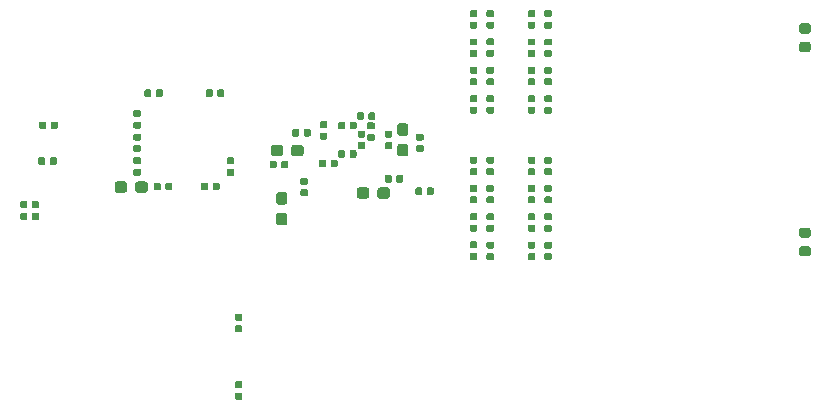
<source format=gbp>
G04 #@! TF.GenerationSoftware,KiCad,Pcbnew,(5.1.2)-1*
G04 #@! TF.CreationDate,2019-08-15T23:29:17+02:00*
G04 #@! TF.ProjectId,glasgow,676c6173-676f-4772-9e6b-696361645f70,rev?*
G04 #@! TF.SameCoordinates,Original*
G04 #@! TF.FileFunction,Paste,Bot*
G04 #@! TF.FilePolarity,Positive*
%FSLAX46Y46*%
G04 Gerber Fmt 4.6, Leading zero omitted, Abs format (unit mm)*
G04 Created by KiCad (PCBNEW (5.1.2)-1) date 2019-08-15 23:29:17*
%MOMM*%
%LPD*%
G04 APERTURE LIST*
%ADD10C,0.100000*%
%ADD11C,0.590000*%
%ADD12C,0.875000*%
%ADD13C,0.950000*%
G04 APERTURE END LIST*
D10*
G36*
X58966958Y-96980710D02*
G01*
X58981276Y-96982834D01*
X58995317Y-96986351D01*
X59008946Y-96991228D01*
X59022031Y-96997417D01*
X59034447Y-97004858D01*
X59046073Y-97013481D01*
X59056798Y-97023202D01*
X59066519Y-97033927D01*
X59075142Y-97045553D01*
X59082583Y-97057969D01*
X59088772Y-97071054D01*
X59093649Y-97084683D01*
X59097166Y-97098724D01*
X59099290Y-97113042D01*
X59100000Y-97127500D01*
X59100000Y-97472500D01*
X59099290Y-97486958D01*
X59097166Y-97501276D01*
X59093649Y-97515317D01*
X59088772Y-97528946D01*
X59082583Y-97542031D01*
X59075142Y-97554447D01*
X59066519Y-97566073D01*
X59056798Y-97576798D01*
X59046073Y-97586519D01*
X59034447Y-97595142D01*
X59022031Y-97602583D01*
X59008946Y-97608772D01*
X58995317Y-97613649D01*
X58981276Y-97617166D01*
X58966958Y-97619290D01*
X58952500Y-97620000D01*
X58657500Y-97620000D01*
X58643042Y-97619290D01*
X58628724Y-97617166D01*
X58614683Y-97613649D01*
X58601054Y-97608772D01*
X58587969Y-97602583D01*
X58575553Y-97595142D01*
X58563927Y-97586519D01*
X58553202Y-97576798D01*
X58543481Y-97566073D01*
X58534858Y-97554447D01*
X58527417Y-97542031D01*
X58521228Y-97528946D01*
X58516351Y-97515317D01*
X58512834Y-97501276D01*
X58510710Y-97486958D01*
X58510000Y-97472500D01*
X58510000Y-97127500D01*
X58510710Y-97113042D01*
X58512834Y-97098724D01*
X58516351Y-97084683D01*
X58521228Y-97071054D01*
X58527417Y-97057969D01*
X58534858Y-97045553D01*
X58543481Y-97033927D01*
X58553202Y-97023202D01*
X58563927Y-97013481D01*
X58575553Y-97004858D01*
X58587969Y-96997417D01*
X58601054Y-96991228D01*
X58614683Y-96986351D01*
X58628724Y-96982834D01*
X58643042Y-96980710D01*
X58657500Y-96980000D01*
X58952500Y-96980000D01*
X58966958Y-96980710D01*
X58966958Y-96980710D01*
G37*
D11*
X58805000Y-97300000D03*
D10*
G36*
X57996958Y-96980710D02*
G01*
X58011276Y-96982834D01*
X58025317Y-96986351D01*
X58038946Y-96991228D01*
X58052031Y-96997417D01*
X58064447Y-97004858D01*
X58076073Y-97013481D01*
X58086798Y-97023202D01*
X58096519Y-97033927D01*
X58105142Y-97045553D01*
X58112583Y-97057969D01*
X58118772Y-97071054D01*
X58123649Y-97084683D01*
X58127166Y-97098724D01*
X58129290Y-97113042D01*
X58130000Y-97127500D01*
X58130000Y-97472500D01*
X58129290Y-97486958D01*
X58127166Y-97501276D01*
X58123649Y-97515317D01*
X58118772Y-97528946D01*
X58112583Y-97542031D01*
X58105142Y-97554447D01*
X58096519Y-97566073D01*
X58086798Y-97576798D01*
X58076073Y-97586519D01*
X58064447Y-97595142D01*
X58052031Y-97602583D01*
X58038946Y-97608772D01*
X58025317Y-97613649D01*
X58011276Y-97617166D01*
X57996958Y-97619290D01*
X57982500Y-97620000D01*
X57687500Y-97620000D01*
X57673042Y-97619290D01*
X57658724Y-97617166D01*
X57644683Y-97613649D01*
X57631054Y-97608772D01*
X57617969Y-97602583D01*
X57605553Y-97595142D01*
X57593927Y-97586519D01*
X57583202Y-97576798D01*
X57573481Y-97566073D01*
X57564858Y-97554447D01*
X57557417Y-97542031D01*
X57551228Y-97528946D01*
X57546351Y-97515317D01*
X57542834Y-97501276D01*
X57540710Y-97486958D01*
X57540000Y-97472500D01*
X57540000Y-97127500D01*
X57540710Y-97113042D01*
X57542834Y-97098724D01*
X57546351Y-97084683D01*
X57551228Y-97071054D01*
X57557417Y-97057969D01*
X57564858Y-97045553D01*
X57573481Y-97033927D01*
X57583202Y-97023202D01*
X57593927Y-97013481D01*
X57605553Y-97004858D01*
X57617969Y-96997417D01*
X57631054Y-96991228D01*
X57644683Y-96986351D01*
X57658724Y-96982834D01*
X57673042Y-96980710D01*
X57687500Y-96980000D01*
X57982500Y-96980000D01*
X57996958Y-96980710D01*
X57996958Y-96980710D01*
G37*
D11*
X57835000Y-97300000D03*
D10*
G36*
X59046958Y-93950710D02*
G01*
X59061276Y-93952834D01*
X59075317Y-93956351D01*
X59088946Y-93961228D01*
X59102031Y-93967417D01*
X59114447Y-93974858D01*
X59126073Y-93983481D01*
X59136798Y-93993202D01*
X59146519Y-94003927D01*
X59155142Y-94015553D01*
X59162583Y-94027969D01*
X59168772Y-94041054D01*
X59173649Y-94054683D01*
X59177166Y-94068724D01*
X59179290Y-94083042D01*
X59180000Y-94097500D01*
X59180000Y-94442500D01*
X59179290Y-94456958D01*
X59177166Y-94471276D01*
X59173649Y-94485317D01*
X59168772Y-94498946D01*
X59162583Y-94512031D01*
X59155142Y-94524447D01*
X59146519Y-94536073D01*
X59136798Y-94546798D01*
X59126073Y-94556519D01*
X59114447Y-94565142D01*
X59102031Y-94572583D01*
X59088946Y-94578772D01*
X59075317Y-94583649D01*
X59061276Y-94587166D01*
X59046958Y-94589290D01*
X59032500Y-94590000D01*
X58737500Y-94590000D01*
X58723042Y-94589290D01*
X58708724Y-94587166D01*
X58694683Y-94583649D01*
X58681054Y-94578772D01*
X58667969Y-94572583D01*
X58655553Y-94565142D01*
X58643927Y-94556519D01*
X58633202Y-94546798D01*
X58623481Y-94536073D01*
X58614858Y-94524447D01*
X58607417Y-94512031D01*
X58601228Y-94498946D01*
X58596351Y-94485317D01*
X58592834Y-94471276D01*
X58590710Y-94456958D01*
X58590000Y-94442500D01*
X58590000Y-94097500D01*
X58590710Y-94083042D01*
X58592834Y-94068724D01*
X58596351Y-94054683D01*
X58601228Y-94041054D01*
X58607417Y-94027969D01*
X58614858Y-94015553D01*
X58623481Y-94003927D01*
X58633202Y-93993202D01*
X58643927Y-93983481D01*
X58655553Y-93974858D01*
X58667969Y-93967417D01*
X58681054Y-93961228D01*
X58694683Y-93956351D01*
X58708724Y-93952834D01*
X58723042Y-93950710D01*
X58737500Y-93950000D01*
X59032500Y-93950000D01*
X59046958Y-93950710D01*
X59046958Y-93950710D01*
G37*
D11*
X58885000Y-94270000D03*
D10*
G36*
X58076958Y-93950710D02*
G01*
X58091276Y-93952834D01*
X58105317Y-93956351D01*
X58118946Y-93961228D01*
X58132031Y-93967417D01*
X58144447Y-93974858D01*
X58156073Y-93983481D01*
X58166798Y-93993202D01*
X58176519Y-94003927D01*
X58185142Y-94015553D01*
X58192583Y-94027969D01*
X58198772Y-94041054D01*
X58203649Y-94054683D01*
X58207166Y-94068724D01*
X58209290Y-94083042D01*
X58210000Y-94097500D01*
X58210000Y-94442500D01*
X58209290Y-94456958D01*
X58207166Y-94471276D01*
X58203649Y-94485317D01*
X58198772Y-94498946D01*
X58192583Y-94512031D01*
X58185142Y-94524447D01*
X58176519Y-94536073D01*
X58166798Y-94546798D01*
X58156073Y-94556519D01*
X58144447Y-94565142D01*
X58132031Y-94572583D01*
X58118946Y-94578772D01*
X58105317Y-94583649D01*
X58091276Y-94587166D01*
X58076958Y-94589290D01*
X58062500Y-94590000D01*
X57767500Y-94590000D01*
X57753042Y-94589290D01*
X57738724Y-94587166D01*
X57724683Y-94583649D01*
X57711054Y-94578772D01*
X57697969Y-94572583D01*
X57685553Y-94565142D01*
X57673927Y-94556519D01*
X57663202Y-94546798D01*
X57653481Y-94536073D01*
X57644858Y-94524447D01*
X57637417Y-94512031D01*
X57631228Y-94498946D01*
X57626351Y-94485317D01*
X57622834Y-94471276D01*
X57620710Y-94456958D01*
X57620000Y-94442500D01*
X57620000Y-94097500D01*
X57620710Y-94083042D01*
X57622834Y-94068724D01*
X57626351Y-94054683D01*
X57631228Y-94041054D01*
X57637417Y-94027969D01*
X57644858Y-94015553D01*
X57653481Y-94003927D01*
X57663202Y-93993202D01*
X57673927Y-93983481D01*
X57685553Y-93974858D01*
X57697969Y-93967417D01*
X57711054Y-93961228D01*
X57724683Y-93956351D01*
X57738724Y-93952834D01*
X57753042Y-93950710D01*
X57767500Y-93950000D01*
X58062500Y-93950000D01*
X58076958Y-93950710D01*
X58076958Y-93950710D01*
G37*
D11*
X57915000Y-94270000D03*
D10*
G36*
X122727691Y-85626053D02*
G01*
X122748926Y-85629203D01*
X122769750Y-85634419D01*
X122789962Y-85641651D01*
X122809368Y-85650830D01*
X122827781Y-85661866D01*
X122845024Y-85674654D01*
X122860930Y-85689070D01*
X122875346Y-85704976D01*
X122888134Y-85722219D01*
X122899170Y-85740632D01*
X122908349Y-85760038D01*
X122915581Y-85780250D01*
X122920797Y-85801074D01*
X122923947Y-85822309D01*
X122925000Y-85843750D01*
X122925000Y-86281250D01*
X122923947Y-86302691D01*
X122920797Y-86323926D01*
X122915581Y-86344750D01*
X122908349Y-86364962D01*
X122899170Y-86384368D01*
X122888134Y-86402781D01*
X122875346Y-86420024D01*
X122860930Y-86435930D01*
X122845024Y-86450346D01*
X122827781Y-86463134D01*
X122809368Y-86474170D01*
X122789962Y-86483349D01*
X122769750Y-86490581D01*
X122748926Y-86495797D01*
X122727691Y-86498947D01*
X122706250Y-86500000D01*
X122193750Y-86500000D01*
X122172309Y-86498947D01*
X122151074Y-86495797D01*
X122130250Y-86490581D01*
X122110038Y-86483349D01*
X122090632Y-86474170D01*
X122072219Y-86463134D01*
X122054976Y-86450346D01*
X122039070Y-86435930D01*
X122024654Y-86420024D01*
X122011866Y-86402781D01*
X122000830Y-86384368D01*
X121991651Y-86364962D01*
X121984419Y-86344750D01*
X121979203Y-86323926D01*
X121976053Y-86302691D01*
X121975000Y-86281250D01*
X121975000Y-85843750D01*
X121976053Y-85822309D01*
X121979203Y-85801074D01*
X121984419Y-85780250D01*
X121991651Y-85760038D01*
X122000830Y-85740632D01*
X122011866Y-85722219D01*
X122024654Y-85704976D01*
X122039070Y-85689070D01*
X122054976Y-85674654D01*
X122072219Y-85661866D01*
X122090632Y-85650830D01*
X122110038Y-85641651D01*
X122130250Y-85634419D01*
X122151074Y-85629203D01*
X122172309Y-85626053D01*
X122193750Y-85625000D01*
X122706250Y-85625000D01*
X122727691Y-85626053D01*
X122727691Y-85626053D01*
G37*
D12*
X122450000Y-86062500D03*
D10*
G36*
X122727691Y-87201053D02*
G01*
X122748926Y-87204203D01*
X122769750Y-87209419D01*
X122789962Y-87216651D01*
X122809368Y-87225830D01*
X122827781Y-87236866D01*
X122845024Y-87249654D01*
X122860930Y-87264070D01*
X122875346Y-87279976D01*
X122888134Y-87297219D01*
X122899170Y-87315632D01*
X122908349Y-87335038D01*
X122915581Y-87355250D01*
X122920797Y-87376074D01*
X122923947Y-87397309D01*
X122925000Y-87418750D01*
X122925000Y-87856250D01*
X122923947Y-87877691D01*
X122920797Y-87898926D01*
X122915581Y-87919750D01*
X122908349Y-87939962D01*
X122899170Y-87959368D01*
X122888134Y-87977781D01*
X122875346Y-87995024D01*
X122860930Y-88010930D01*
X122845024Y-88025346D01*
X122827781Y-88038134D01*
X122809368Y-88049170D01*
X122789962Y-88058349D01*
X122769750Y-88065581D01*
X122748926Y-88070797D01*
X122727691Y-88073947D01*
X122706250Y-88075000D01*
X122193750Y-88075000D01*
X122172309Y-88073947D01*
X122151074Y-88070797D01*
X122130250Y-88065581D01*
X122110038Y-88058349D01*
X122090632Y-88049170D01*
X122072219Y-88038134D01*
X122054976Y-88025346D01*
X122039070Y-88010930D01*
X122024654Y-87995024D01*
X122011866Y-87977781D01*
X122000830Y-87959368D01*
X121991651Y-87939962D01*
X121984419Y-87919750D01*
X121979203Y-87898926D01*
X121976053Y-87877691D01*
X121975000Y-87856250D01*
X121975000Y-87418750D01*
X121976053Y-87397309D01*
X121979203Y-87376074D01*
X121984419Y-87355250D01*
X121991651Y-87335038D01*
X122000830Y-87315632D01*
X122011866Y-87297219D01*
X122024654Y-87279976D01*
X122039070Y-87264070D01*
X122054976Y-87249654D01*
X122072219Y-87236866D01*
X122090632Y-87225830D01*
X122110038Y-87216651D01*
X122130250Y-87209419D01*
X122151074Y-87204203D01*
X122172309Y-87201053D01*
X122193750Y-87200000D01*
X122706250Y-87200000D01*
X122727691Y-87201053D01*
X122727691Y-87201053D01*
G37*
D12*
X122450000Y-87637500D03*
D10*
G36*
X122727691Y-104501053D02*
G01*
X122748926Y-104504203D01*
X122769750Y-104509419D01*
X122789962Y-104516651D01*
X122809368Y-104525830D01*
X122827781Y-104536866D01*
X122845024Y-104549654D01*
X122860930Y-104564070D01*
X122875346Y-104579976D01*
X122888134Y-104597219D01*
X122899170Y-104615632D01*
X122908349Y-104635038D01*
X122915581Y-104655250D01*
X122920797Y-104676074D01*
X122923947Y-104697309D01*
X122925000Y-104718750D01*
X122925000Y-105156250D01*
X122923947Y-105177691D01*
X122920797Y-105198926D01*
X122915581Y-105219750D01*
X122908349Y-105239962D01*
X122899170Y-105259368D01*
X122888134Y-105277781D01*
X122875346Y-105295024D01*
X122860930Y-105310930D01*
X122845024Y-105325346D01*
X122827781Y-105338134D01*
X122809368Y-105349170D01*
X122789962Y-105358349D01*
X122769750Y-105365581D01*
X122748926Y-105370797D01*
X122727691Y-105373947D01*
X122706250Y-105375000D01*
X122193750Y-105375000D01*
X122172309Y-105373947D01*
X122151074Y-105370797D01*
X122130250Y-105365581D01*
X122110038Y-105358349D01*
X122090632Y-105349170D01*
X122072219Y-105338134D01*
X122054976Y-105325346D01*
X122039070Y-105310930D01*
X122024654Y-105295024D01*
X122011866Y-105277781D01*
X122000830Y-105259368D01*
X121991651Y-105239962D01*
X121984419Y-105219750D01*
X121979203Y-105198926D01*
X121976053Y-105177691D01*
X121975000Y-105156250D01*
X121975000Y-104718750D01*
X121976053Y-104697309D01*
X121979203Y-104676074D01*
X121984419Y-104655250D01*
X121991651Y-104635038D01*
X122000830Y-104615632D01*
X122011866Y-104597219D01*
X122024654Y-104579976D01*
X122039070Y-104564070D01*
X122054976Y-104549654D01*
X122072219Y-104536866D01*
X122090632Y-104525830D01*
X122110038Y-104516651D01*
X122130250Y-104509419D01*
X122151074Y-104504203D01*
X122172309Y-104501053D01*
X122193750Y-104500000D01*
X122706250Y-104500000D01*
X122727691Y-104501053D01*
X122727691Y-104501053D01*
G37*
D12*
X122450000Y-104937500D03*
D10*
G36*
X122727691Y-102926053D02*
G01*
X122748926Y-102929203D01*
X122769750Y-102934419D01*
X122789962Y-102941651D01*
X122809368Y-102950830D01*
X122827781Y-102961866D01*
X122845024Y-102974654D01*
X122860930Y-102989070D01*
X122875346Y-103004976D01*
X122888134Y-103022219D01*
X122899170Y-103040632D01*
X122908349Y-103060038D01*
X122915581Y-103080250D01*
X122920797Y-103101074D01*
X122923947Y-103122309D01*
X122925000Y-103143750D01*
X122925000Y-103581250D01*
X122923947Y-103602691D01*
X122920797Y-103623926D01*
X122915581Y-103644750D01*
X122908349Y-103664962D01*
X122899170Y-103684368D01*
X122888134Y-103702781D01*
X122875346Y-103720024D01*
X122860930Y-103735930D01*
X122845024Y-103750346D01*
X122827781Y-103763134D01*
X122809368Y-103774170D01*
X122789962Y-103783349D01*
X122769750Y-103790581D01*
X122748926Y-103795797D01*
X122727691Y-103798947D01*
X122706250Y-103800000D01*
X122193750Y-103800000D01*
X122172309Y-103798947D01*
X122151074Y-103795797D01*
X122130250Y-103790581D01*
X122110038Y-103783349D01*
X122090632Y-103774170D01*
X122072219Y-103763134D01*
X122054976Y-103750346D01*
X122039070Y-103735930D01*
X122024654Y-103720024D01*
X122011866Y-103702781D01*
X122000830Y-103684368D01*
X121991651Y-103664962D01*
X121984419Y-103644750D01*
X121979203Y-103623926D01*
X121976053Y-103602691D01*
X121975000Y-103581250D01*
X121975000Y-103143750D01*
X121976053Y-103122309D01*
X121979203Y-103101074D01*
X121984419Y-103080250D01*
X121991651Y-103060038D01*
X122000830Y-103040632D01*
X122011866Y-103022219D01*
X122024654Y-103004976D01*
X122039070Y-102989070D01*
X122054976Y-102974654D01*
X122072219Y-102961866D01*
X122090632Y-102950830D01*
X122110038Y-102941651D01*
X122130250Y-102934419D01*
X122151074Y-102929203D01*
X122172309Y-102926053D01*
X122193750Y-102925000D01*
X122706250Y-102925000D01*
X122727691Y-102926053D01*
X122727691Y-102926053D01*
G37*
D12*
X122450000Y-103362500D03*
D10*
G36*
X89926958Y-99530710D02*
G01*
X89941276Y-99532834D01*
X89955317Y-99536351D01*
X89968946Y-99541228D01*
X89982031Y-99547417D01*
X89994447Y-99554858D01*
X90006073Y-99563481D01*
X90016798Y-99573202D01*
X90026519Y-99583927D01*
X90035142Y-99595553D01*
X90042583Y-99607969D01*
X90048772Y-99621054D01*
X90053649Y-99634683D01*
X90057166Y-99648724D01*
X90059290Y-99663042D01*
X90060000Y-99677500D01*
X90060000Y-100022500D01*
X90059290Y-100036958D01*
X90057166Y-100051276D01*
X90053649Y-100065317D01*
X90048772Y-100078946D01*
X90042583Y-100092031D01*
X90035142Y-100104447D01*
X90026519Y-100116073D01*
X90016798Y-100126798D01*
X90006073Y-100136519D01*
X89994447Y-100145142D01*
X89982031Y-100152583D01*
X89968946Y-100158772D01*
X89955317Y-100163649D01*
X89941276Y-100167166D01*
X89926958Y-100169290D01*
X89912500Y-100170000D01*
X89617500Y-100170000D01*
X89603042Y-100169290D01*
X89588724Y-100167166D01*
X89574683Y-100163649D01*
X89561054Y-100158772D01*
X89547969Y-100152583D01*
X89535553Y-100145142D01*
X89523927Y-100136519D01*
X89513202Y-100126798D01*
X89503481Y-100116073D01*
X89494858Y-100104447D01*
X89487417Y-100092031D01*
X89481228Y-100078946D01*
X89476351Y-100065317D01*
X89472834Y-100051276D01*
X89470710Y-100036958D01*
X89470000Y-100022500D01*
X89470000Y-99677500D01*
X89470710Y-99663042D01*
X89472834Y-99648724D01*
X89476351Y-99634683D01*
X89481228Y-99621054D01*
X89487417Y-99607969D01*
X89494858Y-99595553D01*
X89503481Y-99583927D01*
X89513202Y-99573202D01*
X89523927Y-99563481D01*
X89535553Y-99554858D01*
X89547969Y-99547417D01*
X89561054Y-99541228D01*
X89574683Y-99536351D01*
X89588724Y-99532834D01*
X89603042Y-99530710D01*
X89617500Y-99530000D01*
X89912500Y-99530000D01*
X89926958Y-99530710D01*
X89926958Y-99530710D01*
G37*
D11*
X89765000Y-99850000D03*
D10*
G36*
X90896958Y-99530710D02*
G01*
X90911276Y-99532834D01*
X90925317Y-99536351D01*
X90938946Y-99541228D01*
X90952031Y-99547417D01*
X90964447Y-99554858D01*
X90976073Y-99563481D01*
X90986798Y-99573202D01*
X90996519Y-99583927D01*
X91005142Y-99595553D01*
X91012583Y-99607969D01*
X91018772Y-99621054D01*
X91023649Y-99634683D01*
X91027166Y-99648724D01*
X91029290Y-99663042D01*
X91030000Y-99677500D01*
X91030000Y-100022500D01*
X91029290Y-100036958D01*
X91027166Y-100051276D01*
X91023649Y-100065317D01*
X91018772Y-100078946D01*
X91012583Y-100092031D01*
X91005142Y-100104447D01*
X90996519Y-100116073D01*
X90986798Y-100126798D01*
X90976073Y-100136519D01*
X90964447Y-100145142D01*
X90952031Y-100152583D01*
X90938946Y-100158772D01*
X90925317Y-100163649D01*
X90911276Y-100167166D01*
X90896958Y-100169290D01*
X90882500Y-100170000D01*
X90587500Y-100170000D01*
X90573042Y-100169290D01*
X90558724Y-100167166D01*
X90544683Y-100163649D01*
X90531054Y-100158772D01*
X90517969Y-100152583D01*
X90505553Y-100145142D01*
X90493927Y-100136519D01*
X90483202Y-100126798D01*
X90473481Y-100116073D01*
X90464858Y-100104447D01*
X90457417Y-100092031D01*
X90451228Y-100078946D01*
X90446351Y-100065317D01*
X90442834Y-100051276D01*
X90440710Y-100036958D01*
X90440000Y-100022500D01*
X90440000Y-99677500D01*
X90440710Y-99663042D01*
X90442834Y-99648724D01*
X90446351Y-99634683D01*
X90451228Y-99621054D01*
X90457417Y-99607969D01*
X90464858Y-99595553D01*
X90473481Y-99583927D01*
X90483202Y-99573202D01*
X90493927Y-99563481D01*
X90505553Y-99554858D01*
X90517969Y-99547417D01*
X90531054Y-99541228D01*
X90544683Y-99536351D01*
X90558724Y-99532834D01*
X90573042Y-99530710D01*
X90587500Y-99530000D01*
X90882500Y-99530000D01*
X90896958Y-99530710D01*
X90896958Y-99530710D01*
G37*
D11*
X90735000Y-99850000D03*
D10*
G36*
X95986958Y-92690710D02*
G01*
X96001276Y-92692834D01*
X96015317Y-92696351D01*
X96028946Y-92701228D01*
X96042031Y-92707417D01*
X96054447Y-92714858D01*
X96066073Y-92723481D01*
X96076798Y-92733202D01*
X96086519Y-92743927D01*
X96095142Y-92755553D01*
X96102583Y-92767969D01*
X96108772Y-92781054D01*
X96113649Y-92794683D01*
X96117166Y-92808724D01*
X96119290Y-92823042D01*
X96120000Y-92837500D01*
X96120000Y-93132500D01*
X96119290Y-93146958D01*
X96117166Y-93161276D01*
X96113649Y-93175317D01*
X96108772Y-93188946D01*
X96102583Y-93202031D01*
X96095142Y-93214447D01*
X96086519Y-93226073D01*
X96076798Y-93236798D01*
X96066073Y-93246519D01*
X96054447Y-93255142D01*
X96042031Y-93262583D01*
X96028946Y-93268772D01*
X96015317Y-93273649D01*
X96001276Y-93277166D01*
X95986958Y-93279290D01*
X95972500Y-93280000D01*
X95627500Y-93280000D01*
X95613042Y-93279290D01*
X95598724Y-93277166D01*
X95584683Y-93273649D01*
X95571054Y-93268772D01*
X95557969Y-93262583D01*
X95545553Y-93255142D01*
X95533927Y-93246519D01*
X95523202Y-93236798D01*
X95513481Y-93226073D01*
X95504858Y-93214447D01*
X95497417Y-93202031D01*
X95491228Y-93188946D01*
X95486351Y-93175317D01*
X95482834Y-93161276D01*
X95480710Y-93146958D01*
X95480000Y-93132500D01*
X95480000Y-92837500D01*
X95480710Y-92823042D01*
X95482834Y-92808724D01*
X95486351Y-92794683D01*
X95491228Y-92781054D01*
X95497417Y-92767969D01*
X95504858Y-92755553D01*
X95513481Y-92743927D01*
X95523202Y-92733202D01*
X95533927Y-92723481D01*
X95545553Y-92714858D01*
X95557969Y-92707417D01*
X95571054Y-92701228D01*
X95584683Y-92696351D01*
X95598724Y-92692834D01*
X95613042Y-92690710D01*
X95627500Y-92690000D01*
X95972500Y-92690000D01*
X95986958Y-92690710D01*
X95986958Y-92690710D01*
G37*
D11*
X95800000Y-92985000D03*
D10*
G36*
X95986958Y-91720710D02*
G01*
X96001276Y-91722834D01*
X96015317Y-91726351D01*
X96028946Y-91731228D01*
X96042031Y-91737417D01*
X96054447Y-91744858D01*
X96066073Y-91753481D01*
X96076798Y-91763202D01*
X96086519Y-91773927D01*
X96095142Y-91785553D01*
X96102583Y-91797969D01*
X96108772Y-91811054D01*
X96113649Y-91824683D01*
X96117166Y-91838724D01*
X96119290Y-91853042D01*
X96120000Y-91867500D01*
X96120000Y-92162500D01*
X96119290Y-92176958D01*
X96117166Y-92191276D01*
X96113649Y-92205317D01*
X96108772Y-92218946D01*
X96102583Y-92232031D01*
X96095142Y-92244447D01*
X96086519Y-92256073D01*
X96076798Y-92266798D01*
X96066073Y-92276519D01*
X96054447Y-92285142D01*
X96042031Y-92292583D01*
X96028946Y-92298772D01*
X96015317Y-92303649D01*
X96001276Y-92307166D01*
X95986958Y-92309290D01*
X95972500Y-92310000D01*
X95627500Y-92310000D01*
X95613042Y-92309290D01*
X95598724Y-92307166D01*
X95584683Y-92303649D01*
X95571054Y-92298772D01*
X95557969Y-92292583D01*
X95545553Y-92285142D01*
X95533927Y-92276519D01*
X95523202Y-92266798D01*
X95513481Y-92256073D01*
X95504858Y-92244447D01*
X95497417Y-92232031D01*
X95491228Y-92218946D01*
X95486351Y-92205317D01*
X95482834Y-92191276D01*
X95480710Y-92176958D01*
X95480000Y-92162500D01*
X95480000Y-91867500D01*
X95480710Y-91853042D01*
X95482834Y-91838724D01*
X95486351Y-91824683D01*
X95491228Y-91811054D01*
X95497417Y-91797969D01*
X95504858Y-91785553D01*
X95513481Y-91773927D01*
X95523202Y-91763202D01*
X95533927Y-91753481D01*
X95545553Y-91744858D01*
X95557969Y-91737417D01*
X95571054Y-91731228D01*
X95584683Y-91726351D01*
X95598724Y-91722834D01*
X95613042Y-91720710D01*
X95627500Y-91720000D01*
X95972500Y-91720000D01*
X95986958Y-91720710D01*
X95986958Y-91720710D01*
G37*
D11*
X95800000Y-92015000D03*
D10*
G36*
X99486958Y-90290710D02*
G01*
X99501276Y-90292834D01*
X99515317Y-90296351D01*
X99528946Y-90301228D01*
X99542031Y-90307417D01*
X99554447Y-90314858D01*
X99566073Y-90323481D01*
X99576798Y-90333202D01*
X99586519Y-90343927D01*
X99595142Y-90355553D01*
X99602583Y-90367969D01*
X99608772Y-90381054D01*
X99613649Y-90394683D01*
X99617166Y-90408724D01*
X99619290Y-90423042D01*
X99620000Y-90437500D01*
X99620000Y-90732500D01*
X99619290Y-90746958D01*
X99617166Y-90761276D01*
X99613649Y-90775317D01*
X99608772Y-90788946D01*
X99602583Y-90802031D01*
X99595142Y-90814447D01*
X99586519Y-90826073D01*
X99576798Y-90836798D01*
X99566073Y-90846519D01*
X99554447Y-90855142D01*
X99542031Y-90862583D01*
X99528946Y-90868772D01*
X99515317Y-90873649D01*
X99501276Y-90877166D01*
X99486958Y-90879290D01*
X99472500Y-90880000D01*
X99127500Y-90880000D01*
X99113042Y-90879290D01*
X99098724Y-90877166D01*
X99084683Y-90873649D01*
X99071054Y-90868772D01*
X99057969Y-90862583D01*
X99045553Y-90855142D01*
X99033927Y-90846519D01*
X99023202Y-90836798D01*
X99013481Y-90826073D01*
X99004858Y-90814447D01*
X98997417Y-90802031D01*
X98991228Y-90788946D01*
X98986351Y-90775317D01*
X98982834Y-90761276D01*
X98980710Y-90746958D01*
X98980000Y-90732500D01*
X98980000Y-90437500D01*
X98980710Y-90423042D01*
X98982834Y-90408724D01*
X98986351Y-90394683D01*
X98991228Y-90381054D01*
X98997417Y-90367969D01*
X99004858Y-90355553D01*
X99013481Y-90343927D01*
X99023202Y-90333202D01*
X99033927Y-90323481D01*
X99045553Y-90314858D01*
X99057969Y-90307417D01*
X99071054Y-90301228D01*
X99084683Y-90296351D01*
X99098724Y-90292834D01*
X99113042Y-90290710D01*
X99127500Y-90290000D01*
X99472500Y-90290000D01*
X99486958Y-90290710D01*
X99486958Y-90290710D01*
G37*
D11*
X99300000Y-90585000D03*
D10*
G36*
X99486958Y-89320710D02*
G01*
X99501276Y-89322834D01*
X99515317Y-89326351D01*
X99528946Y-89331228D01*
X99542031Y-89337417D01*
X99554447Y-89344858D01*
X99566073Y-89353481D01*
X99576798Y-89363202D01*
X99586519Y-89373927D01*
X99595142Y-89385553D01*
X99602583Y-89397969D01*
X99608772Y-89411054D01*
X99613649Y-89424683D01*
X99617166Y-89438724D01*
X99619290Y-89453042D01*
X99620000Y-89467500D01*
X99620000Y-89762500D01*
X99619290Y-89776958D01*
X99617166Y-89791276D01*
X99613649Y-89805317D01*
X99608772Y-89818946D01*
X99602583Y-89832031D01*
X99595142Y-89844447D01*
X99586519Y-89856073D01*
X99576798Y-89866798D01*
X99566073Y-89876519D01*
X99554447Y-89885142D01*
X99542031Y-89892583D01*
X99528946Y-89898772D01*
X99515317Y-89903649D01*
X99501276Y-89907166D01*
X99486958Y-89909290D01*
X99472500Y-89910000D01*
X99127500Y-89910000D01*
X99113042Y-89909290D01*
X99098724Y-89907166D01*
X99084683Y-89903649D01*
X99071054Y-89898772D01*
X99057969Y-89892583D01*
X99045553Y-89885142D01*
X99033927Y-89876519D01*
X99023202Y-89866798D01*
X99013481Y-89856073D01*
X99004858Y-89844447D01*
X98997417Y-89832031D01*
X98991228Y-89818946D01*
X98986351Y-89805317D01*
X98982834Y-89791276D01*
X98980710Y-89776958D01*
X98980000Y-89762500D01*
X98980000Y-89467500D01*
X98980710Y-89453042D01*
X98982834Y-89438724D01*
X98986351Y-89424683D01*
X98991228Y-89411054D01*
X98997417Y-89397969D01*
X99004858Y-89385553D01*
X99013481Y-89373927D01*
X99023202Y-89363202D01*
X99033927Y-89353481D01*
X99045553Y-89344858D01*
X99057969Y-89337417D01*
X99071054Y-89331228D01*
X99084683Y-89326351D01*
X99098724Y-89322834D01*
X99113042Y-89320710D01*
X99127500Y-89320000D01*
X99472500Y-89320000D01*
X99486958Y-89320710D01*
X99486958Y-89320710D01*
G37*
D11*
X99300000Y-89615000D03*
D10*
G36*
X99486958Y-87890710D02*
G01*
X99501276Y-87892834D01*
X99515317Y-87896351D01*
X99528946Y-87901228D01*
X99542031Y-87907417D01*
X99554447Y-87914858D01*
X99566073Y-87923481D01*
X99576798Y-87933202D01*
X99586519Y-87943927D01*
X99595142Y-87955553D01*
X99602583Y-87967969D01*
X99608772Y-87981054D01*
X99613649Y-87994683D01*
X99617166Y-88008724D01*
X99619290Y-88023042D01*
X99620000Y-88037500D01*
X99620000Y-88332500D01*
X99619290Y-88346958D01*
X99617166Y-88361276D01*
X99613649Y-88375317D01*
X99608772Y-88388946D01*
X99602583Y-88402031D01*
X99595142Y-88414447D01*
X99586519Y-88426073D01*
X99576798Y-88436798D01*
X99566073Y-88446519D01*
X99554447Y-88455142D01*
X99542031Y-88462583D01*
X99528946Y-88468772D01*
X99515317Y-88473649D01*
X99501276Y-88477166D01*
X99486958Y-88479290D01*
X99472500Y-88480000D01*
X99127500Y-88480000D01*
X99113042Y-88479290D01*
X99098724Y-88477166D01*
X99084683Y-88473649D01*
X99071054Y-88468772D01*
X99057969Y-88462583D01*
X99045553Y-88455142D01*
X99033927Y-88446519D01*
X99023202Y-88436798D01*
X99013481Y-88426073D01*
X99004858Y-88414447D01*
X98997417Y-88402031D01*
X98991228Y-88388946D01*
X98986351Y-88375317D01*
X98982834Y-88361276D01*
X98980710Y-88346958D01*
X98980000Y-88332500D01*
X98980000Y-88037500D01*
X98980710Y-88023042D01*
X98982834Y-88008724D01*
X98986351Y-87994683D01*
X98991228Y-87981054D01*
X98997417Y-87967969D01*
X99004858Y-87955553D01*
X99013481Y-87943927D01*
X99023202Y-87933202D01*
X99033927Y-87923481D01*
X99045553Y-87914858D01*
X99057969Y-87907417D01*
X99071054Y-87901228D01*
X99084683Y-87896351D01*
X99098724Y-87892834D01*
X99113042Y-87890710D01*
X99127500Y-87890000D01*
X99472500Y-87890000D01*
X99486958Y-87890710D01*
X99486958Y-87890710D01*
G37*
D11*
X99300000Y-88185000D03*
D10*
G36*
X99486958Y-86920710D02*
G01*
X99501276Y-86922834D01*
X99515317Y-86926351D01*
X99528946Y-86931228D01*
X99542031Y-86937417D01*
X99554447Y-86944858D01*
X99566073Y-86953481D01*
X99576798Y-86963202D01*
X99586519Y-86973927D01*
X99595142Y-86985553D01*
X99602583Y-86997969D01*
X99608772Y-87011054D01*
X99613649Y-87024683D01*
X99617166Y-87038724D01*
X99619290Y-87053042D01*
X99620000Y-87067500D01*
X99620000Y-87362500D01*
X99619290Y-87376958D01*
X99617166Y-87391276D01*
X99613649Y-87405317D01*
X99608772Y-87418946D01*
X99602583Y-87432031D01*
X99595142Y-87444447D01*
X99586519Y-87456073D01*
X99576798Y-87466798D01*
X99566073Y-87476519D01*
X99554447Y-87485142D01*
X99542031Y-87492583D01*
X99528946Y-87498772D01*
X99515317Y-87503649D01*
X99501276Y-87507166D01*
X99486958Y-87509290D01*
X99472500Y-87510000D01*
X99127500Y-87510000D01*
X99113042Y-87509290D01*
X99098724Y-87507166D01*
X99084683Y-87503649D01*
X99071054Y-87498772D01*
X99057969Y-87492583D01*
X99045553Y-87485142D01*
X99033927Y-87476519D01*
X99023202Y-87466798D01*
X99013481Y-87456073D01*
X99004858Y-87444447D01*
X98997417Y-87432031D01*
X98991228Y-87418946D01*
X98986351Y-87405317D01*
X98982834Y-87391276D01*
X98980710Y-87376958D01*
X98980000Y-87362500D01*
X98980000Y-87067500D01*
X98980710Y-87053042D01*
X98982834Y-87038724D01*
X98986351Y-87024683D01*
X98991228Y-87011054D01*
X98997417Y-86997969D01*
X99004858Y-86985553D01*
X99013481Y-86973927D01*
X99023202Y-86963202D01*
X99033927Y-86953481D01*
X99045553Y-86944858D01*
X99057969Y-86937417D01*
X99071054Y-86931228D01*
X99084683Y-86926351D01*
X99098724Y-86922834D01*
X99113042Y-86920710D01*
X99127500Y-86920000D01*
X99472500Y-86920000D01*
X99486958Y-86920710D01*
X99486958Y-86920710D01*
G37*
D11*
X99300000Y-87215000D03*
D10*
G36*
X99486958Y-85490710D02*
G01*
X99501276Y-85492834D01*
X99515317Y-85496351D01*
X99528946Y-85501228D01*
X99542031Y-85507417D01*
X99554447Y-85514858D01*
X99566073Y-85523481D01*
X99576798Y-85533202D01*
X99586519Y-85543927D01*
X99595142Y-85555553D01*
X99602583Y-85567969D01*
X99608772Y-85581054D01*
X99613649Y-85594683D01*
X99617166Y-85608724D01*
X99619290Y-85623042D01*
X99620000Y-85637500D01*
X99620000Y-85932500D01*
X99619290Y-85946958D01*
X99617166Y-85961276D01*
X99613649Y-85975317D01*
X99608772Y-85988946D01*
X99602583Y-86002031D01*
X99595142Y-86014447D01*
X99586519Y-86026073D01*
X99576798Y-86036798D01*
X99566073Y-86046519D01*
X99554447Y-86055142D01*
X99542031Y-86062583D01*
X99528946Y-86068772D01*
X99515317Y-86073649D01*
X99501276Y-86077166D01*
X99486958Y-86079290D01*
X99472500Y-86080000D01*
X99127500Y-86080000D01*
X99113042Y-86079290D01*
X99098724Y-86077166D01*
X99084683Y-86073649D01*
X99071054Y-86068772D01*
X99057969Y-86062583D01*
X99045553Y-86055142D01*
X99033927Y-86046519D01*
X99023202Y-86036798D01*
X99013481Y-86026073D01*
X99004858Y-86014447D01*
X98997417Y-86002031D01*
X98991228Y-85988946D01*
X98986351Y-85975317D01*
X98982834Y-85961276D01*
X98980710Y-85946958D01*
X98980000Y-85932500D01*
X98980000Y-85637500D01*
X98980710Y-85623042D01*
X98982834Y-85608724D01*
X98986351Y-85594683D01*
X98991228Y-85581054D01*
X98997417Y-85567969D01*
X99004858Y-85555553D01*
X99013481Y-85543927D01*
X99023202Y-85533202D01*
X99033927Y-85523481D01*
X99045553Y-85514858D01*
X99057969Y-85507417D01*
X99071054Y-85501228D01*
X99084683Y-85496351D01*
X99098724Y-85492834D01*
X99113042Y-85490710D01*
X99127500Y-85490000D01*
X99472500Y-85490000D01*
X99486958Y-85490710D01*
X99486958Y-85490710D01*
G37*
D11*
X99300000Y-85785000D03*
D10*
G36*
X99486958Y-84520710D02*
G01*
X99501276Y-84522834D01*
X99515317Y-84526351D01*
X99528946Y-84531228D01*
X99542031Y-84537417D01*
X99554447Y-84544858D01*
X99566073Y-84553481D01*
X99576798Y-84563202D01*
X99586519Y-84573927D01*
X99595142Y-84585553D01*
X99602583Y-84597969D01*
X99608772Y-84611054D01*
X99613649Y-84624683D01*
X99617166Y-84638724D01*
X99619290Y-84653042D01*
X99620000Y-84667500D01*
X99620000Y-84962500D01*
X99619290Y-84976958D01*
X99617166Y-84991276D01*
X99613649Y-85005317D01*
X99608772Y-85018946D01*
X99602583Y-85032031D01*
X99595142Y-85044447D01*
X99586519Y-85056073D01*
X99576798Y-85066798D01*
X99566073Y-85076519D01*
X99554447Y-85085142D01*
X99542031Y-85092583D01*
X99528946Y-85098772D01*
X99515317Y-85103649D01*
X99501276Y-85107166D01*
X99486958Y-85109290D01*
X99472500Y-85110000D01*
X99127500Y-85110000D01*
X99113042Y-85109290D01*
X99098724Y-85107166D01*
X99084683Y-85103649D01*
X99071054Y-85098772D01*
X99057969Y-85092583D01*
X99045553Y-85085142D01*
X99033927Y-85076519D01*
X99023202Y-85066798D01*
X99013481Y-85056073D01*
X99004858Y-85044447D01*
X98997417Y-85032031D01*
X98991228Y-85018946D01*
X98986351Y-85005317D01*
X98982834Y-84991276D01*
X98980710Y-84976958D01*
X98980000Y-84962500D01*
X98980000Y-84667500D01*
X98980710Y-84653042D01*
X98982834Y-84638724D01*
X98986351Y-84624683D01*
X98991228Y-84611054D01*
X98997417Y-84597969D01*
X99004858Y-84585553D01*
X99013481Y-84573927D01*
X99023202Y-84563202D01*
X99033927Y-84553481D01*
X99045553Y-84544858D01*
X99057969Y-84537417D01*
X99071054Y-84531228D01*
X99084683Y-84526351D01*
X99098724Y-84522834D01*
X99113042Y-84520710D01*
X99127500Y-84520000D01*
X99472500Y-84520000D01*
X99486958Y-84520710D01*
X99486958Y-84520710D01*
G37*
D11*
X99300000Y-84815000D03*
D10*
G36*
X95986958Y-87875710D02*
G01*
X96001276Y-87877834D01*
X96015317Y-87881351D01*
X96028946Y-87886228D01*
X96042031Y-87892417D01*
X96054447Y-87899858D01*
X96066073Y-87908481D01*
X96076798Y-87918202D01*
X96086519Y-87928927D01*
X96095142Y-87940553D01*
X96102583Y-87952969D01*
X96108772Y-87966054D01*
X96113649Y-87979683D01*
X96117166Y-87993724D01*
X96119290Y-88008042D01*
X96120000Y-88022500D01*
X96120000Y-88317500D01*
X96119290Y-88331958D01*
X96117166Y-88346276D01*
X96113649Y-88360317D01*
X96108772Y-88373946D01*
X96102583Y-88387031D01*
X96095142Y-88399447D01*
X96086519Y-88411073D01*
X96076798Y-88421798D01*
X96066073Y-88431519D01*
X96054447Y-88440142D01*
X96042031Y-88447583D01*
X96028946Y-88453772D01*
X96015317Y-88458649D01*
X96001276Y-88462166D01*
X95986958Y-88464290D01*
X95972500Y-88465000D01*
X95627500Y-88465000D01*
X95613042Y-88464290D01*
X95598724Y-88462166D01*
X95584683Y-88458649D01*
X95571054Y-88453772D01*
X95557969Y-88447583D01*
X95545553Y-88440142D01*
X95533927Y-88431519D01*
X95523202Y-88421798D01*
X95513481Y-88411073D01*
X95504858Y-88399447D01*
X95497417Y-88387031D01*
X95491228Y-88373946D01*
X95486351Y-88360317D01*
X95482834Y-88346276D01*
X95480710Y-88331958D01*
X95480000Y-88317500D01*
X95480000Y-88022500D01*
X95480710Y-88008042D01*
X95482834Y-87993724D01*
X95486351Y-87979683D01*
X95491228Y-87966054D01*
X95497417Y-87952969D01*
X95504858Y-87940553D01*
X95513481Y-87928927D01*
X95523202Y-87918202D01*
X95533927Y-87908481D01*
X95545553Y-87899858D01*
X95557969Y-87892417D01*
X95571054Y-87886228D01*
X95584683Y-87881351D01*
X95598724Y-87877834D01*
X95613042Y-87875710D01*
X95627500Y-87875000D01*
X95972500Y-87875000D01*
X95986958Y-87875710D01*
X95986958Y-87875710D01*
G37*
D11*
X95800000Y-88170000D03*
D10*
G36*
X95986958Y-86905710D02*
G01*
X96001276Y-86907834D01*
X96015317Y-86911351D01*
X96028946Y-86916228D01*
X96042031Y-86922417D01*
X96054447Y-86929858D01*
X96066073Y-86938481D01*
X96076798Y-86948202D01*
X96086519Y-86958927D01*
X96095142Y-86970553D01*
X96102583Y-86982969D01*
X96108772Y-86996054D01*
X96113649Y-87009683D01*
X96117166Y-87023724D01*
X96119290Y-87038042D01*
X96120000Y-87052500D01*
X96120000Y-87347500D01*
X96119290Y-87361958D01*
X96117166Y-87376276D01*
X96113649Y-87390317D01*
X96108772Y-87403946D01*
X96102583Y-87417031D01*
X96095142Y-87429447D01*
X96086519Y-87441073D01*
X96076798Y-87451798D01*
X96066073Y-87461519D01*
X96054447Y-87470142D01*
X96042031Y-87477583D01*
X96028946Y-87483772D01*
X96015317Y-87488649D01*
X96001276Y-87492166D01*
X95986958Y-87494290D01*
X95972500Y-87495000D01*
X95627500Y-87495000D01*
X95613042Y-87494290D01*
X95598724Y-87492166D01*
X95584683Y-87488649D01*
X95571054Y-87483772D01*
X95557969Y-87477583D01*
X95545553Y-87470142D01*
X95533927Y-87461519D01*
X95523202Y-87451798D01*
X95513481Y-87441073D01*
X95504858Y-87429447D01*
X95497417Y-87417031D01*
X95491228Y-87403946D01*
X95486351Y-87390317D01*
X95482834Y-87376276D01*
X95480710Y-87361958D01*
X95480000Y-87347500D01*
X95480000Y-87052500D01*
X95480710Y-87038042D01*
X95482834Y-87023724D01*
X95486351Y-87009683D01*
X95491228Y-86996054D01*
X95497417Y-86982969D01*
X95504858Y-86970553D01*
X95513481Y-86958927D01*
X95523202Y-86948202D01*
X95533927Y-86938481D01*
X95545553Y-86929858D01*
X95557969Y-86922417D01*
X95571054Y-86916228D01*
X95584683Y-86911351D01*
X95598724Y-86907834D01*
X95613042Y-86905710D01*
X95627500Y-86905000D01*
X95972500Y-86905000D01*
X95986958Y-86905710D01*
X95986958Y-86905710D01*
G37*
D11*
X95800000Y-87200000D03*
D10*
G36*
X94586958Y-90290710D02*
G01*
X94601276Y-90292834D01*
X94615317Y-90296351D01*
X94628946Y-90301228D01*
X94642031Y-90307417D01*
X94654447Y-90314858D01*
X94666073Y-90323481D01*
X94676798Y-90333202D01*
X94686519Y-90343927D01*
X94695142Y-90355553D01*
X94702583Y-90367969D01*
X94708772Y-90381054D01*
X94713649Y-90394683D01*
X94717166Y-90408724D01*
X94719290Y-90423042D01*
X94720000Y-90437500D01*
X94720000Y-90732500D01*
X94719290Y-90746958D01*
X94717166Y-90761276D01*
X94713649Y-90775317D01*
X94708772Y-90788946D01*
X94702583Y-90802031D01*
X94695142Y-90814447D01*
X94686519Y-90826073D01*
X94676798Y-90836798D01*
X94666073Y-90846519D01*
X94654447Y-90855142D01*
X94642031Y-90862583D01*
X94628946Y-90868772D01*
X94615317Y-90873649D01*
X94601276Y-90877166D01*
X94586958Y-90879290D01*
X94572500Y-90880000D01*
X94227500Y-90880000D01*
X94213042Y-90879290D01*
X94198724Y-90877166D01*
X94184683Y-90873649D01*
X94171054Y-90868772D01*
X94157969Y-90862583D01*
X94145553Y-90855142D01*
X94133927Y-90846519D01*
X94123202Y-90836798D01*
X94113481Y-90826073D01*
X94104858Y-90814447D01*
X94097417Y-90802031D01*
X94091228Y-90788946D01*
X94086351Y-90775317D01*
X94082834Y-90761276D01*
X94080710Y-90746958D01*
X94080000Y-90732500D01*
X94080000Y-90437500D01*
X94080710Y-90423042D01*
X94082834Y-90408724D01*
X94086351Y-90394683D01*
X94091228Y-90381054D01*
X94097417Y-90367969D01*
X94104858Y-90355553D01*
X94113481Y-90343927D01*
X94123202Y-90333202D01*
X94133927Y-90323481D01*
X94145553Y-90314858D01*
X94157969Y-90307417D01*
X94171054Y-90301228D01*
X94184683Y-90296351D01*
X94198724Y-90292834D01*
X94213042Y-90290710D01*
X94227500Y-90290000D01*
X94572500Y-90290000D01*
X94586958Y-90290710D01*
X94586958Y-90290710D01*
G37*
D11*
X94400000Y-90585000D03*
D10*
G36*
X94586958Y-89320710D02*
G01*
X94601276Y-89322834D01*
X94615317Y-89326351D01*
X94628946Y-89331228D01*
X94642031Y-89337417D01*
X94654447Y-89344858D01*
X94666073Y-89353481D01*
X94676798Y-89363202D01*
X94686519Y-89373927D01*
X94695142Y-89385553D01*
X94702583Y-89397969D01*
X94708772Y-89411054D01*
X94713649Y-89424683D01*
X94717166Y-89438724D01*
X94719290Y-89453042D01*
X94720000Y-89467500D01*
X94720000Y-89762500D01*
X94719290Y-89776958D01*
X94717166Y-89791276D01*
X94713649Y-89805317D01*
X94708772Y-89818946D01*
X94702583Y-89832031D01*
X94695142Y-89844447D01*
X94686519Y-89856073D01*
X94676798Y-89866798D01*
X94666073Y-89876519D01*
X94654447Y-89885142D01*
X94642031Y-89892583D01*
X94628946Y-89898772D01*
X94615317Y-89903649D01*
X94601276Y-89907166D01*
X94586958Y-89909290D01*
X94572500Y-89910000D01*
X94227500Y-89910000D01*
X94213042Y-89909290D01*
X94198724Y-89907166D01*
X94184683Y-89903649D01*
X94171054Y-89898772D01*
X94157969Y-89892583D01*
X94145553Y-89885142D01*
X94133927Y-89876519D01*
X94123202Y-89866798D01*
X94113481Y-89856073D01*
X94104858Y-89844447D01*
X94097417Y-89832031D01*
X94091228Y-89818946D01*
X94086351Y-89805317D01*
X94082834Y-89791276D01*
X94080710Y-89776958D01*
X94080000Y-89762500D01*
X94080000Y-89467500D01*
X94080710Y-89453042D01*
X94082834Y-89438724D01*
X94086351Y-89424683D01*
X94091228Y-89411054D01*
X94097417Y-89397969D01*
X94104858Y-89385553D01*
X94113481Y-89373927D01*
X94123202Y-89363202D01*
X94133927Y-89353481D01*
X94145553Y-89344858D01*
X94157969Y-89337417D01*
X94171054Y-89331228D01*
X94184683Y-89326351D01*
X94198724Y-89322834D01*
X94213042Y-89320710D01*
X94227500Y-89320000D01*
X94572500Y-89320000D01*
X94586958Y-89320710D01*
X94586958Y-89320710D01*
G37*
D11*
X94400000Y-89615000D03*
D10*
G36*
X94586958Y-92690710D02*
G01*
X94601276Y-92692834D01*
X94615317Y-92696351D01*
X94628946Y-92701228D01*
X94642031Y-92707417D01*
X94654447Y-92714858D01*
X94666073Y-92723481D01*
X94676798Y-92733202D01*
X94686519Y-92743927D01*
X94695142Y-92755553D01*
X94702583Y-92767969D01*
X94708772Y-92781054D01*
X94713649Y-92794683D01*
X94717166Y-92808724D01*
X94719290Y-92823042D01*
X94720000Y-92837500D01*
X94720000Y-93132500D01*
X94719290Y-93146958D01*
X94717166Y-93161276D01*
X94713649Y-93175317D01*
X94708772Y-93188946D01*
X94702583Y-93202031D01*
X94695142Y-93214447D01*
X94686519Y-93226073D01*
X94676798Y-93236798D01*
X94666073Y-93246519D01*
X94654447Y-93255142D01*
X94642031Y-93262583D01*
X94628946Y-93268772D01*
X94615317Y-93273649D01*
X94601276Y-93277166D01*
X94586958Y-93279290D01*
X94572500Y-93280000D01*
X94227500Y-93280000D01*
X94213042Y-93279290D01*
X94198724Y-93277166D01*
X94184683Y-93273649D01*
X94171054Y-93268772D01*
X94157969Y-93262583D01*
X94145553Y-93255142D01*
X94133927Y-93246519D01*
X94123202Y-93236798D01*
X94113481Y-93226073D01*
X94104858Y-93214447D01*
X94097417Y-93202031D01*
X94091228Y-93188946D01*
X94086351Y-93175317D01*
X94082834Y-93161276D01*
X94080710Y-93146958D01*
X94080000Y-93132500D01*
X94080000Y-92837500D01*
X94080710Y-92823042D01*
X94082834Y-92808724D01*
X94086351Y-92794683D01*
X94091228Y-92781054D01*
X94097417Y-92767969D01*
X94104858Y-92755553D01*
X94113481Y-92743927D01*
X94123202Y-92733202D01*
X94133927Y-92723481D01*
X94145553Y-92714858D01*
X94157969Y-92707417D01*
X94171054Y-92701228D01*
X94184683Y-92696351D01*
X94198724Y-92692834D01*
X94213042Y-92690710D01*
X94227500Y-92690000D01*
X94572500Y-92690000D01*
X94586958Y-92690710D01*
X94586958Y-92690710D01*
G37*
D11*
X94400000Y-92985000D03*
D10*
G36*
X94586958Y-91720710D02*
G01*
X94601276Y-91722834D01*
X94615317Y-91726351D01*
X94628946Y-91731228D01*
X94642031Y-91737417D01*
X94654447Y-91744858D01*
X94666073Y-91753481D01*
X94676798Y-91763202D01*
X94686519Y-91773927D01*
X94695142Y-91785553D01*
X94702583Y-91797969D01*
X94708772Y-91811054D01*
X94713649Y-91824683D01*
X94717166Y-91838724D01*
X94719290Y-91853042D01*
X94720000Y-91867500D01*
X94720000Y-92162500D01*
X94719290Y-92176958D01*
X94717166Y-92191276D01*
X94713649Y-92205317D01*
X94708772Y-92218946D01*
X94702583Y-92232031D01*
X94695142Y-92244447D01*
X94686519Y-92256073D01*
X94676798Y-92266798D01*
X94666073Y-92276519D01*
X94654447Y-92285142D01*
X94642031Y-92292583D01*
X94628946Y-92298772D01*
X94615317Y-92303649D01*
X94601276Y-92307166D01*
X94586958Y-92309290D01*
X94572500Y-92310000D01*
X94227500Y-92310000D01*
X94213042Y-92309290D01*
X94198724Y-92307166D01*
X94184683Y-92303649D01*
X94171054Y-92298772D01*
X94157969Y-92292583D01*
X94145553Y-92285142D01*
X94133927Y-92276519D01*
X94123202Y-92266798D01*
X94113481Y-92256073D01*
X94104858Y-92244447D01*
X94097417Y-92232031D01*
X94091228Y-92218946D01*
X94086351Y-92205317D01*
X94082834Y-92191276D01*
X94080710Y-92176958D01*
X94080000Y-92162500D01*
X94080000Y-91867500D01*
X94080710Y-91853042D01*
X94082834Y-91838724D01*
X94086351Y-91824683D01*
X94091228Y-91811054D01*
X94097417Y-91797969D01*
X94104858Y-91785553D01*
X94113481Y-91773927D01*
X94123202Y-91763202D01*
X94133927Y-91753481D01*
X94145553Y-91744858D01*
X94157969Y-91737417D01*
X94171054Y-91731228D01*
X94184683Y-91726351D01*
X94198724Y-91722834D01*
X94213042Y-91720710D01*
X94227500Y-91720000D01*
X94572500Y-91720000D01*
X94586958Y-91720710D01*
X94586958Y-91720710D01*
G37*
D11*
X94400000Y-92015000D03*
D10*
G36*
X94586958Y-87890710D02*
G01*
X94601276Y-87892834D01*
X94615317Y-87896351D01*
X94628946Y-87901228D01*
X94642031Y-87907417D01*
X94654447Y-87914858D01*
X94666073Y-87923481D01*
X94676798Y-87933202D01*
X94686519Y-87943927D01*
X94695142Y-87955553D01*
X94702583Y-87967969D01*
X94708772Y-87981054D01*
X94713649Y-87994683D01*
X94717166Y-88008724D01*
X94719290Y-88023042D01*
X94720000Y-88037500D01*
X94720000Y-88332500D01*
X94719290Y-88346958D01*
X94717166Y-88361276D01*
X94713649Y-88375317D01*
X94708772Y-88388946D01*
X94702583Y-88402031D01*
X94695142Y-88414447D01*
X94686519Y-88426073D01*
X94676798Y-88436798D01*
X94666073Y-88446519D01*
X94654447Y-88455142D01*
X94642031Y-88462583D01*
X94628946Y-88468772D01*
X94615317Y-88473649D01*
X94601276Y-88477166D01*
X94586958Y-88479290D01*
X94572500Y-88480000D01*
X94227500Y-88480000D01*
X94213042Y-88479290D01*
X94198724Y-88477166D01*
X94184683Y-88473649D01*
X94171054Y-88468772D01*
X94157969Y-88462583D01*
X94145553Y-88455142D01*
X94133927Y-88446519D01*
X94123202Y-88436798D01*
X94113481Y-88426073D01*
X94104858Y-88414447D01*
X94097417Y-88402031D01*
X94091228Y-88388946D01*
X94086351Y-88375317D01*
X94082834Y-88361276D01*
X94080710Y-88346958D01*
X94080000Y-88332500D01*
X94080000Y-88037500D01*
X94080710Y-88023042D01*
X94082834Y-88008724D01*
X94086351Y-87994683D01*
X94091228Y-87981054D01*
X94097417Y-87967969D01*
X94104858Y-87955553D01*
X94113481Y-87943927D01*
X94123202Y-87933202D01*
X94133927Y-87923481D01*
X94145553Y-87914858D01*
X94157969Y-87907417D01*
X94171054Y-87901228D01*
X94184683Y-87896351D01*
X94198724Y-87892834D01*
X94213042Y-87890710D01*
X94227500Y-87890000D01*
X94572500Y-87890000D01*
X94586958Y-87890710D01*
X94586958Y-87890710D01*
G37*
D11*
X94400000Y-88185000D03*
D10*
G36*
X94586958Y-86920710D02*
G01*
X94601276Y-86922834D01*
X94615317Y-86926351D01*
X94628946Y-86931228D01*
X94642031Y-86937417D01*
X94654447Y-86944858D01*
X94666073Y-86953481D01*
X94676798Y-86963202D01*
X94686519Y-86973927D01*
X94695142Y-86985553D01*
X94702583Y-86997969D01*
X94708772Y-87011054D01*
X94713649Y-87024683D01*
X94717166Y-87038724D01*
X94719290Y-87053042D01*
X94720000Y-87067500D01*
X94720000Y-87362500D01*
X94719290Y-87376958D01*
X94717166Y-87391276D01*
X94713649Y-87405317D01*
X94708772Y-87418946D01*
X94702583Y-87432031D01*
X94695142Y-87444447D01*
X94686519Y-87456073D01*
X94676798Y-87466798D01*
X94666073Y-87476519D01*
X94654447Y-87485142D01*
X94642031Y-87492583D01*
X94628946Y-87498772D01*
X94615317Y-87503649D01*
X94601276Y-87507166D01*
X94586958Y-87509290D01*
X94572500Y-87510000D01*
X94227500Y-87510000D01*
X94213042Y-87509290D01*
X94198724Y-87507166D01*
X94184683Y-87503649D01*
X94171054Y-87498772D01*
X94157969Y-87492583D01*
X94145553Y-87485142D01*
X94133927Y-87476519D01*
X94123202Y-87466798D01*
X94113481Y-87456073D01*
X94104858Y-87444447D01*
X94097417Y-87432031D01*
X94091228Y-87418946D01*
X94086351Y-87405317D01*
X94082834Y-87391276D01*
X94080710Y-87376958D01*
X94080000Y-87362500D01*
X94080000Y-87067500D01*
X94080710Y-87053042D01*
X94082834Y-87038724D01*
X94086351Y-87024683D01*
X94091228Y-87011054D01*
X94097417Y-86997969D01*
X94104858Y-86985553D01*
X94113481Y-86973927D01*
X94123202Y-86963202D01*
X94133927Y-86953481D01*
X94145553Y-86944858D01*
X94157969Y-86937417D01*
X94171054Y-86931228D01*
X94184683Y-86926351D01*
X94198724Y-86922834D01*
X94213042Y-86920710D01*
X94227500Y-86920000D01*
X94572500Y-86920000D01*
X94586958Y-86920710D01*
X94586958Y-86920710D01*
G37*
D11*
X94400000Y-87215000D03*
D10*
G36*
X87085779Y-99526144D02*
G01*
X87108834Y-99529563D01*
X87131443Y-99535227D01*
X87153387Y-99543079D01*
X87174457Y-99553044D01*
X87194448Y-99565026D01*
X87213168Y-99578910D01*
X87230438Y-99594562D01*
X87246090Y-99611832D01*
X87259974Y-99630552D01*
X87271956Y-99650543D01*
X87281921Y-99671613D01*
X87289773Y-99693557D01*
X87295437Y-99716166D01*
X87298856Y-99739221D01*
X87300000Y-99762500D01*
X87300000Y-100237500D01*
X87298856Y-100260779D01*
X87295437Y-100283834D01*
X87289773Y-100306443D01*
X87281921Y-100328387D01*
X87271956Y-100349457D01*
X87259974Y-100369448D01*
X87246090Y-100388168D01*
X87230438Y-100405438D01*
X87213168Y-100421090D01*
X87194448Y-100434974D01*
X87174457Y-100446956D01*
X87153387Y-100456921D01*
X87131443Y-100464773D01*
X87108834Y-100470437D01*
X87085779Y-100473856D01*
X87062500Y-100475000D01*
X86487500Y-100475000D01*
X86464221Y-100473856D01*
X86441166Y-100470437D01*
X86418557Y-100464773D01*
X86396613Y-100456921D01*
X86375543Y-100446956D01*
X86355552Y-100434974D01*
X86336832Y-100421090D01*
X86319562Y-100405438D01*
X86303910Y-100388168D01*
X86290026Y-100369448D01*
X86278044Y-100349457D01*
X86268079Y-100328387D01*
X86260227Y-100306443D01*
X86254563Y-100283834D01*
X86251144Y-100260779D01*
X86250000Y-100237500D01*
X86250000Y-99762500D01*
X86251144Y-99739221D01*
X86254563Y-99716166D01*
X86260227Y-99693557D01*
X86268079Y-99671613D01*
X86278044Y-99650543D01*
X86290026Y-99630552D01*
X86303910Y-99611832D01*
X86319562Y-99594562D01*
X86336832Y-99578910D01*
X86355552Y-99565026D01*
X86375543Y-99553044D01*
X86396613Y-99543079D01*
X86418557Y-99535227D01*
X86441166Y-99529563D01*
X86464221Y-99526144D01*
X86487500Y-99525000D01*
X87062500Y-99525000D01*
X87085779Y-99526144D01*
X87085779Y-99526144D01*
G37*
D13*
X86775000Y-100000000D03*
D10*
G36*
X85335779Y-99526144D02*
G01*
X85358834Y-99529563D01*
X85381443Y-99535227D01*
X85403387Y-99543079D01*
X85424457Y-99553044D01*
X85444448Y-99565026D01*
X85463168Y-99578910D01*
X85480438Y-99594562D01*
X85496090Y-99611832D01*
X85509974Y-99630552D01*
X85521956Y-99650543D01*
X85531921Y-99671613D01*
X85539773Y-99693557D01*
X85545437Y-99716166D01*
X85548856Y-99739221D01*
X85550000Y-99762500D01*
X85550000Y-100237500D01*
X85548856Y-100260779D01*
X85545437Y-100283834D01*
X85539773Y-100306443D01*
X85531921Y-100328387D01*
X85521956Y-100349457D01*
X85509974Y-100369448D01*
X85496090Y-100388168D01*
X85480438Y-100405438D01*
X85463168Y-100421090D01*
X85444448Y-100434974D01*
X85424457Y-100446956D01*
X85403387Y-100456921D01*
X85381443Y-100464773D01*
X85358834Y-100470437D01*
X85335779Y-100473856D01*
X85312500Y-100475000D01*
X84737500Y-100475000D01*
X84714221Y-100473856D01*
X84691166Y-100470437D01*
X84668557Y-100464773D01*
X84646613Y-100456921D01*
X84625543Y-100446956D01*
X84605552Y-100434974D01*
X84586832Y-100421090D01*
X84569562Y-100405438D01*
X84553910Y-100388168D01*
X84540026Y-100369448D01*
X84528044Y-100349457D01*
X84518079Y-100328387D01*
X84510227Y-100306443D01*
X84504563Y-100283834D01*
X84501144Y-100260779D01*
X84500000Y-100237500D01*
X84500000Y-99762500D01*
X84501144Y-99739221D01*
X84504563Y-99716166D01*
X84510227Y-99693557D01*
X84518079Y-99671613D01*
X84528044Y-99650543D01*
X84540026Y-99630552D01*
X84553910Y-99611832D01*
X84569562Y-99594562D01*
X84586832Y-99578910D01*
X84605552Y-99565026D01*
X84625543Y-99553044D01*
X84646613Y-99543079D01*
X84668557Y-99535227D01*
X84691166Y-99529563D01*
X84714221Y-99526144D01*
X84737500Y-99525000D01*
X85312500Y-99525000D01*
X85335779Y-99526144D01*
X85335779Y-99526144D01*
G37*
D13*
X85025000Y-100000000D03*
D10*
G36*
X94586958Y-85490710D02*
G01*
X94601276Y-85492834D01*
X94615317Y-85496351D01*
X94628946Y-85501228D01*
X94642031Y-85507417D01*
X94654447Y-85514858D01*
X94666073Y-85523481D01*
X94676798Y-85533202D01*
X94686519Y-85543927D01*
X94695142Y-85555553D01*
X94702583Y-85567969D01*
X94708772Y-85581054D01*
X94713649Y-85594683D01*
X94717166Y-85608724D01*
X94719290Y-85623042D01*
X94720000Y-85637500D01*
X94720000Y-85932500D01*
X94719290Y-85946958D01*
X94717166Y-85961276D01*
X94713649Y-85975317D01*
X94708772Y-85988946D01*
X94702583Y-86002031D01*
X94695142Y-86014447D01*
X94686519Y-86026073D01*
X94676798Y-86036798D01*
X94666073Y-86046519D01*
X94654447Y-86055142D01*
X94642031Y-86062583D01*
X94628946Y-86068772D01*
X94615317Y-86073649D01*
X94601276Y-86077166D01*
X94586958Y-86079290D01*
X94572500Y-86080000D01*
X94227500Y-86080000D01*
X94213042Y-86079290D01*
X94198724Y-86077166D01*
X94184683Y-86073649D01*
X94171054Y-86068772D01*
X94157969Y-86062583D01*
X94145553Y-86055142D01*
X94133927Y-86046519D01*
X94123202Y-86036798D01*
X94113481Y-86026073D01*
X94104858Y-86014447D01*
X94097417Y-86002031D01*
X94091228Y-85988946D01*
X94086351Y-85975317D01*
X94082834Y-85961276D01*
X94080710Y-85946958D01*
X94080000Y-85932500D01*
X94080000Y-85637500D01*
X94080710Y-85623042D01*
X94082834Y-85608724D01*
X94086351Y-85594683D01*
X94091228Y-85581054D01*
X94097417Y-85567969D01*
X94104858Y-85555553D01*
X94113481Y-85543927D01*
X94123202Y-85533202D01*
X94133927Y-85523481D01*
X94145553Y-85514858D01*
X94157969Y-85507417D01*
X94171054Y-85501228D01*
X94184683Y-85496351D01*
X94198724Y-85492834D01*
X94213042Y-85490710D01*
X94227500Y-85490000D01*
X94572500Y-85490000D01*
X94586958Y-85490710D01*
X94586958Y-85490710D01*
G37*
D11*
X94400000Y-85785000D03*
D10*
G36*
X94586958Y-84520710D02*
G01*
X94601276Y-84522834D01*
X94615317Y-84526351D01*
X94628946Y-84531228D01*
X94642031Y-84537417D01*
X94654447Y-84544858D01*
X94666073Y-84553481D01*
X94676798Y-84563202D01*
X94686519Y-84573927D01*
X94695142Y-84585553D01*
X94702583Y-84597969D01*
X94708772Y-84611054D01*
X94713649Y-84624683D01*
X94717166Y-84638724D01*
X94719290Y-84653042D01*
X94720000Y-84667500D01*
X94720000Y-84962500D01*
X94719290Y-84976958D01*
X94717166Y-84991276D01*
X94713649Y-85005317D01*
X94708772Y-85018946D01*
X94702583Y-85032031D01*
X94695142Y-85044447D01*
X94686519Y-85056073D01*
X94676798Y-85066798D01*
X94666073Y-85076519D01*
X94654447Y-85085142D01*
X94642031Y-85092583D01*
X94628946Y-85098772D01*
X94615317Y-85103649D01*
X94601276Y-85107166D01*
X94586958Y-85109290D01*
X94572500Y-85110000D01*
X94227500Y-85110000D01*
X94213042Y-85109290D01*
X94198724Y-85107166D01*
X94184683Y-85103649D01*
X94171054Y-85098772D01*
X94157969Y-85092583D01*
X94145553Y-85085142D01*
X94133927Y-85076519D01*
X94123202Y-85066798D01*
X94113481Y-85056073D01*
X94104858Y-85044447D01*
X94097417Y-85032031D01*
X94091228Y-85018946D01*
X94086351Y-85005317D01*
X94082834Y-84991276D01*
X94080710Y-84976958D01*
X94080000Y-84962500D01*
X94080000Y-84667500D01*
X94080710Y-84653042D01*
X94082834Y-84638724D01*
X94086351Y-84624683D01*
X94091228Y-84611054D01*
X94097417Y-84597969D01*
X94104858Y-84585553D01*
X94113481Y-84573927D01*
X94123202Y-84563202D01*
X94133927Y-84553481D01*
X94145553Y-84544858D01*
X94157969Y-84537417D01*
X94171054Y-84531228D01*
X94184683Y-84526351D01*
X94198724Y-84522834D01*
X94213042Y-84520710D01*
X94227500Y-84520000D01*
X94572500Y-84520000D01*
X94586958Y-84520710D01*
X94586958Y-84520710D01*
G37*
D11*
X94400000Y-84815000D03*
D10*
G36*
X95986958Y-85490710D02*
G01*
X96001276Y-85492834D01*
X96015317Y-85496351D01*
X96028946Y-85501228D01*
X96042031Y-85507417D01*
X96054447Y-85514858D01*
X96066073Y-85523481D01*
X96076798Y-85533202D01*
X96086519Y-85543927D01*
X96095142Y-85555553D01*
X96102583Y-85567969D01*
X96108772Y-85581054D01*
X96113649Y-85594683D01*
X96117166Y-85608724D01*
X96119290Y-85623042D01*
X96120000Y-85637500D01*
X96120000Y-85932500D01*
X96119290Y-85946958D01*
X96117166Y-85961276D01*
X96113649Y-85975317D01*
X96108772Y-85988946D01*
X96102583Y-86002031D01*
X96095142Y-86014447D01*
X96086519Y-86026073D01*
X96076798Y-86036798D01*
X96066073Y-86046519D01*
X96054447Y-86055142D01*
X96042031Y-86062583D01*
X96028946Y-86068772D01*
X96015317Y-86073649D01*
X96001276Y-86077166D01*
X95986958Y-86079290D01*
X95972500Y-86080000D01*
X95627500Y-86080000D01*
X95613042Y-86079290D01*
X95598724Y-86077166D01*
X95584683Y-86073649D01*
X95571054Y-86068772D01*
X95557969Y-86062583D01*
X95545553Y-86055142D01*
X95533927Y-86046519D01*
X95523202Y-86036798D01*
X95513481Y-86026073D01*
X95504858Y-86014447D01*
X95497417Y-86002031D01*
X95491228Y-85988946D01*
X95486351Y-85975317D01*
X95482834Y-85961276D01*
X95480710Y-85946958D01*
X95480000Y-85932500D01*
X95480000Y-85637500D01*
X95480710Y-85623042D01*
X95482834Y-85608724D01*
X95486351Y-85594683D01*
X95491228Y-85581054D01*
X95497417Y-85567969D01*
X95504858Y-85555553D01*
X95513481Y-85543927D01*
X95523202Y-85533202D01*
X95533927Y-85523481D01*
X95545553Y-85514858D01*
X95557969Y-85507417D01*
X95571054Y-85501228D01*
X95584683Y-85496351D01*
X95598724Y-85492834D01*
X95613042Y-85490710D01*
X95627500Y-85490000D01*
X95972500Y-85490000D01*
X95986958Y-85490710D01*
X95986958Y-85490710D01*
G37*
D11*
X95800000Y-85785000D03*
D10*
G36*
X95986958Y-84520710D02*
G01*
X96001276Y-84522834D01*
X96015317Y-84526351D01*
X96028946Y-84531228D01*
X96042031Y-84537417D01*
X96054447Y-84544858D01*
X96066073Y-84553481D01*
X96076798Y-84563202D01*
X96086519Y-84573927D01*
X96095142Y-84585553D01*
X96102583Y-84597969D01*
X96108772Y-84611054D01*
X96113649Y-84624683D01*
X96117166Y-84638724D01*
X96119290Y-84653042D01*
X96120000Y-84667500D01*
X96120000Y-84962500D01*
X96119290Y-84976958D01*
X96117166Y-84991276D01*
X96113649Y-85005317D01*
X96108772Y-85018946D01*
X96102583Y-85032031D01*
X96095142Y-85044447D01*
X96086519Y-85056073D01*
X96076798Y-85066798D01*
X96066073Y-85076519D01*
X96054447Y-85085142D01*
X96042031Y-85092583D01*
X96028946Y-85098772D01*
X96015317Y-85103649D01*
X96001276Y-85107166D01*
X95986958Y-85109290D01*
X95972500Y-85110000D01*
X95627500Y-85110000D01*
X95613042Y-85109290D01*
X95598724Y-85107166D01*
X95584683Y-85103649D01*
X95571054Y-85098772D01*
X95557969Y-85092583D01*
X95545553Y-85085142D01*
X95533927Y-85076519D01*
X95523202Y-85066798D01*
X95513481Y-85056073D01*
X95504858Y-85044447D01*
X95497417Y-85032031D01*
X95491228Y-85018946D01*
X95486351Y-85005317D01*
X95482834Y-84991276D01*
X95480710Y-84976958D01*
X95480000Y-84962500D01*
X95480000Y-84667500D01*
X95480710Y-84653042D01*
X95482834Y-84638724D01*
X95486351Y-84624683D01*
X95491228Y-84611054D01*
X95497417Y-84597969D01*
X95504858Y-84585553D01*
X95513481Y-84573927D01*
X95523202Y-84563202D01*
X95533927Y-84553481D01*
X95545553Y-84544858D01*
X95557969Y-84537417D01*
X95571054Y-84531228D01*
X95584683Y-84526351D01*
X95598724Y-84522834D01*
X95613042Y-84520710D01*
X95627500Y-84520000D01*
X95972500Y-84520000D01*
X95986958Y-84520710D01*
X95986958Y-84520710D01*
G37*
D11*
X95800000Y-84815000D03*
D10*
G36*
X95986958Y-105090710D02*
G01*
X96001276Y-105092834D01*
X96015317Y-105096351D01*
X96028946Y-105101228D01*
X96042031Y-105107417D01*
X96054447Y-105114858D01*
X96066073Y-105123481D01*
X96076798Y-105133202D01*
X96086519Y-105143927D01*
X96095142Y-105155553D01*
X96102583Y-105167969D01*
X96108772Y-105181054D01*
X96113649Y-105194683D01*
X96117166Y-105208724D01*
X96119290Y-105223042D01*
X96120000Y-105237500D01*
X96120000Y-105532500D01*
X96119290Y-105546958D01*
X96117166Y-105561276D01*
X96113649Y-105575317D01*
X96108772Y-105588946D01*
X96102583Y-105602031D01*
X96095142Y-105614447D01*
X96086519Y-105626073D01*
X96076798Y-105636798D01*
X96066073Y-105646519D01*
X96054447Y-105655142D01*
X96042031Y-105662583D01*
X96028946Y-105668772D01*
X96015317Y-105673649D01*
X96001276Y-105677166D01*
X95986958Y-105679290D01*
X95972500Y-105680000D01*
X95627500Y-105680000D01*
X95613042Y-105679290D01*
X95598724Y-105677166D01*
X95584683Y-105673649D01*
X95571054Y-105668772D01*
X95557969Y-105662583D01*
X95545553Y-105655142D01*
X95533927Y-105646519D01*
X95523202Y-105636798D01*
X95513481Y-105626073D01*
X95504858Y-105614447D01*
X95497417Y-105602031D01*
X95491228Y-105588946D01*
X95486351Y-105575317D01*
X95482834Y-105561276D01*
X95480710Y-105546958D01*
X95480000Y-105532500D01*
X95480000Y-105237500D01*
X95480710Y-105223042D01*
X95482834Y-105208724D01*
X95486351Y-105194683D01*
X95491228Y-105181054D01*
X95497417Y-105167969D01*
X95504858Y-105155553D01*
X95513481Y-105143927D01*
X95523202Y-105133202D01*
X95533927Y-105123481D01*
X95545553Y-105114858D01*
X95557969Y-105107417D01*
X95571054Y-105101228D01*
X95584683Y-105096351D01*
X95598724Y-105092834D01*
X95613042Y-105090710D01*
X95627500Y-105090000D01*
X95972500Y-105090000D01*
X95986958Y-105090710D01*
X95986958Y-105090710D01*
G37*
D11*
X95800000Y-105385000D03*
D10*
G36*
X95986958Y-104120710D02*
G01*
X96001276Y-104122834D01*
X96015317Y-104126351D01*
X96028946Y-104131228D01*
X96042031Y-104137417D01*
X96054447Y-104144858D01*
X96066073Y-104153481D01*
X96076798Y-104163202D01*
X96086519Y-104173927D01*
X96095142Y-104185553D01*
X96102583Y-104197969D01*
X96108772Y-104211054D01*
X96113649Y-104224683D01*
X96117166Y-104238724D01*
X96119290Y-104253042D01*
X96120000Y-104267500D01*
X96120000Y-104562500D01*
X96119290Y-104576958D01*
X96117166Y-104591276D01*
X96113649Y-104605317D01*
X96108772Y-104618946D01*
X96102583Y-104632031D01*
X96095142Y-104644447D01*
X96086519Y-104656073D01*
X96076798Y-104666798D01*
X96066073Y-104676519D01*
X96054447Y-104685142D01*
X96042031Y-104692583D01*
X96028946Y-104698772D01*
X96015317Y-104703649D01*
X96001276Y-104707166D01*
X95986958Y-104709290D01*
X95972500Y-104710000D01*
X95627500Y-104710000D01*
X95613042Y-104709290D01*
X95598724Y-104707166D01*
X95584683Y-104703649D01*
X95571054Y-104698772D01*
X95557969Y-104692583D01*
X95545553Y-104685142D01*
X95533927Y-104676519D01*
X95523202Y-104666798D01*
X95513481Y-104656073D01*
X95504858Y-104644447D01*
X95497417Y-104632031D01*
X95491228Y-104618946D01*
X95486351Y-104605317D01*
X95482834Y-104591276D01*
X95480710Y-104576958D01*
X95480000Y-104562500D01*
X95480000Y-104267500D01*
X95480710Y-104253042D01*
X95482834Y-104238724D01*
X95486351Y-104224683D01*
X95491228Y-104211054D01*
X95497417Y-104197969D01*
X95504858Y-104185553D01*
X95513481Y-104173927D01*
X95523202Y-104163202D01*
X95533927Y-104153481D01*
X95545553Y-104144858D01*
X95557969Y-104137417D01*
X95571054Y-104131228D01*
X95584683Y-104126351D01*
X95598724Y-104122834D01*
X95613042Y-104120710D01*
X95627500Y-104120000D01*
X95972500Y-104120000D01*
X95986958Y-104120710D01*
X95986958Y-104120710D01*
G37*
D11*
X95800000Y-104415000D03*
D10*
G36*
X94586958Y-105075710D02*
G01*
X94601276Y-105077834D01*
X94615317Y-105081351D01*
X94628946Y-105086228D01*
X94642031Y-105092417D01*
X94654447Y-105099858D01*
X94666073Y-105108481D01*
X94676798Y-105118202D01*
X94686519Y-105128927D01*
X94695142Y-105140553D01*
X94702583Y-105152969D01*
X94708772Y-105166054D01*
X94713649Y-105179683D01*
X94717166Y-105193724D01*
X94719290Y-105208042D01*
X94720000Y-105222500D01*
X94720000Y-105517500D01*
X94719290Y-105531958D01*
X94717166Y-105546276D01*
X94713649Y-105560317D01*
X94708772Y-105573946D01*
X94702583Y-105587031D01*
X94695142Y-105599447D01*
X94686519Y-105611073D01*
X94676798Y-105621798D01*
X94666073Y-105631519D01*
X94654447Y-105640142D01*
X94642031Y-105647583D01*
X94628946Y-105653772D01*
X94615317Y-105658649D01*
X94601276Y-105662166D01*
X94586958Y-105664290D01*
X94572500Y-105665000D01*
X94227500Y-105665000D01*
X94213042Y-105664290D01*
X94198724Y-105662166D01*
X94184683Y-105658649D01*
X94171054Y-105653772D01*
X94157969Y-105647583D01*
X94145553Y-105640142D01*
X94133927Y-105631519D01*
X94123202Y-105621798D01*
X94113481Y-105611073D01*
X94104858Y-105599447D01*
X94097417Y-105587031D01*
X94091228Y-105573946D01*
X94086351Y-105560317D01*
X94082834Y-105546276D01*
X94080710Y-105531958D01*
X94080000Y-105517500D01*
X94080000Y-105222500D01*
X94080710Y-105208042D01*
X94082834Y-105193724D01*
X94086351Y-105179683D01*
X94091228Y-105166054D01*
X94097417Y-105152969D01*
X94104858Y-105140553D01*
X94113481Y-105128927D01*
X94123202Y-105118202D01*
X94133927Y-105108481D01*
X94145553Y-105099858D01*
X94157969Y-105092417D01*
X94171054Y-105086228D01*
X94184683Y-105081351D01*
X94198724Y-105077834D01*
X94213042Y-105075710D01*
X94227500Y-105075000D01*
X94572500Y-105075000D01*
X94586958Y-105075710D01*
X94586958Y-105075710D01*
G37*
D11*
X94400000Y-105370000D03*
D10*
G36*
X94586958Y-104105710D02*
G01*
X94601276Y-104107834D01*
X94615317Y-104111351D01*
X94628946Y-104116228D01*
X94642031Y-104122417D01*
X94654447Y-104129858D01*
X94666073Y-104138481D01*
X94676798Y-104148202D01*
X94686519Y-104158927D01*
X94695142Y-104170553D01*
X94702583Y-104182969D01*
X94708772Y-104196054D01*
X94713649Y-104209683D01*
X94717166Y-104223724D01*
X94719290Y-104238042D01*
X94720000Y-104252500D01*
X94720000Y-104547500D01*
X94719290Y-104561958D01*
X94717166Y-104576276D01*
X94713649Y-104590317D01*
X94708772Y-104603946D01*
X94702583Y-104617031D01*
X94695142Y-104629447D01*
X94686519Y-104641073D01*
X94676798Y-104651798D01*
X94666073Y-104661519D01*
X94654447Y-104670142D01*
X94642031Y-104677583D01*
X94628946Y-104683772D01*
X94615317Y-104688649D01*
X94601276Y-104692166D01*
X94586958Y-104694290D01*
X94572500Y-104695000D01*
X94227500Y-104695000D01*
X94213042Y-104694290D01*
X94198724Y-104692166D01*
X94184683Y-104688649D01*
X94171054Y-104683772D01*
X94157969Y-104677583D01*
X94145553Y-104670142D01*
X94133927Y-104661519D01*
X94123202Y-104651798D01*
X94113481Y-104641073D01*
X94104858Y-104629447D01*
X94097417Y-104617031D01*
X94091228Y-104603946D01*
X94086351Y-104590317D01*
X94082834Y-104576276D01*
X94080710Y-104561958D01*
X94080000Y-104547500D01*
X94080000Y-104252500D01*
X94080710Y-104238042D01*
X94082834Y-104223724D01*
X94086351Y-104209683D01*
X94091228Y-104196054D01*
X94097417Y-104182969D01*
X94104858Y-104170553D01*
X94113481Y-104158927D01*
X94123202Y-104148202D01*
X94133927Y-104138481D01*
X94145553Y-104129858D01*
X94157969Y-104122417D01*
X94171054Y-104116228D01*
X94184683Y-104111351D01*
X94198724Y-104107834D01*
X94213042Y-104105710D01*
X94227500Y-104105000D01*
X94572500Y-104105000D01*
X94586958Y-104105710D01*
X94586958Y-104105710D01*
G37*
D11*
X94400000Y-104400000D03*
D10*
G36*
X95986958Y-102690710D02*
G01*
X96001276Y-102692834D01*
X96015317Y-102696351D01*
X96028946Y-102701228D01*
X96042031Y-102707417D01*
X96054447Y-102714858D01*
X96066073Y-102723481D01*
X96076798Y-102733202D01*
X96086519Y-102743927D01*
X96095142Y-102755553D01*
X96102583Y-102767969D01*
X96108772Y-102781054D01*
X96113649Y-102794683D01*
X96117166Y-102808724D01*
X96119290Y-102823042D01*
X96120000Y-102837500D01*
X96120000Y-103132500D01*
X96119290Y-103146958D01*
X96117166Y-103161276D01*
X96113649Y-103175317D01*
X96108772Y-103188946D01*
X96102583Y-103202031D01*
X96095142Y-103214447D01*
X96086519Y-103226073D01*
X96076798Y-103236798D01*
X96066073Y-103246519D01*
X96054447Y-103255142D01*
X96042031Y-103262583D01*
X96028946Y-103268772D01*
X96015317Y-103273649D01*
X96001276Y-103277166D01*
X95986958Y-103279290D01*
X95972500Y-103280000D01*
X95627500Y-103280000D01*
X95613042Y-103279290D01*
X95598724Y-103277166D01*
X95584683Y-103273649D01*
X95571054Y-103268772D01*
X95557969Y-103262583D01*
X95545553Y-103255142D01*
X95533927Y-103246519D01*
X95523202Y-103236798D01*
X95513481Y-103226073D01*
X95504858Y-103214447D01*
X95497417Y-103202031D01*
X95491228Y-103188946D01*
X95486351Y-103175317D01*
X95482834Y-103161276D01*
X95480710Y-103146958D01*
X95480000Y-103132500D01*
X95480000Y-102837500D01*
X95480710Y-102823042D01*
X95482834Y-102808724D01*
X95486351Y-102794683D01*
X95491228Y-102781054D01*
X95497417Y-102767969D01*
X95504858Y-102755553D01*
X95513481Y-102743927D01*
X95523202Y-102733202D01*
X95533927Y-102723481D01*
X95545553Y-102714858D01*
X95557969Y-102707417D01*
X95571054Y-102701228D01*
X95584683Y-102696351D01*
X95598724Y-102692834D01*
X95613042Y-102690710D01*
X95627500Y-102690000D01*
X95972500Y-102690000D01*
X95986958Y-102690710D01*
X95986958Y-102690710D01*
G37*
D11*
X95800000Y-102985000D03*
D10*
G36*
X95986958Y-101720710D02*
G01*
X96001276Y-101722834D01*
X96015317Y-101726351D01*
X96028946Y-101731228D01*
X96042031Y-101737417D01*
X96054447Y-101744858D01*
X96066073Y-101753481D01*
X96076798Y-101763202D01*
X96086519Y-101773927D01*
X96095142Y-101785553D01*
X96102583Y-101797969D01*
X96108772Y-101811054D01*
X96113649Y-101824683D01*
X96117166Y-101838724D01*
X96119290Y-101853042D01*
X96120000Y-101867500D01*
X96120000Y-102162500D01*
X96119290Y-102176958D01*
X96117166Y-102191276D01*
X96113649Y-102205317D01*
X96108772Y-102218946D01*
X96102583Y-102232031D01*
X96095142Y-102244447D01*
X96086519Y-102256073D01*
X96076798Y-102266798D01*
X96066073Y-102276519D01*
X96054447Y-102285142D01*
X96042031Y-102292583D01*
X96028946Y-102298772D01*
X96015317Y-102303649D01*
X96001276Y-102307166D01*
X95986958Y-102309290D01*
X95972500Y-102310000D01*
X95627500Y-102310000D01*
X95613042Y-102309290D01*
X95598724Y-102307166D01*
X95584683Y-102303649D01*
X95571054Y-102298772D01*
X95557969Y-102292583D01*
X95545553Y-102285142D01*
X95533927Y-102276519D01*
X95523202Y-102266798D01*
X95513481Y-102256073D01*
X95504858Y-102244447D01*
X95497417Y-102232031D01*
X95491228Y-102218946D01*
X95486351Y-102205317D01*
X95482834Y-102191276D01*
X95480710Y-102176958D01*
X95480000Y-102162500D01*
X95480000Y-101867500D01*
X95480710Y-101853042D01*
X95482834Y-101838724D01*
X95486351Y-101824683D01*
X95491228Y-101811054D01*
X95497417Y-101797969D01*
X95504858Y-101785553D01*
X95513481Y-101773927D01*
X95523202Y-101763202D01*
X95533927Y-101753481D01*
X95545553Y-101744858D01*
X95557969Y-101737417D01*
X95571054Y-101731228D01*
X95584683Y-101726351D01*
X95598724Y-101722834D01*
X95613042Y-101720710D01*
X95627500Y-101720000D01*
X95972500Y-101720000D01*
X95986958Y-101720710D01*
X95986958Y-101720710D01*
G37*
D11*
X95800000Y-102015000D03*
D10*
G36*
X94586958Y-102675710D02*
G01*
X94601276Y-102677834D01*
X94615317Y-102681351D01*
X94628946Y-102686228D01*
X94642031Y-102692417D01*
X94654447Y-102699858D01*
X94666073Y-102708481D01*
X94676798Y-102718202D01*
X94686519Y-102728927D01*
X94695142Y-102740553D01*
X94702583Y-102752969D01*
X94708772Y-102766054D01*
X94713649Y-102779683D01*
X94717166Y-102793724D01*
X94719290Y-102808042D01*
X94720000Y-102822500D01*
X94720000Y-103117500D01*
X94719290Y-103131958D01*
X94717166Y-103146276D01*
X94713649Y-103160317D01*
X94708772Y-103173946D01*
X94702583Y-103187031D01*
X94695142Y-103199447D01*
X94686519Y-103211073D01*
X94676798Y-103221798D01*
X94666073Y-103231519D01*
X94654447Y-103240142D01*
X94642031Y-103247583D01*
X94628946Y-103253772D01*
X94615317Y-103258649D01*
X94601276Y-103262166D01*
X94586958Y-103264290D01*
X94572500Y-103265000D01*
X94227500Y-103265000D01*
X94213042Y-103264290D01*
X94198724Y-103262166D01*
X94184683Y-103258649D01*
X94171054Y-103253772D01*
X94157969Y-103247583D01*
X94145553Y-103240142D01*
X94133927Y-103231519D01*
X94123202Y-103221798D01*
X94113481Y-103211073D01*
X94104858Y-103199447D01*
X94097417Y-103187031D01*
X94091228Y-103173946D01*
X94086351Y-103160317D01*
X94082834Y-103146276D01*
X94080710Y-103131958D01*
X94080000Y-103117500D01*
X94080000Y-102822500D01*
X94080710Y-102808042D01*
X94082834Y-102793724D01*
X94086351Y-102779683D01*
X94091228Y-102766054D01*
X94097417Y-102752969D01*
X94104858Y-102740553D01*
X94113481Y-102728927D01*
X94123202Y-102718202D01*
X94133927Y-102708481D01*
X94145553Y-102699858D01*
X94157969Y-102692417D01*
X94171054Y-102686228D01*
X94184683Y-102681351D01*
X94198724Y-102677834D01*
X94213042Y-102675710D01*
X94227500Y-102675000D01*
X94572500Y-102675000D01*
X94586958Y-102675710D01*
X94586958Y-102675710D01*
G37*
D11*
X94400000Y-102970000D03*
D10*
G36*
X94586958Y-101705710D02*
G01*
X94601276Y-101707834D01*
X94615317Y-101711351D01*
X94628946Y-101716228D01*
X94642031Y-101722417D01*
X94654447Y-101729858D01*
X94666073Y-101738481D01*
X94676798Y-101748202D01*
X94686519Y-101758927D01*
X94695142Y-101770553D01*
X94702583Y-101782969D01*
X94708772Y-101796054D01*
X94713649Y-101809683D01*
X94717166Y-101823724D01*
X94719290Y-101838042D01*
X94720000Y-101852500D01*
X94720000Y-102147500D01*
X94719290Y-102161958D01*
X94717166Y-102176276D01*
X94713649Y-102190317D01*
X94708772Y-102203946D01*
X94702583Y-102217031D01*
X94695142Y-102229447D01*
X94686519Y-102241073D01*
X94676798Y-102251798D01*
X94666073Y-102261519D01*
X94654447Y-102270142D01*
X94642031Y-102277583D01*
X94628946Y-102283772D01*
X94615317Y-102288649D01*
X94601276Y-102292166D01*
X94586958Y-102294290D01*
X94572500Y-102295000D01*
X94227500Y-102295000D01*
X94213042Y-102294290D01*
X94198724Y-102292166D01*
X94184683Y-102288649D01*
X94171054Y-102283772D01*
X94157969Y-102277583D01*
X94145553Y-102270142D01*
X94133927Y-102261519D01*
X94123202Y-102251798D01*
X94113481Y-102241073D01*
X94104858Y-102229447D01*
X94097417Y-102217031D01*
X94091228Y-102203946D01*
X94086351Y-102190317D01*
X94082834Y-102176276D01*
X94080710Y-102161958D01*
X94080000Y-102147500D01*
X94080000Y-101852500D01*
X94080710Y-101838042D01*
X94082834Y-101823724D01*
X94086351Y-101809683D01*
X94091228Y-101796054D01*
X94097417Y-101782969D01*
X94104858Y-101770553D01*
X94113481Y-101758927D01*
X94123202Y-101748202D01*
X94133927Y-101738481D01*
X94145553Y-101729858D01*
X94157969Y-101722417D01*
X94171054Y-101716228D01*
X94184683Y-101711351D01*
X94198724Y-101707834D01*
X94213042Y-101705710D01*
X94227500Y-101705000D01*
X94572500Y-101705000D01*
X94586958Y-101705710D01*
X94586958Y-101705710D01*
G37*
D11*
X94400000Y-102000000D03*
D10*
G36*
X94586958Y-100290710D02*
G01*
X94601276Y-100292834D01*
X94615317Y-100296351D01*
X94628946Y-100301228D01*
X94642031Y-100307417D01*
X94654447Y-100314858D01*
X94666073Y-100323481D01*
X94676798Y-100333202D01*
X94686519Y-100343927D01*
X94695142Y-100355553D01*
X94702583Y-100367969D01*
X94708772Y-100381054D01*
X94713649Y-100394683D01*
X94717166Y-100408724D01*
X94719290Y-100423042D01*
X94720000Y-100437500D01*
X94720000Y-100732500D01*
X94719290Y-100746958D01*
X94717166Y-100761276D01*
X94713649Y-100775317D01*
X94708772Y-100788946D01*
X94702583Y-100802031D01*
X94695142Y-100814447D01*
X94686519Y-100826073D01*
X94676798Y-100836798D01*
X94666073Y-100846519D01*
X94654447Y-100855142D01*
X94642031Y-100862583D01*
X94628946Y-100868772D01*
X94615317Y-100873649D01*
X94601276Y-100877166D01*
X94586958Y-100879290D01*
X94572500Y-100880000D01*
X94227500Y-100880000D01*
X94213042Y-100879290D01*
X94198724Y-100877166D01*
X94184683Y-100873649D01*
X94171054Y-100868772D01*
X94157969Y-100862583D01*
X94145553Y-100855142D01*
X94133927Y-100846519D01*
X94123202Y-100836798D01*
X94113481Y-100826073D01*
X94104858Y-100814447D01*
X94097417Y-100802031D01*
X94091228Y-100788946D01*
X94086351Y-100775317D01*
X94082834Y-100761276D01*
X94080710Y-100746958D01*
X94080000Y-100732500D01*
X94080000Y-100437500D01*
X94080710Y-100423042D01*
X94082834Y-100408724D01*
X94086351Y-100394683D01*
X94091228Y-100381054D01*
X94097417Y-100367969D01*
X94104858Y-100355553D01*
X94113481Y-100343927D01*
X94123202Y-100333202D01*
X94133927Y-100323481D01*
X94145553Y-100314858D01*
X94157969Y-100307417D01*
X94171054Y-100301228D01*
X94184683Y-100296351D01*
X94198724Y-100292834D01*
X94213042Y-100290710D01*
X94227500Y-100290000D01*
X94572500Y-100290000D01*
X94586958Y-100290710D01*
X94586958Y-100290710D01*
G37*
D11*
X94400000Y-100585000D03*
D10*
G36*
X94586958Y-99320710D02*
G01*
X94601276Y-99322834D01*
X94615317Y-99326351D01*
X94628946Y-99331228D01*
X94642031Y-99337417D01*
X94654447Y-99344858D01*
X94666073Y-99353481D01*
X94676798Y-99363202D01*
X94686519Y-99373927D01*
X94695142Y-99385553D01*
X94702583Y-99397969D01*
X94708772Y-99411054D01*
X94713649Y-99424683D01*
X94717166Y-99438724D01*
X94719290Y-99453042D01*
X94720000Y-99467500D01*
X94720000Y-99762500D01*
X94719290Y-99776958D01*
X94717166Y-99791276D01*
X94713649Y-99805317D01*
X94708772Y-99818946D01*
X94702583Y-99832031D01*
X94695142Y-99844447D01*
X94686519Y-99856073D01*
X94676798Y-99866798D01*
X94666073Y-99876519D01*
X94654447Y-99885142D01*
X94642031Y-99892583D01*
X94628946Y-99898772D01*
X94615317Y-99903649D01*
X94601276Y-99907166D01*
X94586958Y-99909290D01*
X94572500Y-99910000D01*
X94227500Y-99910000D01*
X94213042Y-99909290D01*
X94198724Y-99907166D01*
X94184683Y-99903649D01*
X94171054Y-99898772D01*
X94157969Y-99892583D01*
X94145553Y-99885142D01*
X94133927Y-99876519D01*
X94123202Y-99866798D01*
X94113481Y-99856073D01*
X94104858Y-99844447D01*
X94097417Y-99832031D01*
X94091228Y-99818946D01*
X94086351Y-99805317D01*
X94082834Y-99791276D01*
X94080710Y-99776958D01*
X94080000Y-99762500D01*
X94080000Y-99467500D01*
X94080710Y-99453042D01*
X94082834Y-99438724D01*
X94086351Y-99424683D01*
X94091228Y-99411054D01*
X94097417Y-99397969D01*
X94104858Y-99385553D01*
X94113481Y-99373927D01*
X94123202Y-99363202D01*
X94133927Y-99353481D01*
X94145553Y-99344858D01*
X94157969Y-99337417D01*
X94171054Y-99331228D01*
X94184683Y-99326351D01*
X94198724Y-99322834D01*
X94213042Y-99320710D01*
X94227500Y-99320000D01*
X94572500Y-99320000D01*
X94586958Y-99320710D01*
X94586958Y-99320710D01*
G37*
D11*
X94400000Y-99615000D03*
D10*
G36*
X95986958Y-100290710D02*
G01*
X96001276Y-100292834D01*
X96015317Y-100296351D01*
X96028946Y-100301228D01*
X96042031Y-100307417D01*
X96054447Y-100314858D01*
X96066073Y-100323481D01*
X96076798Y-100333202D01*
X96086519Y-100343927D01*
X96095142Y-100355553D01*
X96102583Y-100367969D01*
X96108772Y-100381054D01*
X96113649Y-100394683D01*
X96117166Y-100408724D01*
X96119290Y-100423042D01*
X96120000Y-100437500D01*
X96120000Y-100732500D01*
X96119290Y-100746958D01*
X96117166Y-100761276D01*
X96113649Y-100775317D01*
X96108772Y-100788946D01*
X96102583Y-100802031D01*
X96095142Y-100814447D01*
X96086519Y-100826073D01*
X96076798Y-100836798D01*
X96066073Y-100846519D01*
X96054447Y-100855142D01*
X96042031Y-100862583D01*
X96028946Y-100868772D01*
X96015317Y-100873649D01*
X96001276Y-100877166D01*
X95986958Y-100879290D01*
X95972500Y-100880000D01*
X95627500Y-100880000D01*
X95613042Y-100879290D01*
X95598724Y-100877166D01*
X95584683Y-100873649D01*
X95571054Y-100868772D01*
X95557969Y-100862583D01*
X95545553Y-100855142D01*
X95533927Y-100846519D01*
X95523202Y-100836798D01*
X95513481Y-100826073D01*
X95504858Y-100814447D01*
X95497417Y-100802031D01*
X95491228Y-100788946D01*
X95486351Y-100775317D01*
X95482834Y-100761276D01*
X95480710Y-100746958D01*
X95480000Y-100732500D01*
X95480000Y-100437500D01*
X95480710Y-100423042D01*
X95482834Y-100408724D01*
X95486351Y-100394683D01*
X95491228Y-100381054D01*
X95497417Y-100367969D01*
X95504858Y-100355553D01*
X95513481Y-100343927D01*
X95523202Y-100333202D01*
X95533927Y-100323481D01*
X95545553Y-100314858D01*
X95557969Y-100307417D01*
X95571054Y-100301228D01*
X95584683Y-100296351D01*
X95598724Y-100292834D01*
X95613042Y-100290710D01*
X95627500Y-100290000D01*
X95972500Y-100290000D01*
X95986958Y-100290710D01*
X95986958Y-100290710D01*
G37*
D11*
X95800000Y-100585000D03*
D10*
G36*
X95986958Y-99320710D02*
G01*
X96001276Y-99322834D01*
X96015317Y-99326351D01*
X96028946Y-99331228D01*
X96042031Y-99337417D01*
X96054447Y-99344858D01*
X96066073Y-99353481D01*
X96076798Y-99363202D01*
X96086519Y-99373927D01*
X96095142Y-99385553D01*
X96102583Y-99397969D01*
X96108772Y-99411054D01*
X96113649Y-99424683D01*
X96117166Y-99438724D01*
X96119290Y-99453042D01*
X96120000Y-99467500D01*
X96120000Y-99762500D01*
X96119290Y-99776958D01*
X96117166Y-99791276D01*
X96113649Y-99805317D01*
X96108772Y-99818946D01*
X96102583Y-99832031D01*
X96095142Y-99844447D01*
X96086519Y-99856073D01*
X96076798Y-99866798D01*
X96066073Y-99876519D01*
X96054447Y-99885142D01*
X96042031Y-99892583D01*
X96028946Y-99898772D01*
X96015317Y-99903649D01*
X96001276Y-99907166D01*
X95986958Y-99909290D01*
X95972500Y-99910000D01*
X95627500Y-99910000D01*
X95613042Y-99909290D01*
X95598724Y-99907166D01*
X95584683Y-99903649D01*
X95571054Y-99898772D01*
X95557969Y-99892583D01*
X95545553Y-99885142D01*
X95533927Y-99876519D01*
X95523202Y-99866798D01*
X95513481Y-99856073D01*
X95504858Y-99844447D01*
X95497417Y-99832031D01*
X95491228Y-99818946D01*
X95486351Y-99805317D01*
X95482834Y-99791276D01*
X95480710Y-99776958D01*
X95480000Y-99762500D01*
X95480000Y-99467500D01*
X95480710Y-99453042D01*
X95482834Y-99438724D01*
X95486351Y-99424683D01*
X95491228Y-99411054D01*
X95497417Y-99397969D01*
X95504858Y-99385553D01*
X95513481Y-99373927D01*
X95523202Y-99363202D01*
X95533927Y-99353481D01*
X95545553Y-99344858D01*
X95557969Y-99337417D01*
X95571054Y-99331228D01*
X95584683Y-99326351D01*
X95598724Y-99322834D01*
X95613042Y-99320710D01*
X95627500Y-99320000D01*
X95972500Y-99320000D01*
X95986958Y-99320710D01*
X95986958Y-99320710D01*
G37*
D11*
X95800000Y-99615000D03*
D10*
G36*
X80236958Y-98720710D02*
G01*
X80251276Y-98722834D01*
X80265317Y-98726351D01*
X80278946Y-98731228D01*
X80292031Y-98737417D01*
X80304447Y-98744858D01*
X80316073Y-98753481D01*
X80326798Y-98763202D01*
X80336519Y-98773927D01*
X80345142Y-98785553D01*
X80352583Y-98797969D01*
X80358772Y-98811054D01*
X80363649Y-98824683D01*
X80367166Y-98838724D01*
X80369290Y-98853042D01*
X80370000Y-98867500D01*
X80370000Y-99162500D01*
X80369290Y-99176958D01*
X80367166Y-99191276D01*
X80363649Y-99205317D01*
X80358772Y-99218946D01*
X80352583Y-99232031D01*
X80345142Y-99244447D01*
X80336519Y-99256073D01*
X80326798Y-99266798D01*
X80316073Y-99276519D01*
X80304447Y-99285142D01*
X80292031Y-99292583D01*
X80278946Y-99298772D01*
X80265317Y-99303649D01*
X80251276Y-99307166D01*
X80236958Y-99309290D01*
X80222500Y-99310000D01*
X79877500Y-99310000D01*
X79863042Y-99309290D01*
X79848724Y-99307166D01*
X79834683Y-99303649D01*
X79821054Y-99298772D01*
X79807969Y-99292583D01*
X79795553Y-99285142D01*
X79783927Y-99276519D01*
X79773202Y-99266798D01*
X79763481Y-99256073D01*
X79754858Y-99244447D01*
X79747417Y-99232031D01*
X79741228Y-99218946D01*
X79736351Y-99205317D01*
X79732834Y-99191276D01*
X79730710Y-99176958D01*
X79730000Y-99162500D01*
X79730000Y-98867500D01*
X79730710Y-98853042D01*
X79732834Y-98838724D01*
X79736351Y-98824683D01*
X79741228Y-98811054D01*
X79747417Y-98797969D01*
X79754858Y-98785553D01*
X79763481Y-98773927D01*
X79773202Y-98763202D01*
X79783927Y-98753481D01*
X79795553Y-98744858D01*
X79807969Y-98737417D01*
X79821054Y-98731228D01*
X79834683Y-98726351D01*
X79848724Y-98722834D01*
X79863042Y-98720710D01*
X79877500Y-98720000D01*
X80222500Y-98720000D01*
X80236958Y-98720710D01*
X80236958Y-98720710D01*
G37*
D11*
X80050000Y-99015000D03*
D10*
G36*
X80236958Y-99690710D02*
G01*
X80251276Y-99692834D01*
X80265317Y-99696351D01*
X80278946Y-99701228D01*
X80292031Y-99707417D01*
X80304447Y-99714858D01*
X80316073Y-99723481D01*
X80326798Y-99733202D01*
X80336519Y-99743927D01*
X80345142Y-99755553D01*
X80352583Y-99767969D01*
X80358772Y-99781054D01*
X80363649Y-99794683D01*
X80367166Y-99808724D01*
X80369290Y-99823042D01*
X80370000Y-99837500D01*
X80370000Y-100132500D01*
X80369290Y-100146958D01*
X80367166Y-100161276D01*
X80363649Y-100175317D01*
X80358772Y-100188946D01*
X80352583Y-100202031D01*
X80345142Y-100214447D01*
X80336519Y-100226073D01*
X80326798Y-100236798D01*
X80316073Y-100246519D01*
X80304447Y-100255142D01*
X80292031Y-100262583D01*
X80278946Y-100268772D01*
X80265317Y-100273649D01*
X80251276Y-100277166D01*
X80236958Y-100279290D01*
X80222500Y-100280000D01*
X79877500Y-100280000D01*
X79863042Y-100279290D01*
X79848724Y-100277166D01*
X79834683Y-100273649D01*
X79821054Y-100268772D01*
X79807969Y-100262583D01*
X79795553Y-100255142D01*
X79783927Y-100246519D01*
X79773202Y-100236798D01*
X79763481Y-100226073D01*
X79754858Y-100214447D01*
X79747417Y-100202031D01*
X79741228Y-100188946D01*
X79736351Y-100175317D01*
X79732834Y-100161276D01*
X79730710Y-100146958D01*
X79730000Y-100132500D01*
X79730000Y-99837500D01*
X79730710Y-99823042D01*
X79732834Y-99808724D01*
X79736351Y-99794683D01*
X79741228Y-99781054D01*
X79747417Y-99767969D01*
X79754858Y-99755553D01*
X79763481Y-99743927D01*
X79773202Y-99733202D01*
X79783927Y-99723481D01*
X79795553Y-99714858D01*
X79807969Y-99707417D01*
X79821054Y-99701228D01*
X79834683Y-99696351D01*
X79848724Y-99692834D01*
X79863042Y-99690710D01*
X79877500Y-99690000D01*
X80222500Y-99690000D01*
X80236958Y-99690710D01*
X80236958Y-99690710D01*
G37*
D11*
X80050000Y-99985000D03*
D10*
G36*
X79491958Y-94580710D02*
G01*
X79506276Y-94582834D01*
X79520317Y-94586351D01*
X79533946Y-94591228D01*
X79547031Y-94597417D01*
X79559447Y-94604858D01*
X79571073Y-94613481D01*
X79581798Y-94623202D01*
X79591519Y-94633927D01*
X79600142Y-94645553D01*
X79607583Y-94657969D01*
X79613772Y-94671054D01*
X79618649Y-94684683D01*
X79622166Y-94698724D01*
X79624290Y-94713042D01*
X79625000Y-94727500D01*
X79625000Y-95072500D01*
X79624290Y-95086958D01*
X79622166Y-95101276D01*
X79618649Y-95115317D01*
X79613772Y-95128946D01*
X79607583Y-95142031D01*
X79600142Y-95154447D01*
X79591519Y-95166073D01*
X79581798Y-95176798D01*
X79571073Y-95186519D01*
X79559447Y-95195142D01*
X79547031Y-95202583D01*
X79533946Y-95208772D01*
X79520317Y-95213649D01*
X79506276Y-95217166D01*
X79491958Y-95219290D01*
X79477500Y-95220000D01*
X79182500Y-95220000D01*
X79168042Y-95219290D01*
X79153724Y-95217166D01*
X79139683Y-95213649D01*
X79126054Y-95208772D01*
X79112969Y-95202583D01*
X79100553Y-95195142D01*
X79088927Y-95186519D01*
X79078202Y-95176798D01*
X79068481Y-95166073D01*
X79059858Y-95154447D01*
X79052417Y-95142031D01*
X79046228Y-95128946D01*
X79041351Y-95115317D01*
X79037834Y-95101276D01*
X79035710Y-95086958D01*
X79035000Y-95072500D01*
X79035000Y-94727500D01*
X79035710Y-94713042D01*
X79037834Y-94698724D01*
X79041351Y-94684683D01*
X79046228Y-94671054D01*
X79052417Y-94657969D01*
X79059858Y-94645553D01*
X79068481Y-94633927D01*
X79078202Y-94623202D01*
X79088927Y-94613481D01*
X79100553Y-94604858D01*
X79112969Y-94597417D01*
X79126054Y-94591228D01*
X79139683Y-94586351D01*
X79153724Y-94582834D01*
X79168042Y-94580710D01*
X79182500Y-94580000D01*
X79477500Y-94580000D01*
X79491958Y-94580710D01*
X79491958Y-94580710D01*
G37*
D11*
X79330000Y-94900000D03*
D10*
G36*
X80461958Y-94580710D02*
G01*
X80476276Y-94582834D01*
X80490317Y-94586351D01*
X80503946Y-94591228D01*
X80517031Y-94597417D01*
X80529447Y-94604858D01*
X80541073Y-94613481D01*
X80551798Y-94623202D01*
X80561519Y-94633927D01*
X80570142Y-94645553D01*
X80577583Y-94657969D01*
X80583772Y-94671054D01*
X80588649Y-94684683D01*
X80592166Y-94698724D01*
X80594290Y-94713042D01*
X80595000Y-94727500D01*
X80595000Y-95072500D01*
X80594290Y-95086958D01*
X80592166Y-95101276D01*
X80588649Y-95115317D01*
X80583772Y-95128946D01*
X80577583Y-95142031D01*
X80570142Y-95154447D01*
X80561519Y-95166073D01*
X80551798Y-95176798D01*
X80541073Y-95186519D01*
X80529447Y-95195142D01*
X80517031Y-95202583D01*
X80503946Y-95208772D01*
X80490317Y-95213649D01*
X80476276Y-95217166D01*
X80461958Y-95219290D01*
X80447500Y-95220000D01*
X80152500Y-95220000D01*
X80138042Y-95219290D01*
X80123724Y-95217166D01*
X80109683Y-95213649D01*
X80096054Y-95208772D01*
X80082969Y-95202583D01*
X80070553Y-95195142D01*
X80058927Y-95186519D01*
X80048202Y-95176798D01*
X80038481Y-95166073D01*
X80029858Y-95154447D01*
X80022417Y-95142031D01*
X80016228Y-95128946D01*
X80011351Y-95115317D01*
X80007834Y-95101276D01*
X80005710Y-95086958D01*
X80005000Y-95072500D01*
X80005000Y-94727500D01*
X80005710Y-94713042D01*
X80007834Y-94698724D01*
X80011351Y-94684683D01*
X80016228Y-94671054D01*
X80022417Y-94657969D01*
X80029858Y-94645553D01*
X80038481Y-94633927D01*
X80048202Y-94623202D01*
X80058927Y-94613481D01*
X80070553Y-94604858D01*
X80082969Y-94597417D01*
X80096054Y-94591228D01*
X80109683Y-94586351D01*
X80123724Y-94582834D01*
X80138042Y-94580710D01*
X80152500Y-94580000D01*
X80447500Y-94580000D01*
X80461958Y-94580710D01*
X80461958Y-94580710D01*
G37*
D11*
X80300000Y-94900000D03*
D10*
G36*
X56476958Y-100660710D02*
G01*
X56491276Y-100662834D01*
X56505317Y-100666351D01*
X56518946Y-100671228D01*
X56532031Y-100677417D01*
X56544447Y-100684858D01*
X56556073Y-100693481D01*
X56566798Y-100703202D01*
X56576519Y-100713927D01*
X56585142Y-100725553D01*
X56592583Y-100737969D01*
X56598772Y-100751054D01*
X56603649Y-100764683D01*
X56607166Y-100778724D01*
X56609290Y-100793042D01*
X56610000Y-100807500D01*
X56610000Y-101152500D01*
X56609290Y-101166958D01*
X56607166Y-101181276D01*
X56603649Y-101195317D01*
X56598772Y-101208946D01*
X56592583Y-101222031D01*
X56585142Y-101234447D01*
X56576519Y-101246073D01*
X56566798Y-101256798D01*
X56556073Y-101266519D01*
X56544447Y-101275142D01*
X56532031Y-101282583D01*
X56518946Y-101288772D01*
X56505317Y-101293649D01*
X56491276Y-101297166D01*
X56476958Y-101299290D01*
X56462500Y-101300000D01*
X56167500Y-101300000D01*
X56153042Y-101299290D01*
X56138724Y-101297166D01*
X56124683Y-101293649D01*
X56111054Y-101288772D01*
X56097969Y-101282583D01*
X56085553Y-101275142D01*
X56073927Y-101266519D01*
X56063202Y-101256798D01*
X56053481Y-101246073D01*
X56044858Y-101234447D01*
X56037417Y-101222031D01*
X56031228Y-101208946D01*
X56026351Y-101195317D01*
X56022834Y-101181276D01*
X56020710Y-101166958D01*
X56020000Y-101152500D01*
X56020000Y-100807500D01*
X56020710Y-100793042D01*
X56022834Y-100778724D01*
X56026351Y-100764683D01*
X56031228Y-100751054D01*
X56037417Y-100737969D01*
X56044858Y-100725553D01*
X56053481Y-100713927D01*
X56063202Y-100703202D01*
X56073927Y-100693481D01*
X56085553Y-100684858D01*
X56097969Y-100677417D01*
X56111054Y-100671228D01*
X56124683Y-100666351D01*
X56138724Y-100662834D01*
X56153042Y-100660710D01*
X56167500Y-100660000D01*
X56462500Y-100660000D01*
X56476958Y-100660710D01*
X56476958Y-100660710D01*
G37*
D11*
X56315000Y-100980000D03*
D10*
G36*
X57446958Y-100660710D02*
G01*
X57461276Y-100662834D01*
X57475317Y-100666351D01*
X57488946Y-100671228D01*
X57502031Y-100677417D01*
X57514447Y-100684858D01*
X57526073Y-100693481D01*
X57536798Y-100703202D01*
X57546519Y-100713927D01*
X57555142Y-100725553D01*
X57562583Y-100737969D01*
X57568772Y-100751054D01*
X57573649Y-100764683D01*
X57577166Y-100778724D01*
X57579290Y-100793042D01*
X57580000Y-100807500D01*
X57580000Y-101152500D01*
X57579290Y-101166958D01*
X57577166Y-101181276D01*
X57573649Y-101195317D01*
X57568772Y-101208946D01*
X57562583Y-101222031D01*
X57555142Y-101234447D01*
X57546519Y-101246073D01*
X57536798Y-101256798D01*
X57526073Y-101266519D01*
X57514447Y-101275142D01*
X57502031Y-101282583D01*
X57488946Y-101288772D01*
X57475317Y-101293649D01*
X57461276Y-101297166D01*
X57446958Y-101299290D01*
X57432500Y-101300000D01*
X57137500Y-101300000D01*
X57123042Y-101299290D01*
X57108724Y-101297166D01*
X57094683Y-101293649D01*
X57081054Y-101288772D01*
X57067969Y-101282583D01*
X57055553Y-101275142D01*
X57043927Y-101266519D01*
X57033202Y-101256798D01*
X57023481Y-101246073D01*
X57014858Y-101234447D01*
X57007417Y-101222031D01*
X57001228Y-101208946D01*
X56996351Y-101195317D01*
X56992834Y-101181276D01*
X56990710Y-101166958D01*
X56990000Y-101152500D01*
X56990000Y-100807500D01*
X56990710Y-100793042D01*
X56992834Y-100778724D01*
X56996351Y-100764683D01*
X57001228Y-100751054D01*
X57007417Y-100737969D01*
X57014858Y-100725553D01*
X57023481Y-100713927D01*
X57033202Y-100703202D01*
X57043927Y-100693481D01*
X57055553Y-100684858D01*
X57067969Y-100677417D01*
X57081054Y-100671228D01*
X57094683Y-100666351D01*
X57108724Y-100662834D01*
X57123042Y-100660710D01*
X57137500Y-100660000D01*
X57432500Y-100660000D01*
X57446958Y-100660710D01*
X57446958Y-100660710D01*
G37*
D11*
X57285000Y-100980000D03*
D10*
G36*
X77576958Y-97280710D02*
G01*
X77591276Y-97282834D01*
X77605317Y-97286351D01*
X77618946Y-97291228D01*
X77632031Y-97297417D01*
X77644447Y-97304858D01*
X77656073Y-97313481D01*
X77666798Y-97323202D01*
X77676519Y-97333927D01*
X77685142Y-97345553D01*
X77692583Y-97357969D01*
X77698772Y-97371054D01*
X77703649Y-97384683D01*
X77707166Y-97398724D01*
X77709290Y-97413042D01*
X77710000Y-97427500D01*
X77710000Y-97772500D01*
X77709290Y-97786958D01*
X77707166Y-97801276D01*
X77703649Y-97815317D01*
X77698772Y-97828946D01*
X77692583Y-97842031D01*
X77685142Y-97854447D01*
X77676519Y-97866073D01*
X77666798Y-97876798D01*
X77656073Y-97886519D01*
X77644447Y-97895142D01*
X77632031Y-97902583D01*
X77618946Y-97908772D01*
X77605317Y-97913649D01*
X77591276Y-97917166D01*
X77576958Y-97919290D01*
X77562500Y-97920000D01*
X77267500Y-97920000D01*
X77253042Y-97919290D01*
X77238724Y-97917166D01*
X77224683Y-97913649D01*
X77211054Y-97908772D01*
X77197969Y-97902583D01*
X77185553Y-97895142D01*
X77173927Y-97886519D01*
X77163202Y-97876798D01*
X77153481Y-97866073D01*
X77144858Y-97854447D01*
X77137417Y-97842031D01*
X77131228Y-97828946D01*
X77126351Y-97815317D01*
X77122834Y-97801276D01*
X77120710Y-97786958D01*
X77120000Y-97772500D01*
X77120000Y-97427500D01*
X77120710Y-97413042D01*
X77122834Y-97398724D01*
X77126351Y-97384683D01*
X77131228Y-97371054D01*
X77137417Y-97357969D01*
X77144858Y-97345553D01*
X77153481Y-97333927D01*
X77163202Y-97323202D01*
X77173927Y-97313481D01*
X77185553Y-97304858D01*
X77197969Y-97297417D01*
X77211054Y-97291228D01*
X77224683Y-97286351D01*
X77238724Y-97282834D01*
X77253042Y-97280710D01*
X77267500Y-97280000D01*
X77562500Y-97280000D01*
X77576958Y-97280710D01*
X77576958Y-97280710D01*
G37*
D11*
X77415000Y-97600000D03*
D10*
G36*
X78546958Y-97280710D02*
G01*
X78561276Y-97282834D01*
X78575317Y-97286351D01*
X78588946Y-97291228D01*
X78602031Y-97297417D01*
X78614447Y-97304858D01*
X78626073Y-97313481D01*
X78636798Y-97323202D01*
X78646519Y-97333927D01*
X78655142Y-97345553D01*
X78662583Y-97357969D01*
X78668772Y-97371054D01*
X78673649Y-97384683D01*
X78677166Y-97398724D01*
X78679290Y-97413042D01*
X78680000Y-97427500D01*
X78680000Y-97772500D01*
X78679290Y-97786958D01*
X78677166Y-97801276D01*
X78673649Y-97815317D01*
X78668772Y-97828946D01*
X78662583Y-97842031D01*
X78655142Y-97854447D01*
X78646519Y-97866073D01*
X78636798Y-97876798D01*
X78626073Y-97886519D01*
X78614447Y-97895142D01*
X78602031Y-97902583D01*
X78588946Y-97908772D01*
X78575317Y-97913649D01*
X78561276Y-97917166D01*
X78546958Y-97919290D01*
X78532500Y-97920000D01*
X78237500Y-97920000D01*
X78223042Y-97919290D01*
X78208724Y-97917166D01*
X78194683Y-97913649D01*
X78181054Y-97908772D01*
X78167969Y-97902583D01*
X78155553Y-97895142D01*
X78143927Y-97886519D01*
X78133202Y-97876798D01*
X78123481Y-97866073D01*
X78114858Y-97854447D01*
X78107417Y-97842031D01*
X78101228Y-97828946D01*
X78096351Y-97815317D01*
X78092834Y-97801276D01*
X78090710Y-97786958D01*
X78090000Y-97772500D01*
X78090000Y-97427500D01*
X78090710Y-97413042D01*
X78092834Y-97398724D01*
X78096351Y-97384683D01*
X78101228Y-97371054D01*
X78107417Y-97357969D01*
X78114858Y-97345553D01*
X78123481Y-97333927D01*
X78133202Y-97323202D01*
X78143927Y-97313481D01*
X78155553Y-97304858D01*
X78167969Y-97297417D01*
X78181054Y-97291228D01*
X78194683Y-97286351D01*
X78208724Y-97282834D01*
X78223042Y-97280710D01*
X78237500Y-97280000D01*
X78532500Y-97280000D01*
X78546958Y-97280710D01*
X78546958Y-97280710D01*
G37*
D11*
X78385000Y-97600000D03*
D10*
G36*
X90036958Y-94970710D02*
G01*
X90051276Y-94972834D01*
X90065317Y-94976351D01*
X90078946Y-94981228D01*
X90092031Y-94987417D01*
X90104447Y-94994858D01*
X90116073Y-95003481D01*
X90126798Y-95013202D01*
X90136519Y-95023927D01*
X90145142Y-95035553D01*
X90152583Y-95047969D01*
X90158772Y-95061054D01*
X90163649Y-95074683D01*
X90167166Y-95088724D01*
X90169290Y-95103042D01*
X90170000Y-95117500D01*
X90170000Y-95412500D01*
X90169290Y-95426958D01*
X90167166Y-95441276D01*
X90163649Y-95455317D01*
X90158772Y-95468946D01*
X90152583Y-95482031D01*
X90145142Y-95494447D01*
X90136519Y-95506073D01*
X90126798Y-95516798D01*
X90116073Y-95526519D01*
X90104447Y-95535142D01*
X90092031Y-95542583D01*
X90078946Y-95548772D01*
X90065317Y-95553649D01*
X90051276Y-95557166D01*
X90036958Y-95559290D01*
X90022500Y-95560000D01*
X89677500Y-95560000D01*
X89663042Y-95559290D01*
X89648724Y-95557166D01*
X89634683Y-95553649D01*
X89621054Y-95548772D01*
X89607969Y-95542583D01*
X89595553Y-95535142D01*
X89583927Y-95526519D01*
X89573202Y-95516798D01*
X89563481Y-95506073D01*
X89554858Y-95494447D01*
X89547417Y-95482031D01*
X89541228Y-95468946D01*
X89536351Y-95455317D01*
X89532834Y-95441276D01*
X89530710Y-95426958D01*
X89530000Y-95412500D01*
X89530000Y-95117500D01*
X89530710Y-95103042D01*
X89532834Y-95088724D01*
X89536351Y-95074683D01*
X89541228Y-95061054D01*
X89547417Y-95047969D01*
X89554858Y-95035553D01*
X89563481Y-95023927D01*
X89573202Y-95013202D01*
X89583927Y-95003481D01*
X89595553Y-94994858D01*
X89607969Y-94987417D01*
X89621054Y-94981228D01*
X89634683Y-94976351D01*
X89648724Y-94972834D01*
X89663042Y-94970710D01*
X89677500Y-94970000D01*
X90022500Y-94970000D01*
X90036958Y-94970710D01*
X90036958Y-94970710D01*
G37*
D11*
X89850000Y-95265000D03*
D10*
G36*
X90036958Y-95940710D02*
G01*
X90051276Y-95942834D01*
X90065317Y-95946351D01*
X90078946Y-95951228D01*
X90092031Y-95957417D01*
X90104447Y-95964858D01*
X90116073Y-95973481D01*
X90126798Y-95983202D01*
X90136519Y-95993927D01*
X90145142Y-96005553D01*
X90152583Y-96017969D01*
X90158772Y-96031054D01*
X90163649Y-96044683D01*
X90167166Y-96058724D01*
X90169290Y-96073042D01*
X90170000Y-96087500D01*
X90170000Y-96382500D01*
X90169290Y-96396958D01*
X90167166Y-96411276D01*
X90163649Y-96425317D01*
X90158772Y-96438946D01*
X90152583Y-96452031D01*
X90145142Y-96464447D01*
X90136519Y-96476073D01*
X90126798Y-96486798D01*
X90116073Y-96496519D01*
X90104447Y-96505142D01*
X90092031Y-96512583D01*
X90078946Y-96518772D01*
X90065317Y-96523649D01*
X90051276Y-96527166D01*
X90036958Y-96529290D01*
X90022500Y-96530000D01*
X89677500Y-96530000D01*
X89663042Y-96529290D01*
X89648724Y-96527166D01*
X89634683Y-96523649D01*
X89621054Y-96518772D01*
X89607969Y-96512583D01*
X89595553Y-96505142D01*
X89583927Y-96496519D01*
X89573202Y-96486798D01*
X89563481Y-96476073D01*
X89554858Y-96464447D01*
X89547417Y-96452031D01*
X89541228Y-96438946D01*
X89536351Y-96425317D01*
X89532834Y-96411276D01*
X89530710Y-96396958D01*
X89530000Y-96382500D01*
X89530000Y-96087500D01*
X89530710Y-96073042D01*
X89532834Y-96058724D01*
X89536351Y-96044683D01*
X89541228Y-96031054D01*
X89547417Y-96017969D01*
X89554858Y-96005553D01*
X89563481Y-95993927D01*
X89573202Y-95983202D01*
X89583927Y-95973481D01*
X89595553Y-95964858D01*
X89607969Y-95957417D01*
X89621054Y-95951228D01*
X89634683Y-95946351D01*
X89648724Y-95942834D01*
X89663042Y-95940710D01*
X89677500Y-95940000D01*
X90022500Y-95940000D01*
X90036958Y-95940710D01*
X90036958Y-95940710D01*
G37*
D11*
X89850000Y-96235000D03*
D10*
G36*
X71776958Y-99130710D02*
G01*
X71791276Y-99132834D01*
X71805317Y-99136351D01*
X71818946Y-99141228D01*
X71832031Y-99147417D01*
X71844447Y-99154858D01*
X71856073Y-99163481D01*
X71866798Y-99173202D01*
X71876519Y-99183927D01*
X71885142Y-99195553D01*
X71892583Y-99207969D01*
X71898772Y-99221054D01*
X71903649Y-99234683D01*
X71907166Y-99248724D01*
X71909290Y-99263042D01*
X71910000Y-99277500D01*
X71910000Y-99622500D01*
X71909290Y-99636958D01*
X71907166Y-99651276D01*
X71903649Y-99665317D01*
X71898772Y-99678946D01*
X71892583Y-99692031D01*
X71885142Y-99704447D01*
X71876519Y-99716073D01*
X71866798Y-99726798D01*
X71856073Y-99736519D01*
X71844447Y-99745142D01*
X71832031Y-99752583D01*
X71818946Y-99758772D01*
X71805317Y-99763649D01*
X71791276Y-99767166D01*
X71776958Y-99769290D01*
X71762500Y-99770000D01*
X71467500Y-99770000D01*
X71453042Y-99769290D01*
X71438724Y-99767166D01*
X71424683Y-99763649D01*
X71411054Y-99758772D01*
X71397969Y-99752583D01*
X71385553Y-99745142D01*
X71373927Y-99736519D01*
X71363202Y-99726798D01*
X71353481Y-99716073D01*
X71344858Y-99704447D01*
X71337417Y-99692031D01*
X71331228Y-99678946D01*
X71326351Y-99665317D01*
X71322834Y-99651276D01*
X71320710Y-99636958D01*
X71320000Y-99622500D01*
X71320000Y-99277500D01*
X71320710Y-99263042D01*
X71322834Y-99248724D01*
X71326351Y-99234683D01*
X71331228Y-99221054D01*
X71337417Y-99207969D01*
X71344858Y-99195553D01*
X71353481Y-99183927D01*
X71363202Y-99173202D01*
X71373927Y-99163481D01*
X71385553Y-99154858D01*
X71397969Y-99147417D01*
X71411054Y-99141228D01*
X71424683Y-99136351D01*
X71438724Y-99132834D01*
X71453042Y-99130710D01*
X71467500Y-99130000D01*
X71762500Y-99130000D01*
X71776958Y-99130710D01*
X71776958Y-99130710D01*
G37*
D11*
X71615000Y-99450000D03*
D10*
G36*
X72746958Y-99130710D02*
G01*
X72761276Y-99132834D01*
X72775317Y-99136351D01*
X72788946Y-99141228D01*
X72802031Y-99147417D01*
X72814447Y-99154858D01*
X72826073Y-99163481D01*
X72836798Y-99173202D01*
X72846519Y-99183927D01*
X72855142Y-99195553D01*
X72862583Y-99207969D01*
X72868772Y-99221054D01*
X72873649Y-99234683D01*
X72877166Y-99248724D01*
X72879290Y-99263042D01*
X72880000Y-99277500D01*
X72880000Y-99622500D01*
X72879290Y-99636958D01*
X72877166Y-99651276D01*
X72873649Y-99665317D01*
X72868772Y-99678946D01*
X72862583Y-99692031D01*
X72855142Y-99704447D01*
X72846519Y-99716073D01*
X72836798Y-99726798D01*
X72826073Y-99736519D01*
X72814447Y-99745142D01*
X72802031Y-99752583D01*
X72788946Y-99758772D01*
X72775317Y-99763649D01*
X72761276Y-99767166D01*
X72746958Y-99769290D01*
X72732500Y-99770000D01*
X72437500Y-99770000D01*
X72423042Y-99769290D01*
X72408724Y-99767166D01*
X72394683Y-99763649D01*
X72381054Y-99758772D01*
X72367969Y-99752583D01*
X72355553Y-99745142D01*
X72343927Y-99736519D01*
X72333202Y-99726798D01*
X72323481Y-99716073D01*
X72314858Y-99704447D01*
X72307417Y-99692031D01*
X72301228Y-99678946D01*
X72296351Y-99665317D01*
X72292834Y-99651276D01*
X72290710Y-99636958D01*
X72290000Y-99622500D01*
X72290000Y-99277500D01*
X72290710Y-99263042D01*
X72292834Y-99248724D01*
X72296351Y-99234683D01*
X72301228Y-99221054D01*
X72307417Y-99207969D01*
X72314858Y-99195553D01*
X72323481Y-99183927D01*
X72333202Y-99173202D01*
X72343927Y-99163481D01*
X72355553Y-99154858D01*
X72367969Y-99147417D01*
X72381054Y-99141228D01*
X72394683Y-99136351D01*
X72408724Y-99132834D01*
X72423042Y-99130710D01*
X72437500Y-99130000D01*
X72732500Y-99130000D01*
X72746958Y-99130710D01*
X72746958Y-99130710D01*
G37*
D11*
X72585000Y-99450000D03*
D10*
G36*
X78035779Y-95926144D02*
G01*
X78058834Y-95929563D01*
X78081443Y-95935227D01*
X78103387Y-95943079D01*
X78124457Y-95953044D01*
X78144448Y-95965026D01*
X78163168Y-95978910D01*
X78180438Y-95994562D01*
X78196090Y-96011832D01*
X78209974Y-96030552D01*
X78221956Y-96050543D01*
X78231921Y-96071613D01*
X78239773Y-96093557D01*
X78245437Y-96116166D01*
X78248856Y-96139221D01*
X78250000Y-96162500D01*
X78250000Y-96637500D01*
X78248856Y-96660779D01*
X78245437Y-96683834D01*
X78239773Y-96706443D01*
X78231921Y-96728387D01*
X78221956Y-96749457D01*
X78209974Y-96769448D01*
X78196090Y-96788168D01*
X78180438Y-96805438D01*
X78163168Y-96821090D01*
X78144448Y-96834974D01*
X78124457Y-96846956D01*
X78103387Y-96856921D01*
X78081443Y-96864773D01*
X78058834Y-96870437D01*
X78035779Y-96873856D01*
X78012500Y-96875000D01*
X77437500Y-96875000D01*
X77414221Y-96873856D01*
X77391166Y-96870437D01*
X77368557Y-96864773D01*
X77346613Y-96856921D01*
X77325543Y-96846956D01*
X77305552Y-96834974D01*
X77286832Y-96821090D01*
X77269562Y-96805438D01*
X77253910Y-96788168D01*
X77240026Y-96769448D01*
X77228044Y-96749457D01*
X77218079Y-96728387D01*
X77210227Y-96706443D01*
X77204563Y-96683834D01*
X77201144Y-96660779D01*
X77200000Y-96637500D01*
X77200000Y-96162500D01*
X77201144Y-96139221D01*
X77204563Y-96116166D01*
X77210227Y-96093557D01*
X77218079Y-96071613D01*
X77228044Y-96050543D01*
X77240026Y-96030552D01*
X77253910Y-96011832D01*
X77269562Y-95994562D01*
X77286832Y-95978910D01*
X77305552Y-95965026D01*
X77325543Y-95953044D01*
X77346613Y-95943079D01*
X77368557Y-95935227D01*
X77391166Y-95929563D01*
X77414221Y-95926144D01*
X77437500Y-95925000D01*
X78012500Y-95925000D01*
X78035779Y-95926144D01*
X78035779Y-95926144D01*
G37*
D13*
X77725000Y-96400000D03*
D10*
G36*
X79785779Y-95926144D02*
G01*
X79808834Y-95929563D01*
X79831443Y-95935227D01*
X79853387Y-95943079D01*
X79874457Y-95953044D01*
X79894448Y-95965026D01*
X79913168Y-95978910D01*
X79930438Y-95994562D01*
X79946090Y-96011832D01*
X79959974Y-96030552D01*
X79971956Y-96050543D01*
X79981921Y-96071613D01*
X79989773Y-96093557D01*
X79995437Y-96116166D01*
X79998856Y-96139221D01*
X80000000Y-96162500D01*
X80000000Y-96637500D01*
X79998856Y-96660779D01*
X79995437Y-96683834D01*
X79989773Y-96706443D01*
X79981921Y-96728387D01*
X79971956Y-96749457D01*
X79959974Y-96769448D01*
X79946090Y-96788168D01*
X79930438Y-96805438D01*
X79913168Y-96821090D01*
X79894448Y-96834974D01*
X79874457Y-96846956D01*
X79853387Y-96856921D01*
X79831443Y-96864773D01*
X79808834Y-96870437D01*
X79785779Y-96873856D01*
X79762500Y-96875000D01*
X79187500Y-96875000D01*
X79164221Y-96873856D01*
X79141166Y-96870437D01*
X79118557Y-96864773D01*
X79096613Y-96856921D01*
X79075543Y-96846956D01*
X79055552Y-96834974D01*
X79036832Y-96821090D01*
X79019562Y-96805438D01*
X79003910Y-96788168D01*
X78990026Y-96769448D01*
X78978044Y-96749457D01*
X78968079Y-96728387D01*
X78960227Y-96706443D01*
X78954563Y-96683834D01*
X78951144Y-96660779D01*
X78950000Y-96637500D01*
X78950000Y-96162500D01*
X78951144Y-96139221D01*
X78954563Y-96116166D01*
X78960227Y-96093557D01*
X78968079Y-96071613D01*
X78978044Y-96050543D01*
X78990026Y-96030552D01*
X79003910Y-96011832D01*
X79019562Y-95994562D01*
X79036832Y-95978910D01*
X79055552Y-95965026D01*
X79075543Y-95953044D01*
X79096613Y-95943079D01*
X79118557Y-95935227D01*
X79141166Y-95929563D01*
X79164221Y-95926144D01*
X79187500Y-95925000D01*
X79762500Y-95925000D01*
X79785779Y-95926144D01*
X79785779Y-95926144D01*
G37*
D13*
X79475000Y-96400000D03*
D10*
G36*
X83376958Y-93980710D02*
G01*
X83391276Y-93982834D01*
X83405317Y-93986351D01*
X83418946Y-93991228D01*
X83432031Y-93997417D01*
X83444447Y-94004858D01*
X83456073Y-94013481D01*
X83466798Y-94023202D01*
X83476519Y-94033927D01*
X83485142Y-94045553D01*
X83492583Y-94057969D01*
X83498772Y-94071054D01*
X83503649Y-94084683D01*
X83507166Y-94098724D01*
X83509290Y-94113042D01*
X83510000Y-94127500D01*
X83510000Y-94472500D01*
X83509290Y-94486958D01*
X83507166Y-94501276D01*
X83503649Y-94515317D01*
X83498772Y-94528946D01*
X83492583Y-94542031D01*
X83485142Y-94554447D01*
X83476519Y-94566073D01*
X83466798Y-94576798D01*
X83456073Y-94586519D01*
X83444447Y-94595142D01*
X83432031Y-94602583D01*
X83418946Y-94608772D01*
X83405317Y-94613649D01*
X83391276Y-94617166D01*
X83376958Y-94619290D01*
X83362500Y-94620000D01*
X83067500Y-94620000D01*
X83053042Y-94619290D01*
X83038724Y-94617166D01*
X83024683Y-94613649D01*
X83011054Y-94608772D01*
X82997969Y-94602583D01*
X82985553Y-94595142D01*
X82973927Y-94586519D01*
X82963202Y-94576798D01*
X82953481Y-94566073D01*
X82944858Y-94554447D01*
X82937417Y-94542031D01*
X82931228Y-94528946D01*
X82926351Y-94515317D01*
X82922834Y-94501276D01*
X82920710Y-94486958D01*
X82920000Y-94472500D01*
X82920000Y-94127500D01*
X82920710Y-94113042D01*
X82922834Y-94098724D01*
X82926351Y-94084683D01*
X82931228Y-94071054D01*
X82937417Y-94057969D01*
X82944858Y-94045553D01*
X82953481Y-94033927D01*
X82963202Y-94023202D01*
X82973927Y-94013481D01*
X82985553Y-94004858D01*
X82997969Y-93997417D01*
X83011054Y-93991228D01*
X83024683Y-93986351D01*
X83038724Y-93982834D01*
X83053042Y-93980710D01*
X83067500Y-93980000D01*
X83362500Y-93980000D01*
X83376958Y-93980710D01*
X83376958Y-93980710D01*
G37*
D11*
X83215000Y-94300000D03*
D10*
G36*
X84346958Y-93980710D02*
G01*
X84361276Y-93982834D01*
X84375317Y-93986351D01*
X84388946Y-93991228D01*
X84402031Y-93997417D01*
X84414447Y-94004858D01*
X84426073Y-94013481D01*
X84436798Y-94023202D01*
X84446519Y-94033927D01*
X84455142Y-94045553D01*
X84462583Y-94057969D01*
X84468772Y-94071054D01*
X84473649Y-94084683D01*
X84477166Y-94098724D01*
X84479290Y-94113042D01*
X84480000Y-94127500D01*
X84480000Y-94472500D01*
X84479290Y-94486958D01*
X84477166Y-94501276D01*
X84473649Y-94515317D01*
X84468772Y-94528946D01*
X84462583Y-94542031D01*
X84455142Y-94554447D01*
X84446519Y-94566073D01*
X84436798Y-94576798D01*
X84426073Y-94586519D01*
X84414447Y-94595142D01*
X84402031Y-94602583D01*
X84388946Y-94608772D01*
X84375317Y-94613649D01*
X84361276Y-94617166D01*
X84346958Y-94619290D01*
X84332500Y-94620000D01*
X84037500Y-94620000D01*
X84023042Y-94619290D01*
X84008724Y-94617166D01*
X83994683Y-94613649D01*
X83981054Y-94608772D01*
X83967969Y-94602583D01*
X83955553Y-94595142D01*
X83943927Y-94586519D01*
X83933202Y-94576798D01*
X83923481Y-94566073D01*
X83914858Y-94554447D01*
X83907417Y-94542031D01*
X83901228Y-94528946D01*
X83896351Y-94515317D01*
X83892834Y-94501276D01*
X83890710Y-94486958D01*
X83890000Y-94472500D01*
X83890000Y-94127500D01*
X83890710Y-94113042D01*
X83892834Y-94098724D01*
X83896351Y-94084683D01*
X83901228Y-94071054D01*
X83907417Y-94057969D01*
X83914858Y-94045553D01*
X83923481Y-94033927D01*
X83933202Y-94023202D01*
X83943927Y-94013481D01*
X83955553Y-94004858D01*
X83967969Y-93997417D01*
X83981054Y-93991228D01*
X83994683Y-93986351D01*
X84008724Y-93982834D01*
X84023042Y-93980710D01*
X84037500Y-93980000D01*
X84332500Y-93980000D01*
X84346958Y-93980710D01*
X84346958Y-93980710D01*
G37*
D11*
X84185000Y-94300000D03*
D10*
G36*
X82746958Y-97180710D02*
G01*
X82761276Y-97182834D01*
X82775317Y-97186351D01*
X82788946Y-97191228D01*
X82802031Y-97197417D01*
X82814447Y-97204858D01*
X82826073Y-97213481D01*
X82836798Y-97223202D01*
X82846519Y-97233927D01*
X82855142Y-97245553D01*
X82862583Y-97257969D01*
X82868772Y-97271054D01*
X82873649Y-97284683D01*
X82877166Y-97298724D01*
X82879290Y-97313042D01*
X82880000Y-97327500D01*
X82880000Y-97672500D01*
X82879290Y-97686958D01*
X82877166Y-97701276D01*
X82873649Y-97715317D01*
X82868772Y-97728946D01*
X82862583Y-97742031D01*
X82855142Y-97754447D01*
X82846519Y-97766073D01*
X82836798Y-97776798D01*
X82826073Y-97786519D01*
X82814447Y-97795142D01*
X82802031Y-97802583D01*
X82788946Y-97808772D01*
X82775317Y-97813649D01*
X82761276Y-97817166D01*
X82746958Y-97819290D01*
X82732500Y-97820000D01*
X82437500Y-97820000D01*
X82423042Y-97819290D01*
X82408724Y-97817166D01*
X82394683Y-97813649D01*
X82381054Y-97808772D01*
X82367969Y-97802583D01*
X82355553Y-97795142D01*
X82343927Y-97786519D01*
X82333202Y-97776798D01*
X82323481Y-97766073D01*
X82314858Y-97754447D01*
X82307417Y-97742031D01*
X82301228Y-97728946D01*
X82296351Y-97715317D01*
X82292834Y-97701276D01*
X82290710Y-97686958D01*
X82290000Y-97672500D01*
X82290000Y-97327500D01*
X82290710Y-97313042D01*
X82292834Y-97298724D01*
X82296351Y-97284683D01*
X82301228Y-97271054D01*
X82307417Y-97257969D01*
X82314858Y-97245553D01*
X82323481Y-97233927D01*
X82333202Y-97223202D01*
X82343927Y-97213481D01*
X82355553Y-97204858D01*
X82367969Y-97197417D01*
X82381054Y-97191228D01*
X82394683Y-97186351D01*
X82408724Y-97182834D01*
X82423042Y-97180710D01*
X82437500Y-97180000D01*
X82732500Y-97180000D01*
X82746958Y-97180710D01*
X82746958Y-97180710D01*
G37*
D11*
X82585000Y-97500000D03*
D10*
G36*
X81776958Y-97180710D02*
G01*
X81791276Y-97182834D01*
X81805317Y-97186351D01*
X81818946Y-97191228D01*
X81832031Y-97197417D01*
X81844447Y-97204858D01*
X81856073Y-97213481D01*
X81866798Y-97223202D01*
X81876519Y-97233927D01*
X81885142Y-97245553D01*
X81892583Y-97257969D01*
X81898772Y-97271054D01*
X81903649Y-97284683D01*
X81907166Y-97298724D01*
X81909290Y-97313042D01*
X81910000Y-97327500D01*
X81910000Y-97672500D01*
X81909290Y-97686958D01*
X81907166Y-97701276D01*
X81903649Y-97715317D01*
X81898772Y-97728946D01*
X81892583Y-97742031D01*
X81885142Y-97754447D01*
X81876519Y-97766073D01*
X81866798Y-97776798D01*
X81856073Y-97786519D01*
X81844447Y-97795142D01*
X81832031Y-97802583D01*
X81818946Y-97808772D01*
X81805317Y-97813649D01*
X81791276Y-97817166D01*
X81776958Y-97819290D01*
X81762500Y-97820000D01*
X81467500Y-97820000D01*
X81453042Y-97819290D01*
X81438724Y-97817166D01*
X81424683Y-97813649D01*
X81411054Y-97808772D01*
X81397969Y-97802583D01*
X81385553Y-97795142D01*
X81373927Y-97786519D01*
X81363202Y-97776798D01*
X81353481Y-97766073D01*
X81344858Y-97754447D01*
X81337417Y-97742031D01*
X81331228Y-97728946D01*
X81326351Y-97715317D01*
X81322834Y-97701276D01*
X81320710Y-97686958D01*
X81320000Y-97672500D01*
X81320000Y-97327500D01*
X81320710Y-97313042D01*
X81322834Y-97298724D01*
X81326351Y-97284683D01*
X81331228Y-97271054D01*
X81337417Y-97257969D01*
X81344858Y-97245553D01*
X81353481Y-97233927D01*
X81363202Y-97223202D01*
X81373927Y-97213481D01*
X81385553Y-97204858D01*
X81397969Y-97197417D01*
X81411054Y-97191228D01*
X81424683Y-97186351D01*
X81438724Y-97182834D01*
X81453042Y-97180710D01*
X81467500Y-97180000D01*
X81762500Y-97180000D01*
X81776958Y-97180710D01*
X81776958Y-97180710D01*
G37*
D11*
X81615000Y-97500000D03*
D10*
G36*
X66086958Y-97940710D02*
G01*
X66101276Y-97942834D01*
X66115317Y-97946351D01*
X66128946Y-97951228D01*
X66142031Y-97957417D01*
X66154447Y-97964858D01*
X66166073Y-97973481D01*
X66176798Y-97983202D01*
X66186519Y-97993927D01*
X66195142Y-98005553D01*
X66202583Y-98017969D01*
X66208772Y-98031054D01*
X66213649Y-98044683D01*
X66217166Y-98058724D01*
X66219290Y-98073042D01*
X66220000Y-98087500D01*
X66220000Y-98382500D01*
X66219290Y-98396958D01*
X66217166Y-98411276D01*
X66213649Y-98425317D01*
X66208772Y-98438946D01*
X66202583Y-98452031D01*
X66195142Y-98464447D01*
X66186519Y-98476073D01*
X66176798Y-98486798D01*
X66166073Y-98496519D01*
X66154447Y-98505142D01*
X66142031Y-98512583D01*
X66128946Y-98518772D01*
X66115317Y-98523649D01*
X66101276Y-98527166D01*
X66086958Y-98529290D01*
X66072500Y-98530000D01*
X65727500Y-98530000D01*
X65713042Y-98529290D01*
X65698724Y-98527166D01*
X65684683Y-98523649D01*
X65671054Y-98518772D01*
X65657969Y-98512583D01*
X65645553Y-98505142D01*
X65633927Y-98496519D01*
X65623202Y-98486798D01*
X65613481Y-98476073D01*
X65604858Y-98464447D01*
X65597417Y-98452031D01*
X65591228Y-98438946D01*
X65586351Y-98425317D01*
X65582834Y-98411276D01*
X65580710Y-98396958D01*
X65580000Y-98382500D01*
X65580000Y-98087500D01*
X65580710Y-98073042D01*
X65582834Y-98058724D01*
X65586351Y-98044683D01*
X65591228Y-98031054D01*
X65597417Y-98017969D01*
X65604858Y-98005553D01*
X65613481Y-97993927D01*
X65623202Y-97983202D01*
X65633927Y-97973481D01*
X65645553Y-97964858D01*
X65657969Y-97957417D01*
X65671054Y-97951228D01*
X65684683Y-97946351D01*
X65698724Y-97942834D01*
X65713042Y-97940710D01*
X65727500Y-97940000D01*
X66072500Y-97940000D01*
X66086958Y-97940710D01*
X66086958Y-97940710D01*
G37*
D11*
X65900000Y-98235000D03*
D10*
G36*
X66086958Y-96970710D02*
G01*
X66101276Y-96972834D01*
X66115317Y-96976351D01*
X66128946Y-96981228D01*
X66142031Y-96987417D01*
X66154447Y-96994858D01*
X66166073Y-97003481D01*
X66176798Y-97013202D01*
X66186519Y-97023927D01*
X66195142Y-97035553D01*
X66202583Y-97047969D01*
X66208772Y-97061054D01*
X66213649Y-97074683D01*
X66217166Y-97088724D01*
X66219290Y-97103042D01*
X66220000Y-97117500D01*
X66220000Y-97412500D01*
X66219290Y-97426958D01*
X66217166Y-97441276D01*
X66213649Y-97455317D01*
X66208772Y-97468946D01*
X66202583Y-97482031D01*
X66195142Y-97494447D01*
X66186519Y-97506073D01*
X66176798Y-97516798D01*
X66166073Y-97526519D01*
X66154447Y-97535142D01*
X66142031Y-97542583D01*
X66128946Y-97548772D01*
X66115317Y-97553649D01*
X66101276Y-97557166D01*
X66086958Y-97559290D01*
X66072500Y-97560000D01*
X65727500Y-97560000D01*
X65713042Y-97559290D01*
X65698724Y-97557166D01*
X65684683Y-97553649D01*
X65671054Y-97548772D01*
X65657969Y-97542583D01*
X65645553Y-97535142D01*
X65633927Y-97526519D01*
X65623202Y-97516798D01*
X65613481Y-97506073D01*
X65604858Y-97494447D01*
X65597417Y-97482031D01*
X65591228Y-97468946D01*
X65586351Y-97455317D01*
X65582834Y-97441276D01*
X65580710Y-97426958D01*
X65580000Y-97412500D01*
X65580000Y-97117500D01*
X65580710Y-97103042D01*
X65582834Y-97088724D01*
X65586351Y-97074683D01*
X65591228Y-97061054D01*
X65597417Y-97047969D01*
X65604858Y-97035553D01*
X65613481Y-97023927D01*
X65623202Y-97013202D01*
X65633927Y-97003481D01*
X65645553Y-96994858D01*
X65657969Y-96987417D01*
X65671054Y-96981228D01*
X65684683Y-96976351D01*
X65698724Y-96972834D01*
X65713042Y-96970710D01*
X65727500Y-96970000D01*
X66072500Y-96970000D01*
X66086958Y-96970710D01*
X66086958Y-96970710D01*
G37*
D11*
X65900000Y-97265000D03*
D10*
G36*
X66086958Y-95940710D02*
G01*
X66101276Y-95942834D01*
X66115317Y-95946351D01*
X66128946Y-95951228D01*
X66142031Y-95957417D01*
X66154447Y-95964858D01*
X66166073Y-95973481D01*
X66176798Y-95983202D01*
X66186519Y-95993927D01*
X66195142Y-96005553D01*
X66202583Y-96017969D01*
X66208772Y-96031054D01*
X66213649Y-96044683D01*
X66217166Y-96058724D01*
X66219290Y-96073042D01*
X66220000Y-96087500D01*
X66220000Y-96382500D01*
X66219290Y-96396958D01*
X66217166Y-96411276D01*
X66213649Y-96425317D01*
X66208772Y-96438946D01*
X66202583Y-96452031D01*
X66195142Y-96464447D01*
X66186519Y-96476073D01*
X66176798Y-96486798D01*
X66166073Y-96496519D01*
X66154447Y-96505142D01*
X66142031Y-96512583D01*
X66128946Y-96518772D01*
X66115317Y-96523649D01*
X66101276Y-96527166D01*
X66086958Y-96529290D01*
X66072500Y-96530000D01*
X65727500Y-96530000D01*
X65713042Y-96529290D01*
X65698724Y-96527166D01*
X65684683Y-96523649D01*
X65671054Y-96518772D01*
X65657969Y-96512583D01*
X65645553Y-96505142D01*
X65633927Y-96496519D01*
X65623202Y-96486798D01*
X65613481Y-96476073D01*
X65604858Y-96464447D01*
X65597417Y-96452031D01*
X65591228Y-96438946D01*
X65586351Y-96425317D01*
X65582834Y-96411276D01*
X65580710Y-96396958D01*
X65580000Y-96382500D01*
X65580000Y-96087500D01*
X65580710Y-96073042D01*
X65582834Y-96058724D01*
X65586351Y-96044683D01*
X65591228Y-96031054D01*
X65597417Y-96017969D01*
X65604858Y-96005553D01*
X65613481Y-95993927D01*
X65623202Y-95983202D01*
X65633927Y-95973481D01*
X65645553Y-95964858D01*
X65657969Y-95957417D01*
X65671054Y-95951228D01*
X65684683Y-95946351D01*
X65698724Y-95942834D01*
X65713042Y-95940710D01*
X65727500Y-95940000D01*
X66072500Y-95940000D01*
X66086958Y-95940710D01*
X66086958Y-95940710D01*
G37*
D11*
X65900000Y-96235000D03*
D10*
G36*
X66086958Y-94970710D02*
G01*
X66101276Y-94972834D01*
X66115317Y-94976351D01*
X66128946Y-94981228D01*
X66142031Y-94987417D01*
X66154447Y-94994858D01*
X66166073Y-95003481D01*
X66176798Y-95013202D01*
X66186519Y-95023927D01*
X66195142Y-95035553D01*
X66202583Y-95047969D01*
X66208772Y-95061054D01*
X66213649Y-95074683D01*
X66217166Y-95088724D01*
X66219290Y-95103042D01*
X66220000Y-95117500D01*
X66220000Y-95412500D01*
X66219290Y-95426958D01*
X66217166Y-95441276D01*
X66213649Y-95455317D01*
X66208772Y-95468946D01*
X66202583Y-95482031D01*
X66195142Y-95494447D01*
X66186519Y-95506073D01*
X66176798Y-95516798D01*
X66166073Y-95526519D01*
X66154447Y-95535142D01*
X66142031Y-95542583D01*
X66128946Y-95548772D01*
X66115317Y-95553649D01*
X66101276Y-95557166D01*
X66086958Y-95559290D01*
X66072500Y-95560000D01*
X65727500Y-95560000D01*
X65713042Y-95559290D01*
X65698724Y-95557166D01*
X65684683Y-95553649D01*
X65671054Y-95548772D01*
X65657969Y-95542583D01*
X65645553Y-95535142D01*
X65633927Y-95526519D01*
X65623202Y-95516798D01*
X65613481Y-95506073D01*
X65604858Y-95494447D01*
X65597417Y-95482031D01*
X65591228Y-95468946D01*
X65586351Y-95455317D01*
X65582834Y-95441276D01*
X65580710Y-95426958D01*
X65580000Y-95412500D01*
X65580000Y-95117500D01*
X65580710Y-95103042D01*
X65582834Y-95088724D01*
X65586351Y-95074683D01*
X65591228Y-95061054D01*
X65597417Y-95047969D01*
X65604858Y-95035553D01*
X65613481Y-95023927D01*
X65623202Y-95013202D01*
X65633927Y-95003481D01*
X65645553Y-94994858D01*
X65657969Y-94987417D01*
X65671054Y-94981228D01*
X65684683Y-94976351D01*
X65698724Y-94972834D01*
X65713042Y-94970710D01*
X65727500Y-94970000D01*
X66072500Y-94970000D01*
X66086958Y-94970710D01*
X66086958Y-94970710D01*
G37*
D11*
X65900000Y-95265000D03*
D10*
G36*
X73986958Y-97955710D02*
G01*
X74001276Y-97957834D01*
X74015317Y-97961351D01*
X74028946Y-97966228D01*
X74042031Y-97972417D01*
X74054447Y-97979858D01*
X74066073Y-97988481D01*
X74076798Y-97998202D01*
X74086519Y-98008927D01*
X74095142Y-98020553D01*
X74102583Y-98032969D01*
X74108772Y-98046054D01*
X74113649Y-98059683D01*
X74117166Y-98073724D01*
X74119290Y-98088042D01*
X74120000Y-98102500D01*
X74120000Y-98397500D01*
X74119290Y-98411958D01*
X74117166Y-98426276D01*
X74113649Y-98440317D01*
X74108772Y-98453946D01*
X74102583Y-98467031D01*
X74095142Y-98479447D01*
X74086519Y-98491073D01*
X74076798Y-98501798D01*
X74066073Y-98511519D01*
X74054447Y-98520142D01*
X74042031Y-98527583D01*
X74028946Y-98533772D01*
X74015317Y-98538649D01*
X74001276Y-98542166D01*
X73986958Y-98544290D01*
X73972500Y-98545000D01*
X73627500Y-98545000D01*
X73613042Y-98544290D01*
X73598724Y-98542166D01*
X73584683Y-98538649D01*
X73571054Y-98533772D01*
X73557969Y-98527583D01*
X73545553Y-98520142D01*
X73533927Y-98511519D01*
X73523202Y-98501798D01*
X73513481Y-98491073D01*
X73504858Y-98479447D01*
X73497417Y-98467031D01*
X73491228Y-98453946D01*
X73486351Y-98440317D01*
X73482834Y-98426276D01*
X73480710Y-98411958D01*
X73480000Y-98397500D01*
X73480000Y-98102500D01*
X73480710Y-98088042D01*
X73482834Y-98073724D01*
X73486351Y-98059683D01*
X73491228Y-98046054D01*
X73497417Y-98032969D01*
X73504858Y-98020553D01*
X73513481Y-98008927D01*
X73523202Y-97998202D01*
X73533927Y-97988481D01*
X73545553Y-97979858D01*
X73557969Y-97972417D01*
X73571054Y-97966228D01*
X73584683Y-97961351D01*
X73598724Y-97957834D01*
X73613042Y-97955710D01*
X73627500Y-97955000D01*
X73972500Y-97955000D01*
X73986958Y-97955710D01*
X73986958Y-97955710D01*
G37*
D11*
X73800000Y-98250000D03*
D10*
G36*
X73986958Y-96985710D02*
G01*
X74001276Y-96987834D01*
X74015317Y-96991351D01*
X74028946Y-96996228D01*
X74042031Y-97002417D01*
X74054447Y-97009858D01*
X74066073Y-97018481D01*
X74076798Y-97028202D01*
X74086519Y-97038927D01*
X74095142Y-97050553D01*
X74102583Y-97062969D01*
X74108772Y-97076054D01*
X74113649Y-97089683D01*
X74117166Y-97103724D01*
X74119290Y-97118042D01*
X74120000Y-97132500D01*
X74120000Y-97427500D01*
X74119290Y-97441958D01*
X74117166Y-97456276D01*
X74113649Y-97470317D01*
X74108772Y-97483946D01*
X74102583Y-97497031D01*
X74095142Y-97509447D01*
X74086519Y-97521073D01*
X74076798Y-97531798D01*
X74066073Y-97541519D01*
X74054447Y-97550142D01*
X74042031Y-97557583D01*
X74028946Y-97563772D01*
X74015317Y-97568649D01*
X74001276Y-97572166D01*
X73986958Y-97574290D01*
X73972500Y-97575000D01*
X73627500Y-97575000D01*
X73613042Y-97574290D01*
X73598724Y-97572166D01*
X73584683Y-97568649D01*
X73571054Y-97563772D01*
X73557969Y-97557583D01*
X73545553Y-97550142D01*
X73533927Y-97541519D01*
X73523202Y-97531798D01*
X73513481Y-97521073D01*
X73504858Y-97509447D01*
X73497417Y-97497031D01*
X73491228Y-97483946D01*
X73486351Y-97470317D01*
X73482834Y-97456276D01*
X73480710Y-97441958D01*
X73480000Y-97427500D01*
X73480000Y-97132500D01*
X73480710Y-97118042D01*
X73482834Y-97103724D01*
X73486351Y-97089683D01*
X73491228Y-97076054D01*
X73497417Y-97062969D01*
X73504858Y-97050553D01*
X73513481Y-97038927D01*
X73523202Y-97028202D01*
X73533927Y-97018481D01*
X73545553Y-97009858D01*
X73557969Y-97002417D01*
X73571054Y-96996228D01*
X73584683Y-96991351D01*
X73598724Y-96987834D01*
X73613042Y-96985710D01*
X73627500Y-96985000D01*
X73972500Y-96985000D01*
X73986958Y-96985710D01*
X73986958Y-96985710D01*
G37*
D11*
X73800000Y-97280000D03*
D10*
G36*
X72176958Y-91230710D02*
G01*
X72191276Y-91232834D01*
X72205317Y-91236351D01*
X72218946Y-91241228D01*
X72232031Y-91247417D01*
X72244447Y-91254858D01*
X72256073Y-91263481D01*
X72266798Y-91273202D01*
X72276519Y-91283927D01*
X72285142Y-91295553D01*
X72292583Y-91307969D01*
X72298772Y-91321054D01*
X72303649Y-91334683D01*
X72307166Y-91348724D01*
X72309290Y-91363042D01*
X72310000Y-91377500D01*
X72310000Y-91722500D01*
X72309290Y-91736958D01*
X72307166Y-91751276D01*
X72303649Y-91765317D01*
X72298772Y-91778946D01*
X72292583Y-91792031D01*
X72285142Y-91804447D01*
X72276519Y-91816073D01*
X72266798Y-91826798D01*
X72256073Y-91836519D01*
X72244447Y-91845142D01*
X72232031Y-91852583D01*
X72218946Y-91858772D01*
X72205317Y-91863649D01*
X72191276Y-91867166D01*
X72176958Y-91869290D01*
X72162500Y-91870000D01*
X71867500Y-91870000D01*
X71853042Y-91869290D01*
X71838724Y-91867166D01*
X71824683Y-91863649D01*
X71811054Y-91858772D01*
X71797969Y-91852583D01*
X71785553Y-91845142D01*
X71773927Y-91836519D01*
X71763202Y-91826798D01*
X71753481Y-91816073D01*
X71744858Y-91804447D01*
X71737417Y-91792031D01*
X71731228Y-91778946D01*
X71726351Y-91765317D01*
X71722834Y-91751276D01*
X71720710Y-91736958D01*
X71720000Y-91722500D01*
X71720000Y-91377500D01*
X71720710Y-91363042D01*
X71722834Y-91348724D01*
X71726351Y-91334683D01*
X71731228Y-91321054D01*
X71737417Y-91307969D01*
X71744858Y-91295553D01*
X71753481Y-91283927D01*
X71763202Y-91273202D01*
X71773927Y-91263481D01*
X71785553Y-91254858D01*
X71797969Y-91247417D01*
X71811054Y-91241228D01*
X71824683Y-91236351D01*
X71838724Y-91232834D01*
X71853042Y-91230710D01*
X71867500Y-91230000D01*
X72162500Y-91230000D01*
X72176958Y-91230710D01*
X72176958Y-91230710D01*
G37*
D11*
X72015000Y-91550000D03*
D10*
G36*
X73146958Y-91230710D02*
G01*
X73161276Y-91232834D01*
X73175317Y-91236351D01*
X73188946Y-91241228D01*
X73202031Y-91247417D01*
X73214447Y-91254858D01*
X73226073Y-91263481D01*
X73236798Y-91273202D01*
X73246519Y-91283927D01*
X73255142Y-91295553D01*
X73262583Y-91307969D01*
X73268772Y-91321054D01*
X73273649Y-91334683D01*
X73277166Y-91348724D01*
X73279290Y-91363042D01*
X73280000Y-91377500D01*
X73280000Y-91722500D01*
X73279290Y-91736958D01*
X73277166Y-91751276D01*
X73273649Y-91765317D01*
X73268772Y-91778946D01*
X73262583Y-91792031D01*
X73255142Y-91804447D01*
X73246519Y-91816073D01*
X73236798Y-91826798D01*
X73226073Y-91836519D01*
X73214447Y-91845142D01*
X73202031Y-91852583D01*
X73188946Y-91858772D01*
X73175317Y-91863649D01*
X73161276Y-91867166D01*
X73146958Y-91869290D01*
X73132500Y-91870000D01*
X72837500Y-91870000D01*
X72823042Y-91869290D01*
X72808724Y-91867166D01*
X72794683Y-91863649D01*
X72781054Y-91858772D01*
X72767969Y-91852583D01*
X72755553Y-91845142D01*
X72743927Y-91836519D01*
X72733202Y-91826798D01*
X72723481Y-91816073D01*
X72714858Y-91804447D01*
X72707417Y-91792031D01*
X72701228Y-91778946D01*
X72696351Y-91765317D01*
X72692834Y-91751276D01*
X72690710Y-91736958D01*
X72690000Y-91722500D01*
X72690000Y-91377500D01*
X72690710Y-91363042D01*
X72692834Y-91348724D01*
X72696351Y-91334683D01*
X72701228Y-91321054D01*
X72707417Y-91307969D01*
X72714858Y-91295553D01*
X72723481Y-91283927D01*
X72733202Y-91273202D01*
X72743927Y-91263481D01*
X72755553Y-91254858D01*
X72767969Y-91247417D01*
X72781054Y-91241228D01*
X72794683Y-91236351D01*
X72808724Y-91232834D01*
X72823042Y-91230710D01*
X72837500Y-91230000D01*
X73132500Y-91230000D01*
X73146958Y-91230710D01*
X73146958Y-91230710D01*
G37*
D11*
X72985000Y-91550000D03*
D10*
G36*
X67946958Y-91230710D02*
G01*
X67961276Y-91232834D01*
X67975317Y-91236351D01*
X67988946Y-91241228D01*
X68002031Y-91247417D01*
X68014447Y-91254858D01*
X68026073Y-91263481D01*
X68036798Y-91273202D01*
X68046519Y-91283927D01*
X68055142Y-91295553D01*
X68062583Y-91307969D01*
X68068772Y-91321054D01*
X68073649Y-91334683D01*
X68077166Y-91348724D01*
X68079290Y-91363042D01*
X68080000Y-91377500D01*
X68080000Y-91722500D01*
X68079290Y-91736958D01*
X68077166Y-91751276D01*
X68073649Y-91765317D01*
X68068772Y-91778946D01*
X68062583Y-91792031D01*
X68055142Y-91804447D01*
X68046519Y-91816073D01*
X68036798Y-91826798D01*
X68026073Y-91836519D01*
X68014447Y-91845142D01*
X68002031Y-91852583D01*
X67988946Y-91858772D01*
X67975317Y-91863649D01*
X67961276Y-91867166D01*
X67946958Y-91869290D01*
X67932500Y-91870000D01*
X67637500Y-91870000D01*
X67623042Y-91869290D01*
X67608724Y-91867166D01*
X67594683Y-91863649D01*
X67581054Y-91858772D01*
X67567969Y-91852583D01*
X67555553Y-91845142D01*
X67543927Y-91836519D01*
X67533202Y-91826798D01*
X67523481Y-91816073D01*
X67514858Y-91804447D01*
X67507417Y-91792031D01*
X67501228Y-91778946D01*
X67496351Y-91765317D01*
X67492834Y-91751276D01*
X67490710Y-91736958D01*
X67490000Y-91722500D01*
X67490000Y-91377500D01*
X67490710Y-91363042D01*
X67492834Y-91348724D01*
X67496351Y-91334683D01*
X67501228Y-91321054D01*
X67507417Y-91307969D01*
X67514858Y-91295553D01*
X67523481Y-91283927D01*
X67533202Y-91273202D01*
X67543927Y-91263481D01*
X67555553Y-91254858D01*
X67567969Y-91247417D01*
X67581054Y-91241228D01*
X67594683Y-91236351D01*
X67608724Y-91232834D01*
X67623042Y-91230710D01*
X67637500Y-91230000D01*
X67932500Y-91230000D01*
X67946958Y-91230710D01*
X67946958Y-91230710D01*
G37*
D11*
X67785000Y-91550000D03*
D10*
G36*
X66976958Y-91230710D02*
G01*
X66991276Y-91232834D01*
X67005317Y-91236351D01*
X67018946Y-91241228D01*
X67032031Y-91247417D01*
X67044447Y-91254858D01*
X67056073Y-91263481D01*
X67066798Y-91273202D01*
X67076519Y-91283927D01*
X67085142Y-91295553D01*
X67092583Y-91307969D01*
X67098772Y-91321054D01*
X67103649Y-91334683D01*
X67107166Y-91348724D01*
X67109290Y-91363042D01*
X67110000Y-91377500D01*
X67110000Y-91722500D01*
X67109290Y-91736958D01*
X67107166Y-91751276D01*
X67103649Y-91765317D01*
X67098772Y-91778946D01*
X67092583Y-91792031D01*
X67085142Y-91804447D01*
X67076519Y-91816073D01*
X67066798Y-91826798D01*
X67056073Y-91836519D01*
X67044447Y-91845142D01*
X67032031Y-91852583D01*
X67018946Y-91858772D01*
X67005317Y-91863649D01*
X66991276Y-91867166D01*
X66976958Y-91869290D01*
X66962500Y-91870000D01*
X66667500Y-91870000D01*
X66653042Y-91869290D01*
X66638724Y-91867166D01*
X66624683Y-91863649D01*
X66611054Y-91858772D01*
X66597969Y-91852583D01*
X66585553Y-91845142D01*
X66573927Y-91836519D01*
X66563202Y-91826798D01*
X66553481Y-91816073D01*
X66544858Y-91804447D01*
X66537417Y-91792031D01*
X66531228Y-91778946D01*
X66526351Y-91765317D01*
X66522834Y-91751276D01*
X66520710Y-91736958D01*
X66520000Y-91722500D01*
X66520000Y-91377500D01*
X66520710Y-91363042D01*
X66522834Y-91348724D01*
X66526351Y-91334683D01*
X66531228Y-91321054D01*
X66537417Y-91307969D01*
X66544858Y-91295553D01*
X66553481Y-91283927D01*
X66563202Y-91273202D01*
X66573927Y-91263481D01*
X66585553Y-91254858D01*
X66597969Y-91247417D01*
X66611054Y-91241228D01*
X66624683Y-91236351D01*
X66638724Y-91232834D01*
X66653042Y-91230710D01*
X66667500Y-91230000D01*
X66962500Y-91230000D01*
X66976958Y-91230710D01*
X66976958Y-91230710D01*
G37*
D11*
X66815000Y-91550000D03*
D10*
G36*
X66086958Y-93955710D02*
G01*
X66101276Y-93957834D01*
X66115317Y-93961351D01*
X66128946Y-93966228D01*
X66142031Y-93972417D01*
X66154447Y-93979858D01*
X66166073Y-93988481D01*
X66176798Y-93998202D01*
X66186519Y-94008927D01*
X66195142Y-94020553D01*
X66202583Y-94032969D01*
X66208772Y-94046054D01*
X66213649Y-94059683D01*
X66217166Y-94073724D01*
X66219290Y-94088042D01*
X66220000Y-94102500D01*
X66220000Y-94397500D01*
X66219290Y-94411958D01*
X66217166Y-94426276D01*
X66213649Y-94440317D01*
X66208772Y-94453946D01*
X66202583Y-94467031D01*
X66195142Y-94479447D01*
X66186519Y-94491073D01*
X66176798Y-94501798D01*
X66166073Y-94511519D01*
X66154447Y-94520142D01*
X66142031Y-94527583D01*
X66128946Y-94533772D01*
X66115317Y-94538649D01*
X66101276Y-94542166D01*
X66086958Y-94544290D01*
X66072500Y-94545000D01*
X65727500Y-94545000D01*
X65713042Y-94544290D01*
X65698724Y-94542166D01*
X65684683Y-94538649D01*
X65671054Y-94533772D01*
X65657969Y-94527583D01*
X65645553Y-94520142D01*
X65633927Y-94511519D01*
X65623202Y-94501798D01*
X65613481Y-94491073D01*
X65604858Y-94479447D01*
X65597417Y-94467031D01*
X65591228Y-94453946D01*
X65586351Y-94440317D01*
X65582834Y-94426276D01*
X65580710Y-94411958D01*
X65580000Y-94397500D01*
X65580000Y-94102500D01*
X65580710Y-94088042D01*
X65582834Y-94073724D01*
X65586351Y-94059683D01*
X65591228Y-94046054D01*
X65597417Y-94032969D01*
X65604858Y-94020553D01*
X65613481Y-94008927D01*
X65623202Y-93998202D01*
X65633927Y-93988481D01*
X65645553Y-93979858D01*
X65657969Y-93972417D01*
X65671054Y-93966228D01*
X65684683Y-93961351D01*
X65698724Y-93957834D01*
X65713042Y-93955710D01*
X65727500Y-93955000D01*
X66072500Y-93955000D01*
X66086958Y-93955710D01*
X66086958Y-93955710D01*
G37*
D11*
X65900000Y-94250000D03*
D10*
G36*
X66086958Y-92985710D02*
G01*
X66101276Y-92987834D01*
X66115317Y-92991351D01*
X66128946Y-92996228D01*
X66142031Y-93002417D01*
X66154447Y-93009858D01*
X66166073Y-93018481D01*
X66176798Y-93028202D01*
X66186519Y-93038927D01*
X66195142Y-93050553D01*
X66202583Y-93062969D01*
X66208772Y-93076054D01*
X66213649Y-93089683D01*
X66217166Y-93103724D01*
X66219290Y-93118042D01*
X66220000Y-93132500D01*
X66220000Y-93427500D01*
X66219290Y-93441958D01*
X66217166Y-93456276D01*
X66213649Y-93470317D01*
X66208772Y-93483946D01*
X66202583Y-93497031D01*
X66195142Y-93509447D01*
X66186519Y-93521073D01*
X66176798Y-93531798D01*
X66166073Y-93541519D01*
X66154447Y-93550142D01*
X66142031Y-93557583D01*
X66128946Y-93563772D01*
X66115317Y-93568649D01*
X66101276Y-93572166D01*
X66086958Y-93574290D01*
X66072500Y-93575000D01*
X65727500Y-93575000D01*
X65713042Y-93574290D01*
X65698724Y-93572166D01*
X65684683Y-93568649D01*
X65671054Y-93563772D01*
X65657969Y-93557583D01*
X65645553Y-93550142D01*
X65633927Y-93541519D01*
X65623202Y-93531798D01*
X65613481Y-93521073D01*
X65604858Y-93509447D01*
X65597417Y-93497031D01*
X65591228Y-93483946D01*
X65586351Y-93470317D01*
X65582834Y-93456276D01*
X65580710Y-93441958D01*
X65580000Y-93427500D01*
X65580000Y-93132500D01*
X65580710Y-93118042D01*
X65582834Y-93103724D01*
X65586351Y-93089683D01*
X65591228Y-93076054D01*
X65597417Y-93062969D01*
X65604858Y-93050553D01*
X65613481Y-93038927D01*
X65623202Y-93028202D01*
X65633927Y-93018481D01*
X65645553Y-93009858D01*
X65657969Y-93002417D01*
X65671054Y-92996228D01*
X65684683Y-92991351D01*
X65698724Y-92987834D01*
X65713042Y-92985710D01*
X65727500Y-92985000D01*
X66072500Y-92985000D01*
X66086958Y-92985710D01*
X66086958Y-92985710D01*
G37*
D11*
X65900000Y-93280000D03*
D10*
G36*
X68746958Y-99130710D02*
G01*
X68761276Y-99132834D01*
X68775317Y-99136351D01*
X68788946Y-99141228D01*
X68802031Y-99147417D01*
X68814447Y-99154858D01*
X68826073Y-99163481D01*
X68836798Y-99173202D01*
X68846519Y-99183927D01*
X68855142Y-99195553D01*
X68862583Y-99207969D01*
X68868772Y-99221054D01*
X68873649Y-99234683D01*
X68877166Y-99248724D01*
X68879290Y-99263042D01*
X68880000Y-99277500D01*
X68880000Y-99622500D01*
X68879290Y-99636958D01*
X68877166Y-99651276D01*
X68873649Y-99665317D01*
X68868772Y-99678946D01*
X68862583Y-99692031D01*
X68855142Y-99704447D01*
X68846519Y-99716073D01*
X68836798Y-99726798D01*
X68826073Y-99736519D01*
X68814447Y-99745142D01*
X68802031Y-99752583D01*
X68788946Y-99758772D01*
X68775317Y-99763649D01*
X68761276Y-99767166D01*
X68746958Y-99769290D01*
X68732500Y-99770000D01*
X68437500Y-99770000D01*
X68423042Y-99769290D01*
X68408724Y-99767166D01*
X68394683Y-99763649D01*
X68381054Y-99758772D01*
X68367969Y-99752583D01*
X68355553Y-99745142D01*
X68343927Y-99736519D01*
X68333202Y-99726798D01*
X68323481Y-99716073D01*
X68314858Y-99704447D01*
X68307417Y-99692031D01*
X68301228Y-99678946D01*
X68296351Y-99665317D01*
X68292834Y-99651276D01*
X68290710Y-99636958D01*
X68290000Y-99622500D01*
X68290000Y-99277500D01*
X68290710Y-99263042D01*
X68292834Y-99248724D01*
X68296351Y-99234683D01*
X68301228Y-99221054D01*
X68307417Y-99207969D01*
X68314858Y-99195553D01*
X68323481Y-99183927D01*
X68333202Y-99173202D01*
X68343927Y-99163481D01*
X68355553Y-99154858D01*
X68367969Y-99147417D01*
X68381054Y-99141228D01*
X68394683Y-99136351D01*
X68408724Y-99132834D01*
X68423042Y-99130710D01*
X68437500Y-99130000D01*
X68732500Y-99130000D01*
X68746958Y-99130710D01*
X68746958Y-99130710D01*
G37*
D11*
X68585000Y-99450000D03*
D10*
G36*
X67776958Y-99130710D02*
G01*
X67791276Y-99132834D01*
X67805317Y-99136351D01*
X67818946Y-99141228D01*
X67832031Y-99147417D01*
X67844447Y-99154858D01*
X67856073Y-99163481D01*
X67866798Y-99173202D01*
X67876519Y-99183927D01*
X67885142Y-99195553D01*
X67892583Y-99207969D01*
X67898772Y-99221054D01*
X67903649Y-99234683D01*
X67907166Y-99248724D01*
X67909290Y-99263042D01*
X67910000Y-99277500D01*
X67910000Y-99622500D01*
X67909290Y-99636958D01*
X67907166Y-99651276D01*
X67903649Y-99665317D01*
X67898772Y-99678946D01*
X67892583Y-99692031D01*
X67885142Y-99704447D01*
X67876519Y-99716073D01*
X67866798Y-99726798D01*
X67856073Y-99736519D01*
X67844447Y-99745142D01*
X67832031Y-99752583D01*
X67818946Y-99758772D01*
X67805317Y-99763649D01*
X67791276Y-99767166D01*
X67776958Y-99769290D01*
X67762500Y-99770000D01*
X67467500Y-99770000D01*
X67453042Y-99769290D01*
X67438724Y-99767166D01*
X67424683Y-99763649D01*
X67411054Y-99758772D01*
X67397969Y-99752583D01*
X67385553Y-99745142D01*
X67373927Y-99736519D01*
X67363202Y-99726798D01*
X67353481Y-99716073D01*
X67344858Y-99704447D01*
X67337417Y-99692031D01*
X67331228Y-99678946D01*
X67326351Y-99665317D01*
X67322834Y-99651276D01*
X67320710Y-99636958D01*
X67320000Y-99622500D01*
X67320000Y-99277500D01*
X67320710Y-99263042D01*
X67322834Y-99248724D01*
X67326351Y-99234683D01*
X67331228Y-99221054D01*
X67337417Y-99207969D01*
X67344858Y-99195553D01*
X67353481Y-99183927D01*
X67363202Y-99173202D01*
X67373927Y-99163481D01*
X67385553Y-99154858D01*
X67397969Y-99147417D01*
X67411054Y-99141228D01*
X67424683Y-99136351D01*
X67438724Y-99132834D01*
X67453042Y-99130710D01*
X67467500Y-99130000D01*
X67762500Y-99130000D01*
X67776958Y-99130710D01*
X67776958Y-99130710D01*
G37*
D11*
X67615000Y-99450000D03*
D10*
G36*
X87386958Y-94720710D02*
G01*
X87401276Y-94722834D01*
X87415317Y-94726351D01*
X87428946Y-94731228D01*
X87442031Y-94737417D01*
X87454447Y-94744858D01*
X87466073Y-94753481D01*
X87476798Y-94763202D01*
X87486519Y-94773927D01*
X87495142Y-94785553D01*
X87502583Y-94797969D01*
X87508772Y-94811054D01*
X87513649Y-94824683D01*
X87517166Y-94838724D01*
X87519290Y-94853042D01*
X87520000Y-94867500D01*
X87520000Y-95162500D01*
X87519290Y-95176958D01*
X87517166Y-95191276D01*
X87513649Y-95205317D01*
X87508772Y-95218946D01*
X87502583Y-95232031D01*
X87495142Y-95244447D01*
X87486519Y-95256073D01*
X87476798Y-95266798D01*
X87466073Y-95276519D01*
X87454447Y-95285142D01*
X87442031Y-95292583D01*
X87428946Y-95298772D01*
X87415317Y-95303649D01*
X87401276Y-95307166D01*
X87386958Y-95309290D01*
X87372500Y-95310000D01*
X87027500Y-95310000D01*
X87013042Y-95309290D01*
X86998724Y-95307166D01*
X86984683Y-95303649D01*
X86971054Y-95298772D01*
X86957969Y-95292583D01*
X86945553Y-95285142D01*
X86933927Y-95276519D01*
X86923202Y-95266798D01*
X86913481Y-95256073D01*
X86904858Y-95244447D01*
X86897417Y-95232031D01*
X86891228Y-95218946D01*
X86886351Y-95205317D01*
X86882834Y-95191276D01*
X86880710Y-95176958D01*
X86880000Y-95162500D01*
X86880000Y-94867500D01*
X86880710Y-94853042D01*
X86882834Y-94838724D01*
X86886351Y-94824683D01*
X86891228Y-94811054D01*
X86897417Y-94797969D01*
X86904858Y-94785553D01*
X86913481Y-94773927D01*
X86923202Y-94763202D01*
X86933927Y-94753481D01*
X86945553Y-94744858D01*
X86957969Y-94737417D01*
X86971054Y-94731228D01*
X86984683Y-94726351D01*
X86998724Y-94722834D01*
X87013042Y-94720710D01*
X87027500Y-94720000D01*
X87372500Y-94720000D01*
X87386958Y-94720710D01*
X87386958Y-94720710D01*
G37*
D11*
X87200000Y-95015000D03*
D10*
G36*
X87386958Y-95690710D02*
G01*
X87401276Y-95692834D01*
X87415317Y-95696351D01*
X87428946Y-95701228D01*
X87442031Y-95707417D01*
X87454447Y-95714858D01*
X87466073Y-95723481D01*
X87476798Y-95733202D01*
X87486519Y-95743927D01*
X87495142Y-95755553D01*
X87502583Y-95767969D01*
X87508772Y-95781054D01*
X87513649Y-95794683D01*
X87517166Y-95808724D01*
X87519290Y-95823042D01*
X87520000Y-95837500D01*
X87520000Y-96132500D01*
X87519290Y-96146958D01*
X87517166Y-96161276D01*
X87513649Y-96175317D01*
X87508772Y-96188946D01*
X87502583Y-96202031D01*
X87495142Y-96214447D01*
X87486519Y-96226073D01*
X87476798Y-96236798D01*
X87466073Y-96246519D01*
X87454447Y-96255142D01*
X87442031Y-96262583D01*
X87428946Y-96268772D01*
X87415317Y-96273649D01*
X87401276Y-96277166D01*
X87386958Y-96279290D01*
X87372500Y-96280000D01*
X87027500Y-96280000D01*
X87013042Y-96279290D01*
X86998724Y-96277166D01*
X86984683Y-96273649D01*
X86971054Y-96268772D01*
X86957969Y-96262583D01*
X86945553Y-96255142D01*
X86933927Y-96246519D01*
X86923202Y-96236798D01*
X86913481Y-96226073D01*
X86904858Y-96214447D01*
X86897417Y-96202031D01*
X86891228Y-96188946D01*
X86886351Y-96175317D01*
X86882834Y-96161276D01*
X86880710Y-96146958D01*
X86880000Y-96132500D01*
X86880000Y-95837500D01*
X86880710Y-95823042D01*
X86882834Y-95808724D01*
X86886351Y-95794683D01*
X86891228Y-95781054D01*
X86897417Y-95767969D01*
X86904858Y-95755553D01*
X86913481Y-95743927D01*
X86923202Y-95733202D01*
X86933927Y-95723481D01*
X86945553Y-95714858D01*
X86957969Y-95707417D01*
X86971054Y-95701228D01*
X86984683Y-95696351D01*
X86998724Y-95692834D01*
X87013042Y-95690710D01*
X87027500Y-95690000D01*
X87372500Y-95690000D01*
X87386958Y-95690710D01*
X87386958Y-95690710D01*
G37*
D11*
X87200000Y-95985000D03*
D10*
G36*
X56476958Y-101660710D02*
G01*
X56491276Y-101662834D01*
X56505317Y-101666351D01*
X56518946Y-101671228D01*
X56532031Y-101677417D01*
X56544447Y-101684858D01*
X56556073Y-101693481D01*
X56566798Y-101703202D01*
X56576519Y-101713927D01*
X56585142Y-101725553D01*
X56592583Y-101737969D01*
X56598772Y-101751054D01*
X56603649Y-101764683D01*
X56607166Y-101778724D01*
X56609290Y-101793042D01*
X56610000Y-101807500D01*
X56610000Y-102152500D01*
X56609290Y-102166958D01*
X56607166Y-102181276D01*
X56603649Y-102195317D01*
X56598772Y-102208946D01*
X56592583Y-102222031D01*
X56585142Y-102234447D01*
X56576519Y-102246073D01*
X56566798Y-102256798D01*
X56556073Y-102266519D01*
X56544447Y-102275142D01*
X56532031Y-102282583D01*
X56518946Y-102288772D01*
X56505317Y-102293649D01*
X56491276Y-102297166D01*
X56476958Y-102299290D01*
X56462500Y-102300000D01*
X56167500Y-102300000D01*
X56153042Y-102299290D01*
X56138724Y-102297166D01*
X56124683Y-102293649D01*
X56111054Y-102288772D01*
X56097969Y-102282583D01*
X56085553Y-102275142D01*
X56073927Y-102266519D01*
X56063202Y-102256798D01*
X56053481Y-102246073D01*
X56044858Y-102234447D01*
X56037417Y-102222031D01*
X56031228Y-102208946D01*
X56026351Y-102195317D01*
X56022834Y-102181276D01*
X56020710Y-102166958D01*
X56020000Y-102152500D01*
X56020000Y-101807500D01*
X56020710Y-101793042D01*
X56022834Y-101778724D01*
X56026351Y-101764683D01*
X56031228Y-101751054D01*
X56037417Y-101737969D01*
X56044858Y-101725553D01*
X56053481Y-101713927D01*
X56063202Y-101703202D01*
X56073927Y-101693481D01*
X56085553Y-101684858D01*
X56097969Y-101677417D01*
X56111054Y-101671228D01*
X56124683Y-101666351D01*
X56138724Y-101662834D01*
X56153042Y-101660710D01*
X56167500Y-101660000D01*
X56462500Y-101660000D01*
X56476958Y-101660710D01*
X56476958Y-101660710D01*
G37*
D11*
X56315000Y-101980000D03*
D10*
G36*
X57446958Y-101660710D02*
G01*
X57461276Y-101662834D01*
X57475317Y-101666351D01*
X57488946Y-101671228D01*
X57502031Y-101677417D01*
X57514447Y-101684858D01*
X57526073Y-101693481D01*
X57536798Y-101703202D01*
X57546519Y-101713927D01*
X57555142Y-101725553D01*
X57562583Y-101737969D01*
X57568772Y-101751054D01*
X57573649Y-101764683D01*
X57577166Y-101778724D01*
X57579290Y-101793042D01*
X57580000Y-101807500D01*
X57580000Y-102152500D01*
X57579290Y-102166958D01*
X57577166Y-102181276D01*
X57573649Y-102195317D01*
X57568772Y-102208946D01*
X57562583Y-102222031D01*
X57555142Y-102234447D01*
X57546519Y-102246073D01*
X57536798Y-102256798D01*
X57526073Y-102266519D01*
X57514447Y-102275142D01*
X57502031Y-102282583D01*
X57488946Y-102288772D01*
X57475317Y-102293649D01*
X57461276Y-102297166D01*
X57446958Y-102299290D01*
X57432500Y-102300000D01*
X57137500Y-102300000D01*
X57123042Y-102299290D01*
X57108724Y-102297166D01*
X57094683Y-102293649D01*
X57081054Y-102288772D01*
X57067969Y-102282583D01*
X57055553Y-102275142D01*
X57043927Y-102266519D01*
X57033202Y-102256798D01*
X57023481Y-102246073D01*
X57014858Y-102234447D01*
X57007417Y-102222031D01*
X57001228Y-102208946D01*
X56996351Y-102195317D01*
X56992834Y-102181276D01*
X56990710Y-102166958D01*
X56990000Y-102152500D01*
X56990000Y-101807500D01*
X56990710Y-101793042D01*
X56992834Y-101778724D01*
X56996351Y-101764683D01*
X57001228Y-101751054D01*
X57007417Y-101737969D01*
X57014858Y-101725553D01*
X57023481Y-101713927D01*
X57033202Y-101703202D01*
X57043927Y-101693481D01*
X57055553Y-101684858D01*
X57067969Y-101677417D01*
X57081054Y-101671228D01*
X57094683Y-101666351D01*
X57108724Y-101662834D01*
X57123042Y-101660710D01*
X57137500Y-101660000D01*
X57432500Y-101660000D01*
X57446958Y-101660710D01*
X57446958Y-101660710D01*
G37*
D11*
X57285000Y-101980000D03*
D10*
G36*
X74686958Y-115935710D02*
G01*
X74701276Y-115937834D01*
X74715317Y-115941351D01*
X74728946Y-115946228D01*
X74742031Y-115952417D01*
X74754447Y-115959858D01*
X74766073Y-115968481D01*
X74776798Y-115978202D01*
X74786519Y-115988927D01*
X74795142Y-116000553D01*
X74802583Y-116012969D01*
X74808772Y-116026054D01*
X74813649Y-116039683D01*
X74817166Y-116053724D01*
X74819290Y-116068042D01*
X74820000Y-116082500D01*
X74820000Y-116377500D01*
X74819290Y-116391958D01*
X74817166Y-116406276D01*
X74813649Y-116420317D01*
X74808772Y-116433946D01*
X74802583Y-116447031D01*
X74795142Y-116459447D01*
X74786519Y-116471073D01*
X74776798Y-116481798D01*
X74766073Y-116491519D01*
X74754447Y-116500142D01*
X74742031Y-116507583D01*
X74728946Y-116513772D01*
X74715317Y-116518649D01*
X74701276Y-116522166D01*
X74686958Y-116524290D01*
X74672500Y-116525000D01*
X74327500Y-116525000D01*
X74313042Y-116524290D01*
X74298724Y-116522166D01*
X74284683Y-116518649D01*
X74271054Y-116513772D01*
X74257969Y-116507583D01*
X74245553Y-116500142D01*
X74233927Y-116491519D01*
X74223202Y-116481798D01*
X74213481Y-116471073D01*
X74204858Y-116459447D01*
X74197417Y-116447031D01*
X74191228Y-116433946D01*
X74186351Y-116420317D01*
X74182834Y-116406276D01*
X74180710Y-116391958D01*
X74180000Y-116377500D01*
X74180000Y-116082500D01*
X74180710Y-116068042D01*
X74182834Y-116053724D01*
X74186351Y-116039683D01*
X74191228Y-116026054D01*
X74197417Y-116012969D01*
X74204858Y-116000553D01*
X74213481Y-115988927D01*
X74223202Y-115978202D01*
X74233927Y-115968481D01*
X74245553Y-115959858D01*
X74257969Y-115952417D01*
X74271054Y-115946228D01*
X74284683Y-115941351D01*
X74298724Y-115937834D01*
X74313042Y-115935710D01*
X74327500Y-115935000D01*
X74672500Y-115935000D01*
X74686958Y-115935710D01*
X74686958Y-115935710D01*
G37*
D11*
X74500000Y-116230000D03*
D10*
G36*
X74686958Y-116905710D02*
G01*
X74701276Y-116907834D01*
X74715317Y-116911351D01*
X74728946Y-116916228D01*
X74742031Y-116922417D01*
X74754447Y-116929858D01*
X74766073Y-116938481D01*
X74776798Y-116948202D01*
X74786519Y-116958927D01*
X74795142Y-116970553D01*
X74802583Y-116982969D01*
X74808772Y-116996054D01*
X74813649Y-117009683D01*
X74817166Y-117023724D01*
X74819290Y-117038042D01*
X74820000Y-117052500D01*
X74820000Y-117347500D01*
X74819290Y-117361958D01*
X74817166Y-117376276D01*
X74813649Y-117390317D01*
X74808772Y-117403946D01*
X74802583Y-117417031D01*
X74795142Y-117429447D01*
X74786519Y-117441073D01*
X74776798Y-117451798D01*
X74766073Y-117461519D01*
X74754447Y-117470142D01*
X74742031Y-117477583D01*
X74728946Y-117483772D01*
X74715317Y-117488649D01*
X74701276Y-117492166D01*
X74686958Y-117494290D01*
X74672500Y-117495000D01*
X74327500Y-117495000D01*
X74313042Y-117494290D01*
X74298724Y-117492166D01*
X74284683Y-117488649D01*
X74271054Y-117483772D01*
X74257969Y-117477583D01*
X74245553Y-117470142D01*
X74233927Y-117461519D01*
X74223202Y-117451798D01*
X74213481Y-117441073D01*
X74204858Y-117429447D01*
X74197417Y-117417031D01*
X74191228Y-117403946D01*
X74186351Y-117390317D01*
X74182834Y-117376276D01*
X74180710Y-117361958D01*
X74180000Y-117347500D01*
X74180000Y-117052500D01*
X74180710Y-117038042D01*
X74182834Y-117023724D01*
X74186351Y-117009683D01*
X74191228Y-116996054D01*
X74197417Y-116982969D01*
X74204858Y-116970553D01*
X74213481Y-116958927D01*
X74223202Y-116948202D01*
X74233927Y-116938481D01*
X74245553Y-116929858D01*
X74257969Y-116922417D01*
X74271054Y-116916228D01*
X74284683Y-116911351D01*
X74298724Y-116907834D01*
X74313042Y-116905710D01*
X74327500Y-116905000D01*
X74672500Y-116905000D01*
X74686958Y-116905710D01*
X74686958Y-116905710D01*
G37*
D11*
X74500000Y-117200000D03*
D10*
G36*
X74686958Y-110235710D02*
G01*
X74701276Y-110237834D01*
X74715317Y-110241351D01*
X74728946Y-110246228D01*
X74742031Y-110252417D01*
X74754447Y-110259858D01*
X74766073Y-110268481D01*
X74776798Y-110278202D01*
X74786519Y-110288927D01*
X74795142Y-110300553D01*
X74802583Y-110312969D01*
X74808772Y-110326054D01*
X74813649Y-110339683D01*
X74817166Y-110353724D01*
X74819290Y-110368042D01*
X74820000Y-110382500D01*
X74820000Y-110677500D01*
X74819290Y-110691958D01*
X74817166Y-110706276D01*
X74813649Y-110720317D01*
X74808772Y-110733946D01*
X74802583Y-110747031D01*
X74795142Y-110759447D01*
X74786519Y-110771073D01*
X74776798Y-110781798D01*
X74766073Y-110791519D01*
X74754447Y-110800142D01*
X74742031Y-110807583D01*
X74728946Y-110813772D01*
X74715317Y-110818649D01*
X74701276Y-110822166D01*
X74686958Y-110824290D01*
X74672500Y-110825000D01*
X74327500Y-110825000D01*
X74313042Y-110824290D01*
X74298724Y-110822166D01*
X74284683Y-110818649D01*
X74271054Y-110813772D01*
X74257969Y-110807583D01*
X74245553Y-110800142D01*
X74233927Y-110791519D01*
X74223202Y-110781798D01*
X74213481Y-110771073D01*
X74204858Y-110759447D01*
X74197417Y-110747031D01*
X74191228Y-110733946D01*
X74186351Y-110720317D01*
X74182834Y-110706276D01*
X74180710Y-110691958D01*
X74180000Y-110677500D01*
X74180000Y-110382500D01*
X74180710Y-110368042D01*
X74182834Y-110353724D01*
X74186351Y-110339683D01*
X74191228Y-110326054D01*
X74197417Y-110312969D01*
X74204858Y-110300553D01*
X74213481Y-110288927D01*
X74223202Y-110278202D01*
X74233927Y-110268481D01*
X74245553Y-110259858D01*
X74257969Y-110252417D01*
X74271054Y-110246228D01*
X74284683Y-110241351D01*
X74298724Y-110237834D01*
X74313042Y-110235710D01*
X74327500Y-110235000D01*
X74672500Y-110235000D01*
X74686958Y-110235710D01*
X74686958Y-110235710D01*
G37*
D11*
X74500000Y-110530000D03*
D10*
G36*
X74686958Y-111205710D02*
G01*
X74701276Y-111207834D01*
X74715317Y-111211351D01*
X74728946Y-111216228D01*
X74742031Y-111222417D01*
X74754447Y-111229858D01*
X74766073Y-111238481D01*
X74776798Y-111248202D01*
X74786519Y-111258927D01*
X74795142Y-111270553D01*
X74802583Y-111282969D01*
X74808772Y-111296054D01*
X74813649Y-111309683D01*
X74817166Y-111323724D01*
X74819290Y-111338042D01*
X74820000Y-111352500D01*
X74820000Y-111647500D01*
X74819290Y-111661958D01*
X74817166Y-111676276D01*
X74813649Y-111690317D01*
X74808772Y-111703946D01*
X74802583Y-111717031D01*
X74795142Y-111729447D01*
X74786519Y-111741073D01*
X74776798Y-111751798D01*
X74766073Y-111761519D01*
X74754447Y-111770142D01*
X74742031Y-111777583D01*
X74728946Y-111783772D01*
X74715317Y-111788649D01*
X74701276Y-111792166D01*
X74686958Y-111794290D01*
X74672500Y-111795000D01*
X74327500Y-111795000D01*
X74313042Y-111794290D01*
X74298724Y-111792166D01*
X74284683Y-111788649D01*
X74271054Y-111783772D01*
X74257969Y-111777583D01*
X74245553Y-111770142D01*
X74233927Y-111761519D01*
X74223202Y-111751798D01*
X74213481Y-111741073D01*
X74204858Y-111729447D01*
X74197417Y-111717031D01*
X74191228Y-111703946D01*
X74186351Y-111690317D01*
X74182834Y-111676276D01*
X74180710Y-111661958D01*
X74180000Y-111647500D01*
X74180000Y-111352500D01*
X74180710Y-111338042D01*
X74182834Y-111323724D01*
X74186351Y-111309683D01*
X74191228Y-111296054D01*
X74197417Y-111282969D01*
X74204858Y-111270553D01*
X74213481Y-111258927D01*
X74223202Y-111248202D01*
X74233927Y-111238481D01*
X74245553Y-111229858D01*
X74257969Y-111222417D01*
X74271054Y-111216228D01*
X74284683Y-111211351D01*
X74298724Y-111207834D01*
X74313042Y-111205710D01*
X74327500Y-111205000D01*
X74672500Y-111205000D01*
X74686958Y-111205710D01*
X74686958Y-111205710D01*
G37*
D11*
X74500000Y-111500000D03*
D10*
G36*
X100886958Y-105090710D02*
G01*
X100901276Y-105092834D01*
X100915317Y-105096351D01*
X100928946Y-105101228D01*
X100942031Y-105107417D01*
X100954447Y-105114858D01*
X100966073Y-105123481D01*
X100976798Y-105133202D01*
X100986519Y-105143927D01*
X100995142Y-105155553D01*
X101002583Y-105167969D01*
X101008772Y-105181054D01*
X101013649Y-105194683D01*
X101017166Y-105208724D01*
X101019290Y-105223042D01*
X101020000Y-105237500D01*
X101020000Y-105532500D01*
X101019290Y-105546958D01*
X101017166Y-105561276D01*
X101013649Y-105575317D01*
X101008772Y-105588946D01*
X101002583Y-105602031D01*
X100995142Y-105614447D01*
X100986519Y-105626073D01*
X100976798Y-105636798D01*
X100966073Y-105646519D01*
X100954447Y-105655142D01*
X100942031Y-105662583D01*
X100928946Y-105668772D01*
X100915317Y-105673649D01*
X100901276Y-105677166D01*
X100886958Y-105679290D01*
X100872500Y-105680000D01*
X100527500Y-105680000D01*
X100513042Y-105679290D01*
X100498724Y-105677166D01*
X100484683Y-105673649D01*
X100471054Y-105668772D01*
X100457969Y-105662583D01*
X100445553Y-105655142D01*
X100433927Y-105646519D01*
X100423202Y-105636798D01*
X100413481Y-105626073D01*
X100404858Y-105614447D01*
X100397417Y-105602031D01*
X100391228Y-105588946D01*
X100386351Y-105575317D01*
X100382834Y-105561276D01*
X100380710Y-105546958D01*
X100380000Y-105532500D01*
X100380000Y-105237500D01*
X100380710Y-105223042D01*
X100382834Y-105208724D01*
X100386351Y-105194683D01*
X100391228Y-105181054D01*
X100397417Y-105167969D01*
X100404858Y-105155553D01*
X100413481Y-105143927D01*
X100423202Y-105133202D01*
X100433927Y-105123481D01*
X100445553Y-105114858D01*
X100457969Y-105107417D01*
X100471054Y-105101228D01*
X100484683Y-105096351D01*
X100498724Y-105092834D01*
X100513042Y-105090710D01*
X100527500Y-105090000D01*
X100872500Y-105090000D01*
X100886958Y-105090710D01*
X100886958Y-105090710D01*
G37*
D11*
X100700000Y-105385000D03*
D10*
G36*
X100886958Y-104120710D02*
G01*
X100901276Y-104122834D01*
X100915317Y-104126351D01*
X100928946Y-104131228D01*
X100942031Y-104137417D01*
X100954447Y-104144858D01*
X100966073Y-104153481D01*
X100976798Y-104163202D01*
X100986519Y-104173927D01*
X100995142Y-104185553D01*
X101002583Y-104197969D01*
X101008772Y-104211054D01*
X101013649Y-104224683D01*
X101017166Y-104238724D01*
X101019290Y-104253042D01*
X101020000Y-104267500D01*
X101020000Y-104562500D01*
X101019290Y-104576958D01*
X101017166Y-104591276D01*
X101013649Y-104605317D01*
X101008772Y-104618946D01*
X101002583Y-104632031D01*
X100995142Y-104644447D01*
X100986519Y-104656073D01*
X100976798Y-104666798D01*
X100966073Y-104676519D01*
X100954447Y-104685142D01*
X100942031Y-104692583D01*
X100928946Y-104698772D01*
X100915317Y-104703649D01*
X100901276Y-104707166D01*
X100886958Y-104709290D01*
X100872500Y-104710000D01*
X100527500Y-104710000D01*
X100513042Y-104709290D01*
X100498724Y-104707166D01*
X100484683Y-104703649D01*
X100471054Y-104698772D01*
X100457969Y-104692583D01*
X100445553Y-104685142D01*
X100433927Y-104676519D01*
X100423202Y-104666798D01*
X100413481Y-104656073D01*
X100404858Y-104644447D01*
X100397417Y-104632031D01*
X100391228Y-104618946D01*
X100386351Y-104605317D01*
X100382834Y-104591276D01*
X100380710Y-104576958D01*
X100380000Y-104562500D01*
X100380000Y-104267500D01*
X100380710Y-104253042D01*
X100382834Y-104238724D01*
X100386351Y-104224683D01*
X100391228Y-104211054D01*
X100397417Y-104197969D01*
X100404858Y-104185553D01*
X100413481Y-104173927D01*
X100423202Y-104163202D01*
X100433927Y-104153481D01*
X100445553Y-104144858D01*
X100457969Y-104137417D01*
X100471054Y-104131228D01*
X100484683Y-104126351D01*
X100498724Y-104122834D01*
X100513042Y-104120710D01*
X100527500Y-104120000D01*
X100872500Y-104120000D01*
X100886958Y-104120710D01*
X100886958Y-104120710D01*
G37*
D11*
X100700000Y-104415000D03*
D10*
G36*
X100886958Y-102690710D02*
G01*
X100901276Y-102692834D01*
X100915317Y-102696351D01*
X100928946Y-102701228D01*
X100942031Y-102707417D01*
X100954447Y-102714858D01*
X100966073Y-102723481D01*
X100976798Y-102733202D01*
X100986519Y-102743927D01*
X100995142Y-102755553D01*
X101002583Y-102767969D01*
X101008772Y-102781054D01*
X101013649Y-102794683D01*
X101017166Y-102808724D01*
X101019290Y-102823042D01*
X101020000Y-102837500D01*
X101020000Y-103132500D01*
X101019290Y-103146958D01*
X101017166Y-103161276D01*
X101013649Y-103175317D01*
X101008772Y-103188946D01*
X101002583Y-103202031D01*
X100995142Y-103214447D01*
X100986519Y-103226073D01*
X100976798Y-103236798D01*
X100966073Y-103246519D01*
X100954447Y-103255142D01*
X100942031Y-103262583D01*
X100928946Y-103268772D01*
X100915317Y-103273649D01*
X100901276Y-103277166D01*
X100886958Y-103279290D01*
X100872500Y-103280000D01*
X100527500Y-103280000D01*
X100513042Y-103279290D01*
X100498724Y-103277166D01*
X100484683Y-103273649D01*
X100471054Y-103268772D01*
X100457969Y-103262583D01*
X100445553Y-103255142D01*
X100433927Y-103246519D01*
X100423202Y-103236798D01*
X100413481Y-103226073D01*
X100404858Y-103214447D01*
X100397417Y-103202031D01*
X100391228Y-103188946D01*
X100386351Y-103175317D01*
X100382834Y-103161276D01*
X100380710Y-103146958D01*
X100380000Y-103132500D01*
X100380000Y-102837500D01*
X100380710Y-102823042D01*
X100382834Y-102808724D01*
X100386351Y-102794683D01*
X100391228Y-102781054D01*
X100397417Y-102767969D01*
X100404858Y-102755553D01*
X100413481Y-102743927D01*
X100423202Y-102733202D01*
X100433927Y-102723481D01*
X100445553Y-102714858D01*
X100457969Y-102707417D01*
X100471054Y-102701228D01*
X100484683Y-102696351D01*
X100498724Y-102692834D01*
X100513042Y-102690710D01*
X100527500Y-102690000D01*
X100872500Y-102690000D01*
X100886958Y-102690710D01*
X100886958Y-102690710D01*
G37*
D11*
X100700000Y-102985000D03*
D10*
G36*
X100886958Y-101720710D02*
G01*
X100901276Y-101722834D01*
X100915317Y-101726351D01*
X100928946Y-101731228D01*
X100942031Y-101737417D01*
X100954447Y-101744858D01*
X100966073Y-101753481D01*
X100976798Y-101763202D01*
X100986519Y-101773927D01*
X100995142Y-101785553D01*
X101002583Y-101797969D01*
X101008772Y-101811054D01*
X101013649Y-101824683D01*
X101017166Y-101838724D01*
X101019290Y-101853042D01*
X101020000Y-101867500D01*
X101020000Y-102162500D01*
X101019290Y-102176958D01*
X101017166Y-102191276D01*
X101013649Y-102205317D01*
X101008772Y-102218946D01*
X101002583Y-102232031D01*
X100995142Y-102244447D01*
X100986519Y-102256073D01*
X100976798Y-102266798D01*
X100966073Y-102276519D01*
X100954447Y-102285142D01*
X100942031Y-102292583D01*
X100928946Y-102298772D01*
X100915317Y-102303649D01*
X100901276Y-102307166D01*
X100886958Y-102309290D01*
X100872500Y-102310000D01*
X100527500Y-102310000D01*
X100513042Y-102309290D01*
X100498724Y-102307166D01*
X100484683Y-102303649D01*
X100471054Y-102298772D01*
X100457969Y-102292583D01*
X100445553Y-102285142D01*
X100433927Y-102276519D01*
X100423202Y-102266798D01*
X100413481Y-102256073D01*
X100404858Y-102244447D01*
X100397417Y-102232031D01*
X100391228Y-102218946D01*
X100386351Y-102205317D01*
X100382834Y-102191276D01*
X100380710Y-102176958D01*
X100380000Y-102162500D01*
X100380000Y-101867500D01*
X100380710Y-101853042D01*
X100382834Y-101838724D01*
X100386351Y-101824683D01*
X100391228Y-101811054D01*
X100397417Y-101797969D01*
X100404858Y-101785553D01*
X100413481Y-101773927D01*
X100423202Y-101763202D01*
X100433927Y-101753481D01*
X100445553Y-101744858D01*
X100457969Y-101737417D01*
X100471054Y-101731228D01*
X100484683Y-101726351D01*
X100498724Y-101722834D01*
X100513042Y-101720710D01*
X100527500Y-101720000D01*
X100872500Y-101720000D01*
X100886958Y-101720710D01*
X100886958Y-101720710D01*
G37*
D11*
X100700000Y-102015000D03*
D10*
G36*
X88296958Y-98480710D02*
G01*
X88311276Y-98482834D01*
X88325317Y-98486351D01*
X88338946Y-98491228D01*
X88352031Y-98497417D01*
X88364447Y-98504858D01*
X88376073Y-98513481D01*
X88386798Y-98523202D01*
X88396519Y-98533927D01*
X88405142Y-98545553D01*
X88412583Y-98557969D01*
X88418772Y-98571054D01*
X88423649Y-98584683D01*
X88427166Y-98598724D01*
X88429290Y-98613042D01*
X88430000Y-98627500D01*
X88430000Y-98972500D01*
X88429290Y-98986958D01*
X88427166Y-99001276D01*
X88423649Y-99015317D01*
X88418772Y-99028946D01*
X88412583Y-99042031D01*
X88405142Y-99054447D01*
X88396519Y-99066073D01*
X88386798Y-99076798D01*
X88376073Y-99086519D01*
X88364447Y-99095142D01*
X88352031Y-99102583D01*
X88338946Y-99108772D01*
X88325317Y-99113649D01*
X88311276Y-99117166D01*
X88296958Y-99119290D01*
X88282500Y-99120000D01*
X87987500Y-99120000D01*
X87973042Y-99119290D01*
X87958724Y-99117166D01*
X87944683Y-99113649D01*
X87931054Y-99108772D01*
X87917969Y-99102583D01*
X87905553Y-99095142D01*
X87893927Y-99086519D01*
X87883202Y-99076798D01*
X87873481Y-99066073D01*
X87864858Y-99054447D01*
X87857417Y-99042031D01*
X87851228Y-99028946D01*
X87846351Y-99015317D01*
X87842834Y-99001276D01*
X87840710Y-98986958D01*
X87840000Y-98972500D01*
X87840000Y-98627500D01*
X87840710Y-98613042D01*
X87842834Y-98598724D01*
X87846351Y-98584683D01*
X87851228Y-98571054D01*
X87857417Y-98557969D01*
X87864858Y-98545553D01*
X87873481Y-98533927D01*
X87883202Y-98523202D01*
X87893927Y-98513481D01*
X87905553Y-98504858D01*
X87917969Y-98497417D01*
X87931054Y-98491228D01*
X87944683Y-98486351D01*
X87958724Y-98482834D01*
X87973042Y-98480710D01*
X87987500Y-98480000D01*
X88282500Y-98480000D01*
X88296958Y-98480710D01*
X88296958Y-98480710D01*
G37*
D11*
X88135000Y-98800000D03*
D10*
G36*
X87326958Y-98480710D02*
G01*
X87341276Y-98482834D01*
X87355317Y-98486351D01*
X87368946Y-98491228D01*
X87382031Y-98497417D01*
X87394447Y-98504858D01*
X87406073Y-98513481D01*
X87416798Y-98523202D01*
X87426519Y-98533927D01*
X87435142Y-98545553D01*
X87442583Y-98557969D01*
X87448772Y-98571054D01*
X87453649Y-98584683D01*
X87457166Y-98598724D01*
X87459290Y-98613042D01*
X87460000Y-98627500D01*
X87460000Y-98972500D01*
X87459290Y-98986958D01*
X87457166Y-99001276D01*
X87453649Y-99015317D01*
X87448772Y-99028946D01*
X87442583Y-99042031D01*
X87435142Y-99054447D01*
X87426519Y-99066073D01*
X87416798Y-99076798D01*
X87406073Y-99086519D01*
X87394447Y-99095142D01*
X87382031Y-99102583D01*
X87368946Y-99108772D01*
X87355317Y-99113649D01*
X87341276Y-99117166D01*
X87326958Y-99119290D01*
X87312500Y-99120000D01*
X87017500Y-99120000D01*
X87003042Y-99119290D01*
X86988724Y-99117166D01*
X86974683Y-99113649D01*
X86961054Y-99108772D01*
X86947969Y-99102583D01*
X86935553Y-99095142D01*
X86923927Y-99086519D01*
X86913202Y-99076798D01*
X86903481Y-99066073D01*
X86894858Y-99054447D01*
X86887417Y-99042031D01*
X86881228Y-99028946D01*
X86876351Y-99015317D01*
X86872834Y-99001276D01*
X86870710Y-98986958D01*
X86870000Y-98972500D01*
X86870000Y-98627500D01*
X86870710Y-98613042D01*
X86872834Y-98598724D01*
X86876351Y-98584683D01*
X86881228Y-98571054D01*
X86887417Y-98557969D01*
X86894858Y-98545553D01*
X86903481Y-98533927D01*
X86913202Y-98523202D01*
X86923927Y-98513481D01*
X86935553Y-98504858D01*
X86947969Y-98497417D01*
X86961054Y-98491228D01*
X86974683Y-98486351D01*
X86988724Y-98482834D01*
X87003042Y-98480710D01*
X87017500Y-98480000D01*
X87312500Y-98480000D01*
X87326958Y-98480710D01*
X87326958Y-98480710D01*
G37*
D11*
X87165000Y-98800000D03*
D10*
G36*
X85886958Y-94020710D02*
G01*
X85901276Y-94022834D01*
X85915317Y-94026351D01*
X85928946Y-94031228D01*
X85942031Y-94037417D01*
X85954447Y-94044858D01*
X85966073Y-94053481D01*
X85976798Y-94063202D01*
X85986519Y-94073927D01*
X85995142Y-94085553D01*
X86002583Y-94097969D01*
X86008772Y-94111054D01*
X86013649Y-94124683D01*
X86017166Y-94138724D01*
X86019290Y-94153042D01*
X86020000Y-94167500D01*
X86020000Y-94462500D01*
X86019290Y-94476958D01*
X86017166Y-94491276D01*
X86013649Y-94505317D01*
X86008772Y-94518946D01*
X86002583Y-94532031D01*
X85995142Y-94544447D01*
X85986519Y-94556073D01*
X85976798Y-94566798D01*
X85966073Y-94576519D01*
X85954447Y-94585142D01*
X85942031Y-94592583D01*
X85928946Y-94598772D01*
X85915317Y-94603649D01*
X85901276Y-94607166D01*
X85886958Y-94609290D01*
X85872500Y-94610000D01*
X85527500Y-94610000D01*
X85513042Y-94609290D01*
X85498724Y-94607166D01*
X85484683Y-94603649D01*
X85471054Y-94598772D01*
X85457969Y-94592583D01*
X85445553Y-94585142D01*
X85433927Y-94576519D01*
X85423202Y-94566798D01*
X85413481Y-94556073D01*
X85404858Y-94544447D01*
X85397417Y-94532031D01*
X85391228Y-94518946D01*
X85386351Y-94505317D01*
X85382834Y-94491276D01*
X85380710Y-94476958D01*
X85380000Y-94462500D01*
X85380000Y-94167500D01*
X85380710Y-94153042D01*
X85382834Y-94138724D01*
X85386351Y-94124683D01*
X85391228Y-94111054D01*
X85397417Y-94097969D01*
X85404858Y-94085553D01*
X85413481Y-94073927D01*
X85423202Y-94063202D01*
X85433927Y-94053481D01*
X85445553Y-94044858D01*
X85457969Y-94037417D01*
X85471054Y-94031228D01*
X85484683Y-94026351D01*
X85498724Y-94022834D01*
X85513042Y-94020710D01*
X85527500Y-94020000D01*
X85872500Y-94020000D01*
X85886958Y-94020710D01*
X85886958Y-94020710D01*
G37*
D11*
X85700000Y-94315000D03*
D10*
G36*
X85886958Y-94990710D02*
G01*
X85901276Y-94992834D01*
X85915317Y-94996351D01*
X85928946Y-95001228D01*
X85942031Y-95007417D01*
X85954447Y-95014858D01*
X85966073Y-95023481D01*
X85976798Y-95033202D01*
X85986519Y-95043927D01*
X85995142Y-95055553D01*
X86002583Y-95067969D01*
X86008772Y-95081054D01*
X86013649Y-95094683D01*
X86017166Y-95108724D01*
X86019290Y-95123042D01*
X86020000Y-95137500D01*
X86020000Y-95432500D01*
X86019290Y-95446958D01*
X86017166Y-95461276D01*
X86013649Y-95475317D01*
X86008772Y-95488946D01*
X86002583Y-95502031D01*
X85995142Y-95514447D01*
X85986519Y-95526073D01*
X85976798Y-95536798D01*
X85966073Y-95546519D01*
X85954447Y-95555142D01*
X85942031Y-95562583D01*
X85928946Y-95568772D01*
X85915317Y-95573649D01*
X85901276Y-95577166D01*
X85886958Y-95579290D01*
X85872500Y-95580000D01*
X85527500Y-95580000D01*
X85513042Y-95579290D01*
X85498724Y-95577166D01*
X85484683Y-95573649D01*
X85471054Y-95568772D01*
X85457969Y-95562583D01*
X85445553Y-95555142D01*
X85433927Y-95546519D01*
X85423202Y-95536798D01*
X85413481Y-95526073D01*
X85404858Y-95514447D01*
X85397417Y-95502031D01*
X85391228Y-95488946D01*
X85386351Y-95475317D01*
X85382834Y-95461276D01*
X85380710Y-95446958D01*
X85380000Y-95432500D01*
X85380000Y-95137500D01*
X85380710Y-95123042D01*
X85382834Y-95108724D01*
X85386351Y-95094683D01*
X85391228Y-95081054D01*
X85397417Y-95067969D01*
X85404858Y-95055553D01*
X85413481Y-95043927D01*
X85423202Y-95033202D01*
X85433927Y-95023481D01*
X85445553Y-95014858D01*
X85457969Y-95007417D01*
X85471054Y-95001228D01*
X85484683Y-94996351D01*
X85498724Y-94992834D01*
X85513042Y-94990710D01*
X85527500Y-94990000D01*
X85872500Y-94990000D01*
X85886958Y-94990710D01*
X85886958Y-94990710D01*
G37*
D11*
X85700000Y-95285000D03*
D10*
G36*
X85946958Y-93180710D02*
G01*
X85961276Y-93182834D01*
X85975317Y-93186351D01*
X85988946Y-93191228D01*
X86002031Y-93197417D01*
X86014447Y-93204858D01*
X86026073Y-93213481D01*
X86036798Y-93223202D01*
X86046519Y-93233927D01*
X86055142Y-93245553D01*
X86062583Y-93257969D01*
X86068772Y-93271054D01*
X86073649Y-93284683D01*
X86077166Y-93298724D01*
X86079290Y-93313042D01*
X86080000Y-93327500D01*
X86080000Y-93672500D01*
X86079290Y-93686958D01*
X86077166Y-93701276D01*
X86073649Y-93715317D01*
X86068772Y-93728946D01*
X86062583Y-93742031D01*
X86055142Y-93754447D01*
X86046519Y-93766073D01*
X86036798Y-93776798D01*
X86026073Y-93786519D01*
X86014447Y-93795142D01*
X86002031Y-93802583D01*
X85988946Y-93808772D01*
X85975317Y-93813649D01*
X85961276Y-93817166D01*
X85946958Y-93819290D01*
X85932500Y-93820000D01*
X85637500Y-93820000D01*
X85623042Y-93819290D01*
X85608724Y-93817166D01*
X85594683Y-93813649D01*
X85581054Y-93808772D01*
X85567969Y-93802583D01*
X85555553Y-93795142D01*
X85543927Y-93786519D01*
X85533202Y-93776798D01*
X85523481Y-93766073D01*
X85514858Y-93754447D01*
X85507417Y-93742031D01*
X85501228Y-93728946D01*
X85496351Y-93715317D01*
X85492834Y-93701276D01*
X85490710Y-93686958D01*
X85490000Y-93672500D01*
X85490000Y-93327500D01*
X85490710Y-93313042D01*
X85492834Y-93298724D01*
X85496351Y-93284683D01*
X85501228Y-93271054D01*
X85507417Y-93257969D01*
X85514858Y-93245553D01*
X85523481Y-93233927D01*
X85533202Y-93223202D01*
X85543927Y-93213481D01*
X85555553Y-93204858D01*
X85567969Y-93197417D01*
X85581054Y-93191228D01*
X85594683Y-93186351D01*
X85608724Y-93182834D01*
X85623042Y-93180710D01*
X85637500Y-93180000D01*
X85932500Y-93180000D01*
X85946958Y-93180710D01*
X85946958Y-93180710D01*
G37*
D11*
X85785000Y-93500000D03*
D10*
G36*
X84976958Y-93180710D02*
G01*
X84991276Y-93182834D01*
X85005317Y-93186351D01*
X85018946Y-93191228D01*
X85032031Y-93197417D01*
X85044447Y-93204858D01*
X85056073Y-93213481D01*
X85066798Y-93223202D01*
X85076519Y-93233927D01*
X85085142Y-93245553D01*
X85092583Y-93257969D01*
X85098772Y-93271054D01*
X85103649Y-93284683D01*
X85107166Y-93298724D01*
X85109290Y-93313042D01*
X85110000Y-93327500D01*
X85110000Y-93672500D01*
X85109290Y-93686958D01*
X85107166Y-93701276D01*
X85103649Y-93715317D01*
X85098772Y-93728946D01*
X85092583Y-93742031D01*
X85085142Y-93754447D01*
X85076519Y-93766073D01*
X85066798Y-93776798D01*
X85056073Y-93786519D01*
X85044447Y-93795142D01*
X85032031Y-93802583D01*
X85018946Y-93808772D01*
X85005317Y-93813649D01*
X84991276Y-93817166D01*
X84976958Y-93819290D01*
X84962500Y-93820000D01*
X84667500Y-93820000D01*
X84653042Y-93819290D01*
X84638724Y-93817166D01*
X84624683Y-93813649D01*
X84611054Y-93808772D01*
X84597969Y-93802583D01*
X84585553Y-93795142D01*
X84573927Y-93786519D01*
X84563202Y-93776798D01*
X84553481Y-93766073D01*
X84544858Y-93754447D01*
X84537417Y-93742031D01*
X84531228Y-93728946D01*
X84526351Y-93715317D01*
X84522834Y-93701276D01*
X84520710Y-93686958D01*
X84520000Y-93672500D01*
X84520000Y-93327500D01*
X84520710Y-93313042D01*
X84522834Y-93298724D01*
X84526351Y-93284683D01*
X84531228Y-93271054D01*
X84537417Y-93257969D01*
X84544858Y-93245553D01*
X84553481Y-93233927D01*
X84563202Y-93223202D01*
X84573927Y-93213481D01*
X84585553Y-93204858D01*
X84597969Y-93197417D01*
X84611054Y-93191228D01*
X84624683Y-93186351D01*
X84638724Y-93182834D01*
X84653042Y-93180710D01*
X84667500Y-93180000D01*
X84962500Y-93180000D01*
X84976958Y-93180710D01*
X84976958Y-93180710D01*
G37*
D11*
X84815000Y-93500000D03*
D10*
G36*
X100886958Y-100290710D02*
G01*
X100901276Y-100292834D01*
X100915317Y-100296351D01*
X100928946Y-100301228D01*
X100942031Y-100307417D01*
X100954447Y-100314858D01*
X100966073Y-100323481D01*
X100976798Y-100333202D01*
X100986519Y-100343927D01*
X100995142Y-100355553D01*
X101002583Y-100367969D01*
X101008772Y-100381054D01*
X101013649Y-100394683D01*
X101017166Y-100408724D01*
X101019290Y-100423042D01*
X101020000Y-100437500D01*
X101020000Y-100732500D01*
X101019290Y-100746958D01*
X101017166Y-100761276D01*
X101013649Y-100775317D01*
X101008772Y-100788946D01*
X101002583Y-100802031D01*
X100995142Y-100814447D01*
X100986519Y-100826073D01*
X100976798Y-100836798D01*
X100966073Y-100846519D01*
X100954447Y-100855142D01*
X100942031Y-100862583D01*
X100928946Y-100868772D01*
X100915317Y-100873649D01*
X100901276Y-100877166D01*
X100886958Y-100879290D01*
X100872500Y-100880000D01*
X100527500Y-100880000D01*
X100513042Y-100879290D01*
X100498724Y-100877166D01*
X100484683Y-100873649D01*
X100471054Y-100868772D01*
X100457969Y-100862583D01*
X100445553Y-100855142D01*
X100433927Y-100846519D01*
X100423202Y-100836798D01*
X100413481Y-100826073D01*
X100404858Y-100814447D01*
X100397417Y-100802031D01*
X100391228Y-100788946D01*
X100386351Y-100775317D01*
X100382834Y-100761276D01*
X100380710Y-100746958D01*
X100380000Y-100732500D01*
X100380000Y-100437500D01*
X100380710Y-100423042D01*
X100382834Y-100408724D01*
X100386351Y-100394683D01*
X100391228Y-100381054D01*
X100397417Y-100367969D01*
X100404858Y-100355553D01*
X100413481Y-100343927D01*
X100423202Y-100333202D01*
X100433927Y-100323481D01*
X100445553Y-100314858D01*
X100457969Y-100307417D01*
X100471054Y-100301228D01*
X100484683Y-100296351D01*
X100498724Y-100292834D01*
X100513042Y-100290710D01*
X100527500Y-100290000D01*
X100872500Y-100290000D01*
X100886958Y-100290710D01*
X100886958Y-100290710D01*
G37*
D11*
X100700000Y-100585000D03*
D10*
G36*
X100886958Y-99320710D02*
G01*
X100901276Y-99322834D01*
X100915317Y-99326351D01*
X100928946Y-99331228D01*
X100942031Y-99337417D01*
X100954447Y-99344858D01*
X100966073Y-99353481D01*
X100976798Y-99363202D01*
X100986519Y-99373927D01*
X100995142Y-99385553D01*
X101002583Y-99397969D01*
X101008772Y-99411054D01*
X101013649Y-99424683D01*
X101017166Y-99438724D01*
X101019290Y-99453042D01*
X101020000Y-99467500D01*
X101020000Y-99762500D01*
X101019290Y-99776958D01*
X101017166Y-99791276D01*
X101013649Y-99805317D01*
X101008772Y-99818946D01*
X101002583Y-99832031D01*
X100995142Y-99844447D01*
X100986519Y-99856073D01*
X100976798Y-99866798D01*
X100966073Y-99876519D01*
X100954447Y-99885142D01*
X100942031Y-99892583D01*
X100928946Y-99898772D01*
X100915317Y-99903649D01*
X100901276Y-99907166D01*
X100886958Y-99909290D01*
X100872500Y-99910000D01*
X100527500Y-99910000D01*
X100513042Y-99909290D01*
X100498724Y-99907166D01*
X100484683Y-99903649D01*
X100471054Y-99898772D01*
X100457969Y-99892583D01*
X100445553Y-99885142D01*
X100433927Y-99876519D01*
X100423202Y-99866798D01*
X100413481Y-99856073D01*
X100404858Y-99844447D01*
X100397417Y-99832031D01*
X100391228Y-99818946D01*
X100386351Y-99805317D01*
X100382834Y-99791276D01*
X100380710Y-99776958D01*
X100380000Y-99762500D01*
X100380000Y-99467500D01*
X100380710Y-99453042D01*
X100382834Y-99438724D01*
X100386351Y-99424683D01*
X100391228Y-99411054D01*
X100397417Y-99397969D01*
X100404858Y-99385553D01*
X100413481Y-99373927D01*
X100423202Y-99363202D01*
X100433927Y-99353481D01*
X100445553Y-99344858D01*
X100457969Y-99337417D01*
X100471054Y-99331228D01*
X100484683Y-99326351D01*
X100498724Y-99322834D01*
X100513042Y-99320710D01*
X100527500Y-99320000D01*
X100872500Y-99320000D01*
X100886958Y-99320710D01*
X100886958Y-99320710D01*
G37*
D11*
X100700000Y-99615000D03*
D10*
G36*
X100886958Y-97905710D02*
G01*
X100901276Y-97907834D01*
X100915317Y-97911351D01*
X100928946Y-97916228D01*
X100942031Y-97922417D01*
X100954447Y-97929858D01*
X100966073Y-97938481D01*
X100976798Y-97948202D01*
X100986519Y-97958927D01*
X100995142Y-97970553D01*
X101002583Y-97982969D01*
X101008772Y-97996054D01*
X101013649Y-98009683D01*
X101017166Y-98023724D01*
X101019290Y-98038042D01*
X101020000Y-98052500D01*
X101020000Y-98347500D01*
X101019290Y-98361958D01*
X101017166Y-98376276D01*
X101013649Y-98390317D01*
X101008772Y-98403946D01*
X101002583Y-98417031D01*
X100995142Y-98429447D01*
X100986519Y-98441073D01*
X100976798Y-98451798D01*
X100966073Y-98461519D01*
X100954447Y-98470142D01*
X100942031Y-98477583D01*
X100928946Y-98483772D01*
X100915317Y-98488649D01*
X100901276Y-98492166D01*
X100886958Y-98494290D01*
X100872500Y-98495000D01*
X100527500Y-98495000D01*
X100513042Y-98494290D01*
X100498724Y-98492166D01*
X100484683Y-98488649D01*
X100471054Y-98483772D01*
X100457969Y-98477583D01*
X100445553Y-98470142D01*
X100433927Y-98461519D01*
X100423202Y-98451798D01*
X100413481Y-98441073D01*
X100404858Y-98429447D01*
X100397417Y-98417031D01*
X100391228Y-98403946D01*
X100386351Y-98390317D01*
X100382834Y-98376276D01*
X100380710Y-98361958D01*
X100380000Y-98347500D01*
X100380000Y-98052500D01*
X100380710Y-98038042D01*
X100382834Y-98023724D01*
X100386351Y-98009683D01*
X100391228Y-97996054D01*
X100397417Y-97982969D01*
X100404858Y-97970553D01*
X100413481Y-97958927D01*
X100423202Y-97948202D01*
X100433927Y-97938481D01*
X100445553Y-97929858D01*
X100457969Y-97922417D01*
X100471054Y-97916228D01*
X100484683Y-97911351D01*
X100498724Y-97907834D01*
X100513042Y-97905710D01*
X100527500Y-97905000D01*
X100872500Y-97905000D01*
X100886958Y-97905710D01*
X100886958Y-97905710D01*
G37*
D11*
X100700000Y-98200000D03*
D10*
G36*
X100886958Y-96935710D02*
G01*
X100901276Y-96937834D01*
X100915317Y-96941351D01*
X100928946Y-96946228D01*
X100942031Y-96952417D01*
X100954447Y-96959858D01*
X100966073Y-96968481D01*
X100976798Y-96978202D01*
X100986519Y-96988927D01*
X100995142Y-97000553D01*
X101002583Y-97012969D01*
X101008772Y-97026054D01*
X101013649Y-97039683D01*
X101017166Y-97053724D01*
X101019290Y-97068042D01*
X101020000Y-97082500D01*
X101020000Y-97377500D01*
X101019290Y-97391958D01*
X101017166Y-97406276D01*
X101013649Y-97420317D01*
X101008772Y-97433946D01*
X101002583Y-97447031D01*
X100995142Y-97459447D01*
X100986519Y-97471073D01*
X100976798Y-97481798D01*
X100966073Y-97491519D01*
X100954447Y-97500142D01*
X100942031Y-97507583D01*
X100928946Y-97513772D01*
X100915317Y-97518649D01*
X100901276Y-97522166D01*
X100886958Y-97524290D01*
X100872500Y-97525000D01*
X100527500Y-97525000D01*
X100513042Y-97524290D01*
X100498724Y-97522166D01*
X100484683Y-97518649D01*
X100471054Y-97513772D01*
X100457969Y-97507583D01*
X100445553Y-97500142D01*
X100433927Y-97491519D01*
X100423202Y-97481798D01*
X100413481Y-97471073D01*
X100404858Y-97459447D01*
X100397417Y-97447031D01*
X100391228Y-97433946D01*
X100386351Y-97420317D01*
X100382834Y-97406276D01*
X100380710Y-97391958D01*
X100380000Y-97377500D01*
X100380000Y-97082500D01*
X100380710Y-97068042D01*
X100382834Y-97053724D01*
X100386351Y-97039683D01*
X100391228Y-97026054D01*
X100397417Y-97012969D01*
X100404858Y-97000553D01*
X100413481Y-96988927D01*
X100423202Y-96978202D01*
X100433927Y-96968481D01*
X100445553Y-96959858D01*
X100457969Y-96952417D01*
X100471054Y-96946228D01*
X100484683Y-96941351D01*
X100498724Y-96937834D01*
X100513042Y-96935710D01*
X100527500Y-96935000D01*
X100872500Y-96935000D01*
X100886958Y-96935710D01*
X100886958Y-96935710D01*
G37*
D11*
X100700000Y-97230000D03*
D10*
G36*
X99486958Y-105090710D02*
G01*
X99501276Y-105092834D01*
X99515317Y-105096351D01*
X99528946Y-105101228D01*
X99542031Y-105107417D01*
X99554447Y-105114858D01*
X99566073Y-105123481D01*
X99576798Y-105133202D01*
X99586519Y-105143927D01*
X99595142Y-105155553D01*
X99602583Y-105167969D01*
X99608772Y-105181054D01*
X99613649Y-105194683D01*
X99617166Y-105208724D01*
X99619290Y-105223042D01*
X99620000Y-105237500D01*
X99620000Y-105532500D01*
X99619290Y-105546958D01*
X99617166Y-105561276D01*
X99613649Y-105575317D01*
X99608772Y-105588946D01*
X99602583Y-105602031D01*
X99595142Y-105614447D01*
X99586519Y-105626073D01*
X99576798Y-105636798D01*
X99566073Y-105646519D01*
X99554447Y-105655142D01*
X99542031Y-105662583D01*
X99528946Y-105668772D01*
X99515317Y-105673649D01*
X99501276Y-105677166D01*
X99486958Y-105679290D01*
X99472500Y-105680000D01*
X99127500Y-105680000D01*
X99113042Y-105679290D01*
X99098724Y-105677166D01*
X99084683Y-105673649D01*
X99071054Y-105668772D01*
X99057969Y-105662583D01*
X99045553Y-105655142D01*
X99033927Y-105646519D01*
X99023202Y-105636798D01*
X99013481Y-105626073D01*
X99004858Y-105614447D01*
X98997417Y-105602031D01*
X98991228Y-105588946D01*
X98986351Y-105575317D01*
X98982834Y-105561276D01*
X98980710Y-105546958D01*
X98980000Y-105532500D01*
X98980000Y-105237500D01*
X98980710Y-105223042D01*
X98982834Y-105208724D01*
X98986351Y-105194683D01*
X98991228Y-105181054D01*
X98997417Y-105167969D01*
X99004858Y-105155553D01*
X99013481Y-105143927D01*
X99023202Y-105133202D01*
X99033927Y-105123481D01*
X99045553Y-105114858D01*
X99057969Y-105107417D01*
X99071054Y-105101228D01*
X99084683Y-105096351D01*
X99098724Y-105092834D01*
X99113042Y-105090710D01*
X99127500Y-105090000D01*
X99472500Y-105090000D01*
X99486958Y-105090710D01*
X99486958Y-105090710D01*
G37*
D11*
X99300000Y-105385000D03*
D10*
G36*
X99486958Y-104120710D02*
G01*
X99501276Y-104122834D01*
X99515317Y-104126351D01*
X99528946Y-104131228D01*
X99542031Y-104137417D01*
X99554447Y-104144858D01*
X99566073Y-104153481D01*
X99576798Y-104163202D01*
X99586519Y-104173927D01*
X99595142Y-104185553D01*
X99602583Y-104197969D01*
X99608772Y-104211054D01*
X99613649Y-104224683D01*
X99617166Y-104238724D01*
X99619290Y-104253042D01*
X99620000Y-104267500D01*
X99620000Y-104562500D01*
X99619290Y-104576958D01*
X99617166Y-104591276D01*
X99613649Y-104605317D01*
X99608772Y-104618946D01*
X99602583Y-104632031D01*
X99595142Y-104644447D01*
X99586519Y-104656073D01*
X99576798Y-104666798D01*
X99566073Y-104676519D01*
X99554447Y-104685142D01*
X99542031Y-104692583D01*
X99528946Y-104698772D01*
X99515317Y-104703649D01*
X99501276Y-104707166D01*
X99486958Y-104709290D01*
X99472500Y-104710000D01*
X99127500Y-104710000D01*
X99113042Y-104709290D01*
X99098724Y-104707166D01*
X99084683Y-104703649D01*
X99071054Y-104698772D01*
X99057969Y-104692583D01*
X99045553Y-104685142D01*
X99033927Y-104676519D01*
X99023202Y-104666798D01*
X99013481Y-104656073D01*
X99004858Y-104644447D01*
X98997417Y-104632031D01*
X98991228Y-104618946D01*
X98986351Y-104605317D01*
X98982834Y-104591276D01*
X98980710Y-104576958D01*
X98980000Y-104562500D01*
X98980000Y-104267500D01*
X98980710Y-104253042D01*
X98982834Y-104238724D01*
X98986351Y-104224683D01*
X98991228Y-104211054D01*
X98997417Y-104197969D01*
X99004858Y-104185553D01*
X99013481Y-104173927D01*
X99023202Y-104163202D01*
X99033927Y-104153481D01*
X99045553Y-104144858D01*
X99057969Y-104137417D01*
X99071054Y-104131228D01*
X99084683Y-104126351D01*
X99098724Y-104122834D01*
X99113042Y-104120710D01*
X99127500Y-104120000D01*
X99472500Y-104120000D01*
X99486958Y-104120710D01*
X99486958Y-104120710D01*
G37*
D11*
X99300000Y-104415000D03*
D10*
G36*
X99486958Y-102690710D02*
G01*
X99501276Y-102692834D01*
X99515317Y-102696351D01*
X99528946Y-102701228D01*
X99542031Y-102707417D01*
X99554447Y-102714858D01*
X99566073Y-102723481D01*
X99576798Y-102733202D01*
X99586519Y-102743927D01*
X99595142Y-102755553D01*
X99602583Y-102767969D01*
X99608772Y-102781054D01*
X99613649Y-102794683D01*
X99617166Y-102808724D01*
X99619290Y-102823042D01*
X99620000Y-102837500D01*
X99620000Y-103132500D01*
X99619290Y-103146958D01*
X99617166Y-103161276D01*
X99613649Y-103175317D01*
X99608772Y-103188946D01*
X99602583Y-103202031D01*
X99595142Y-103214447D01*
X99586519Y-103226073D01*
X99576798Y-103236798D01*
X99566073Y-103246519D01*
X99554447Y-103255142D01*
X99542031Y-103262583D01*
X99528946Y-103268772D01*
X99515317Y-103273649D01*
X99501276Y-103277166D01*
X99486958Y-103279290D01*
X99472500Y-103280000D01*
X99127500Y-103280000D01*
X99113042Y-103279290D01*
X99098724Y-103277166D01*
X99084683Y-103273649D01*
X99071054Y-103268772D01*
X99057969Y-103262583D01*
X99045553Y-103255142D01*
X99033927Y-103246519D01*
X99023202Y-103236798D01*
X99013481Y-103226073D01*
X99004858Y-103214447D01*
X98997417Y-103202031D01*
X98991228Y-103188946D01*
X98986351Y-103175317D01*
X98982834Y-103161276D01*
X98980710Y-103146958D01*
X98980000Y-103132500D01*
X98980000Y-102837500D01*
X98980710Y-102823042D01*
X98982834Y-102808724D01*
X98986351Y-102794683D01*
X98991228Y-102781054D01*
X98997417Y-102767969D01*
X99004858Y-102755553D01*
X99013481Y-102743927D01*
X99023202Y-102733202D01*
X99033927Y-102723481D01*
X99045553Y-102714858D01*
X99057969Y-102707417D01*
X99071054Y-102701228D01*
X99084683Y-102696351D01*
X99098724Y-102692834D01*
X99113042Y-102690710D01*
X99127500Y-102690000D01*
X99472500Y-102690000D01*
X99486958Y-102690710D01*
X99486958Y-102690710D01*
G37*
D11*
X99300000Y-102985000D03*
D10*
G36*
X99486958Y-101720710D02*
G01*
X99501276Y-101722834D01*
X99515317Y-101726351D01*
X99528946Y-101731228D01*
X99542031Y-101737417D01*
X99554447Y-101744858D01*
X99566073Y-101753481D01*
X99576798Y-101763202D01*
X99586519Y-101773927D01*
X99595142Y-101785553D01*
X99602583Y-101797969D01*
X99608772Y-101811054D01*
X99613649Y-101824683D01*
X99617166Y-101838724D01*
X99619290Y-101853042D01*
X99620000Y-101867500D01*
X99620000Y-102162500D01*
X99619290Y-102176958D01*
X99617166Y-102191276D01*
X99613649Y-102205317D01*
X99608772Y-102218946D01*
X99602583Y-102232031D01*
X99595142Y-102244447D01*
X99586519Y-102256073D01*
X99576798Y-102266798D01*
X99566073Y-102276519D01*
X99554447Y-102285142D01*
X99542031Y-102292583D01*
X99528946Y-102298772D01*
X99515317Y-102303649D01*
X99501276Y-102307166D01*
X99486958Y-102309290D01*
X99472500Y-102310000D01*
X99127500Y-102310000D01*
X99113042Y-102309290D01*
X99098724Y-102307166D01*
X99084683Y-102303649D01*
X99071054Y-102298772D01*
X99057969Y-102292583D01*
X99045553Y-102285142D01*
X99033927Y-102276519D01*
X99023202Y-102266798D01*
X99013481Y-102256073D01*
X99004858Y-102244447D01*
X98997417Y-102232031D01*
X98991228Y-102218946D01*
X98986351Y-102205317D01*
X98982834Y-102191276D01*
X98980710Y-102176958D01*
X98980000Y-102162500D01*
X98980000Y-101867500D01*
X98980710Y-101853042D01*
X98982834Y-101838724D01*
X98986351Y-101824683D01*
X98991228Y-101811054D01*
X98997417Y-101797969D01*
X99004858Y-101785553D01*
X99013481Y-101773927D01*
X99023202Y-101763202D01*
X99033927Y-101753481D01*
X99045553Y-101744858D01*
X99057969Y-101737417D01*
X99071054Y-101731228D01*
X99084683Y-101726351D01*
X99098724Y-101722834D01*
X99113042Y-101720710D01*
X99127500Y-101720000D01*
X99472500Y-101720000D01*
X99486958Y-101720710D01*
X99486958Y-101720710D01*
G37*
D11*
X99300000Y-102015000D03*
D10*
G36*
X99486958Y-100290710D02*
G01*
X99501276Y-100292834D01*
X99515317Y-100296351D01*
X99528946Y-100301228D01*
X99542031Y-100307417D01*
X99554447Y-100314858D01*
X99566073Y-100323481D01*
X99576798Y-100333202D01*
X99586519Y-100343927D01*
X99595142Y-100355553D01*
X99602583Y-100367969D01*
X99608772Y-100381054D01*
X99613649Y-100394683D01*
X99617166Y-100408724D01*
X99619290Y-100423042D01*
X99620000Y-100437500D01*
X99620000Y-100732500D01*
X99619290Y-100746958D01*
X99617166Y-100761276D01*
X99613649Y-100775317D01*
X99608772Y-100788946D01*
X99602583Y-100802031D01*
X99595142Y-100814447D01*
X99586519Y-100826073D01*
X99576798Y-100836798D01*
X99566073Y-100846519D01*
X99554447Y-100855142D01*
X99542031Y-100862583D01*
X99528946Y-100868772D01*
X99515317Y-100873649D01*
X99501276Y-100877166D01*
X99486958Y-100879290D01*
X99472500Y-100880000D01*
X99127500Y-100880000D01*
X99113042Y-100879290D01*
X99098724Y-100877166D01*
X99084683Y-100873649D01*
X99071054Y-100868772D01*
X99057969Y-100862583D01*
X99045553Y-100855142D01*
X99033927Y-100846519D01*
X99023202Y-100836798D01*
X99013481Y-100826073D01*
X99004858Y-100814447D01*
X98997417Y-100802031D01*
X98991228Y-100788946D01*
X98986351Y-100775317D01*
X98982834Y-100761276D01*
X98980710Y-100746958D01*
X98980000Y-100732500D01*
X98980000Y-100437500D01*
X98980710Y-100423042D01*
X98982834Y-100408724D01*
X98986351Y-100394683D01*
X98991228Y-100381054D01*
X98997417Y-100367969D01*
X99004858Y-100355553D01*
X99013481Y-100343927D01*
X99023202Y-100333202D01*
X99033927Y-100323481D01*
X99045553Y-100314858D01*
X99057969Y-100307417D01*
X99071054Y-100301228D01*
X99084683Y-100296351D01*
X99098724Y-100292834D01*
X99113042Y-100290710D01*
X99127500Y-100290000D01*
X99472500Y-100290000D01*
X99486958Y-100290710D01*
X99486958Y-100290710D01*
G37*
D11*
X99300000Y-100585000D03*
D10*
G36*
X99486958Y-99320710D02*
G01*
X99501276Y-99322834D01*
X99515317Y-99326351D01*
X99528946Y-99331228D01*
X99542031Y-99337417D01*
X99554447Y-99344858D01*
X99566073Y-99353481D01*
X99576798Y-99363202D01*
X99586519Y-99373927D01*
X99595142Y-99385553D01*
X99602583Y-99397969D01*
X99608772Y-99411054D01*
X99613649Y-99424683D01*
X99617166Y-99438724D01*
X99619290Y-99453042D01*
X99620000Y-99467500D01*
X99620000Y-99762500D01*
X99619290Y-99776958D01*
X99617166Y-99791276D01*
X99613649Y-99805317D01*
X99608772Y-99818946D01*
X99602583Y-99832031D01*
X99595142Y-99844447D01*
X99586519Y-99856073D01*
X99576798Y-99866798D01*
X99566073Y-99876519D01*
X99554447Y-99885142D01*
X99542031Y-99892583D01*
X99528946Y-99898772D01*
X99515317Y-99903649D01*
X99501276Y-99907166D01*
X99486958Y-99909290D01*
X99472500Y-99910000D01*
X99127500Y-99910000D01*
X99113042Y-99909290D01*
X99098724Y-99907166D01*
X99084683Y-99903649D01*
X99071054Y-99898772D01*
X99057969Y-99892583D01*
X99045553Y-99885142D01*
X99033927Y-99876519D01*
X99023202Y-99866798D01*
X99013481Y-99856073D01*
X99004858Y-99844447D01*
X98997417Y-99832031D01*
X98991228Y-99818946D01*
X98986351Y-99805317D01*
X98982834Y-99791276D01*
X98980710Y-99776958D01*
X98980000Y-99762500D01*
X98980000Y-99467500D01*
X98980710Y-99453042D01*
X98982834Y-99438724D01*
X98986351Y-99424683D01*
X98991228Y-99411054D01*
X98997417Y-99397969D01*
X99004858Y-99385553D01*
X99013481Y-99373927D01*
X99023202Y-99363202D01*
X99033927Y-99353481D01*
X99045553Y-99344858D01*
X99057969Y-99337417D01*
X99071054Y-99331228D01*
X99084683Y-99326351D01*
X99098724Y-99322834D01*
X99113042Y-99320710D01*
X99127500Y-99320000D01*
X99472500Y-99320000D01*
X99486958Y-99320710D01*
X99486958Y-99320710D01*
G37*
D11*
X99300000Y-99615000D03*
D10*
G36*
X99486958Y-97905710D02*
G01*
X99501276Y-97907834D01*
X99515317Y-97911351D01*
X99528946Y-97916228D01*
X99542031Y-97922417D01*
X99554447Y-97929858D01*
X99566073Y-97938481D01*
X99576798Y-97948202D01*
X99586519Y-97958927D01*
X99595142Y-97970553D01*
X99602583Y-97982969D01*
X99608772Y-97996054D01*
X99613649Y-98009683D01*
X99617166Y-98023724D01*
X99619290Y-98038042D01*
X99620000Y-98052500D01*
X99620000Y-98347500D01*
X99619290Y-98361958D01*
X99617166Y-98376276D01*
X99613649Y-98390317D01*
X99608772Y-98403946D01*
X99602583Y-98417031D01*
X99595142Y-98429447D01*
X99586519Y-98441073D01*
X99576798Y-98451798D01*
X99566073Y-98461519D01*
X99554447Y-98470142D01*
X99542031Y-98477583D01*
X99528946Y-98483772D01*
X99515317Y-98488649D01*
X99501276Y-98492166D01*
X99486958Y-98494290D01*
X99472500Y-98495000D01*
X99127500Y-98495000D01*
X99113042Y-98494290D01*
X99098724Y-98492166D01*
X99084683Y-98488649D01*
X99071054Y-98483772D01*
X99057969Y-98477583D01*
X99045553Y-98470142D01*
X99033927Y-98461519D01*
X99023202Y-98451798D01*
X99013481Y-98441073D01*
X99004858Y-98429447D01*
X98997417Y-98417031D01*
X98991228Y-98403946D01*
X98986351Y-98390317D01*
X98982834Y-98376276D01*
X98980710Y-98361958D01*
X98980000Y-98347500D01*
X98980000Y-98052500D01*
X98980710Y-98038042D01*
X98982834Y-98023724D01*
X98986351Y-98009683D01*
X98991228Y-97996054D01*
X98997417Y-97982969D01*
X99004858Y-97970553D01*
X99013481Y-97958927D01*
X99023202Y-97948202D01*
X99033927Y-97938481D01*
X99045553Y-97929858D01*
X99057969Y-97922417D01*
X99071054Y-97916228D01*
X99084683Y-97911351D01*
X99098724Y-97907834D01*
X99113042Y-97905710D01*
X99127500Y-97905000D01*
X99472500Y-97905000D01*
X99486958Y-97905710D01*
X99486958Y-97905710D01*
G37*
D11*
X99300000Y-98200000D03*
D10*
G36*
X99486958Y-96935710D02*
G01*
X99501276Y-96937834D01*
X99515317Y-96941351D01*
X99528946Y-96946228D01*
X99542031Y-96952417D01*
X99554447Y-96959858D01*
X99566073Y-96968481D01*
X99576798Y-96978202D01*
X99586519Y-96988927D01*
X99595142Y-97000553D01*
X99602583Y-97012969D01*
X99608772Y-97026054D01*
X99613649Y-97039683D01*
X99617166Y-97053724D01*
X99619290Y-97068042D01*
X99620000Y-97082500D01*
X99620000Y-97377500D01*
X99619290Y-97391958D01*
X99617166Y-97406276D01*
X99613649Y-97420317D01*
X99608772Y-97433946D01*
X99602583Y-97447031D01*
X99595142Y-97459447D01*
X99586519Y-97471073D01*
X99576798Y-97481798D01*
X99566073Y-97491519D01*
X99554447Y-97500142D01*
X99542031Y-97507583D01*
X99528946Y-97513772D01*
X99515317Y-97518649D01*
X99501276Y-97522166D01*
X99486958Y-97524290D01*
X99472500Y-97525000D01*
X99127500Y-97525000D01*
X99113042Y-97524290D01*
X99098724Y-97522166D01*
X99084683Y-97518649D01*
X99071054Y-97513772D01*
X99057969Y-97507583D01*
X99045553Y-97500142D01*
X99033927Y-97491519D01*
X99023202Y-97481798D01*
X99013481Y-97471073D01*
X99004858Y-97459447D01*
X98997417Y-97447031D01*
X98991228Y-97433946D01*
X98986351Y-97420317D01*
X98982834Y-97406276D01*
X98980710Y-97391958D01*
X98980000Y-97377500D01*
X98980000Y-97082500D01*
X98980710Y-97068042D01*
X98982834Y-97053724D01*
X98986351Y-97039683D01*
X98991228Y-97026054D01*
X98997417Y-97012969D01*
X99004858Y-97000553D01*
X99013481Y-96988927D01*
X99023202Y-96978202D01*
X99033927Y-96968481D01*
X99045553Y-96959858D01*
X99057969Y-96952417D01*
X99071054Y-96946228D01*
X99084683Y-96941351D01*
X99098724Y-96937834D01*
X99113042Y-96935710D01*
X99127500Y-96935000D01*
X99472500Y-96935000D01*
X99486958Y-96935710D01*
X99486958Y-96935710D01*
G37*
D11*
X99300000Y-97230000D03*
D10*
G36*
X95986958Y-90290710D02*
G01*
X96001276Y-90292834D01*
X96015317Y-90296351D01*
X96028946Y-90301228D01*
X96042031Y-90307417D01*
X96054447Y-90314858D01*
X96066073Y-90323481D01*
X96076798Y-90333202D01*
X96086519Y-90343927D01*
X96095142Y-90355553D01*
X96102583Y-90367969D01*
X96108772Y-90381054D01*
X96113649Y-90394683D01*
X96117166Y-90408724D01*
X96119290Y-90423042D01*
X96120000Y-90437500D01*
X96120000Y-90732500D01*
X96119290Y-90746958D01*
X96117166Y-90761276D01*
X96113649Y-90775317D01*
X96108772Y-90788946D01*
X96102583Y-90802031D01*
X96095142Y-90814447D01*
X96086519Y-90826073D01*
X96076798Y-90836798D01*
X96066073Y-90846519D01*
X96054447Y-90855142D01*
X96042031Y-90862583D01*
X96028946Y-90868772D01*
X96015317Y-90873649D01*
X96001276Y-90877166D01*
X95986958Y-90879290D01*
X95972500Y-90880000D01*
X95627500Y-90880000D01*
X95613042Y-90879290D01*
X95598724Y-90877166D01*
X95584683Y-90873649D01*
X95571054Y-90868772D01*
X95557969Y-90862583D01*
X95545553Y-90855142D01*
X95533927Y-90846519D01*
X95523202Y-90836798D01*
X95513481Y-90826073D01*
X95504858Y-90814447D01*
X95497417Y-90802031D01*
X95491228Y-90788946D01*
X95486351Y-90775317D01*
X95482834Y-90761276D01*
X95480710Y-90746958D01*
X95480000Y-90732500D01*
X95480000Y-90437500D01*
X95480710Y-90423042D01*
X95482834Y-90408724D01*
X95486351Y-90394683D01*
X95491228Y-90381054D01*
X95497417Y-90367969D01*
X95504858Y-90355553D01*
X95513481Y-90343927D01*
X95523202Y-90333202D01*
X95533927Y-90323481D01*
X95545553Y-90314858D01*
X95557969Y-90307417D01*
X95571054Y-90301228D01*
X95584683Y-90296351D01*
X95598724Y-90292834D01*
X95613042Y-90290710D01*
X95627500Y-90290000D01*
X95972500Y-90290000D01*
X95986958Y-90290710D01*
X95986958Y-90290710D01*
G37*
D11*
X95800000Y-90585000D03*
D10*
G36*
X95986958Y-89320710D02*
G01*
X96001276Y-89322834D01*
X96015317Y-89326351D01*
X96028946Y-89331228D01*
X96042031Y-89337417D01*
X96054447Y-89344858D01*
X96066073Y-89353481D01*
X96076798Y-89363202D01*
X96086519Y-89373927D01*
X96095142Y-89385553D01*
X96102583Y-89397969D01*
X96108772Y-89411054D01*
X96113649Y-89424683D01*
X96117166Y-89438724D01*
X96119290Y-89453042D01*
X96120000Y-89467500D01*
X96120000Y-89762500D01*
X96119290Y-89776958D01*
X96117166Y-89791276D01*
X96113649Y-89805317D01*
X96108772Y-89818946D01*
X96102583Y-89832031D01*
X96095142Y-89844447D01*
X96086519Y-89856073D01*
X96076798Y-89866798D01*
X96066073Y-89876519D01*
X96054447Y-89885142D01*
X96042031Y-89892583D01*
X96028946Y-89898772D01*
X96015317Y-89903649D01*
X96001276Y-89907166D01*
X95986958Y-89909290D01*
X95972500Y-89910000D01*
X95627500Y-89910000D01*
X95613042Y-89909290D01*
X95598724Y-89907166D01*
X95584683Y-89903649D01*
X95571054Y-89898772D01*
X95557969Y-89892583D01*
X95545553Y-89885142D01*
X95533927Y-89876519D01*
X95523202Y-89866798D01*
X95513481Y-89856073D01*
X95504858Y-89844447D01*
X95497417Y-89832031D01*
X95491228Y-89818946D01*
X95486351Y-89805317D01*
X95482834Y-89791276D01*
X95480710Y-89776958D01*
X95480000Y-89762500D01*
X95480000Y-89467500D01*
X95480710Y-89453042D01*
X95482834Y-89438724D01*
X95486351Y-89424683D01*
X95491228Y-89411054D01*
X95497417Y-89397969D01*
X95504858Y-89385553D01*
X95513481Y-89373927D01*
X95523202Y-89363202D01*
X95533927Y-89353481D01*
X95545553Y-89344858D01*
X95557969Y-89337417D01*
X95571054Y-89331228D01*
X95584683Y-89326351D01*
X95598724Y-89322834D01*
X95613042Y-89320710D01*
X95627500Y-89320000D01*
X95972500Y-89320000D01*
X95986958Y-89320710D01*
X95986958Y-89320710D01*
G37*
D11*
X95800000Y-89615000D03*
D10*
G36*
X95986958Y-97890710D02*
G01*
X96001276Y-97892834D01*
X96015317Y-97896351D01*
X96028946Y-97901228D01*
X96042031Y-97907417D01*
X96054447Y-97914858D01*
X96066073Y-97923481D01*
X96076798Y-97933202D01*
X96086519Y-97943927D01*
X96095142Y-97955553D01*
X96102583Y-97967969D01*
X96108772Y-97981054D01*
X96113649Y-97994683D01*
X96117166Y-98008724D01*
X96119290Y-98023042D01*
X96120000Y-98037500D01*
X96120000Y-98332500D01*
X96119290Y-98346958D01*
X96117166Y-98361276D01*
X96113649Y-98375317D01*
X96108772Y-98388946D01*
X96102583Y-98402031D01*
X96095142Y-98414447D01*
X96086519Y-98426073D01*
X96076798Y-98436798D01*
X96066073Y-98446519D01*
X96054447Y-98455142D01*
X96042031Y-98462583D01*
X96028946Y-98468772D01*
X96015317Y-98473649D01*
X96001276Y-98477166D01*
X95986958Y-98479290D01*
X95972500Y-98480000D01*
X95627500Y-98480000D01*
X95613042Y-98479290D01*
X95598724Y-98477166D01*
X95584683Y-98473649D01*
X95571054Y-98468772D01*
X95557969Y-98462583D01*
X95545553Y-98455142D01*
X95533927Y-98446519D01*
X95523202Y-98436798D01*
X95513481Y-98426073D01*
X95504858Y-98414447D01*
X95497417Y-98402031D01*
X95491228Y-98388946D01*
X95486351Y-98375317D01*
X95482834Y-98361276D01*
X95480710Y-98346958D01*
X95480000Y-98332500D01*
X95480000Y-98037500D01*
X95480710Y-98023042D01*
X95482834Y-98008724D01*
X95486351Y-97994683D01*
X95491228Y-97981054D01*
X95497417Y-97967969D01*
X95504858Y-97955553D01*
X95513481Y-97943927D01*
X95523202Y-97933202D01*
X95533927Y-97923481D01*
X95545553Y-97914858D01*
X95557969Y-97907417D01*
X95571054Y-97901228D01*
X95584683Y-97896351D01*
X95598724Y-97892834D01*
X95613042Y-97890710D01*
X95627500Y-97890000D01*
X95972500Y-97890000D01*
X95986958Y-97890710D01*
X95986958Y-97890710D01*
G37*
D11*
X95800000Y-98185000D03*
D10*
G36*
X95986958Y-96920710D02*
G01*
X96001276Y-96922834D01*
X96015317Y-96926351D01*
X96028946Y-96931228D01*
X96042031Y-96937417D01*
X96054447Y-96944858D01*
X96066073Y-96953481D01*
X96076798Y-96963202D01*
X96086519Y-96973927D01*
X96095142Y-96985553D01*
X96102583Y-96997969D01*
X96108772Y-97011054D01*
X96113649Y-97024683D01*
X96117166Y-97038724D01*
X96119290Y-97053042D01*
X96120000Y-97067500D01*
X96120000Y-97362500D01*
X96119290Y-97376958D01*
X96117166Y-97391276D01*
X96113649Y-97405317D01*
X96108772Y-97418946D01*
X96102583Y-97432031D01*
X96095142Y-97444447D01*
X96086519Y-97456073D01*
X96076798Y-97466798D01*
X96066073Y-97476519D01*
X96054447Y-97485142D01*
X96042031Y-97492583D01*
X96028946Y-97498772D01*
X96015317Y-97503649D01*
X96001276Y-97507166D01*
X95986958Y-97509290D01*
X95972500Y-97510000D01*
X95627500Y-97510000D01*
X95613042Y-97509290D01*
X95598724Y-97507166D01*
X95584683Y-97503649D01*
X95571054Y-97498772D01*
X95557969Y-97492583D01*
X95545553Y-97485142D01*
X95533927Y-97476519D01*
X95523202Y-97466798D01*
X95513481Y-97456073D01*
X95504858Y-97444447D01*
X95497417Y-97432031D01*
X95491228Y-97418946D01*
X95486351Y-97405317D01*
X95482834Y-97391276D01*
X95480710Y-97376958D01*
X95480000Y-97362500D01*
X95480000Y-97067500D01*
X95480710Y-97053042D01*
X95482834Y-97038724D01*
X95486351Y-97024683D01*
X95491228Y-97011054D01*
X95497417Y-96997969D01*
X95504858Y-96985553D01*
X95513481Y-96973927D01*
X95523202Y-96963202D01*
X95533927Y-96953481D01*
X95545553Y-96944858D01*
X95557969Y-96937417D01*
X95571054Y-96931228D01*
X95584683Y-96926351D01*
X95598724Y-96922834D01*
X95613042Y-96920710D01*
X95627500Y-96920000D01*
X95972500Y-96920000D01*
X95986958Y-96920710D01*
X95986958Y-96920710D01*
G37*
D11*
X95800000Y-97215000D03*
D10*
G36*
X94586958Y-97890710D02*
G01*
X94601276Y-97892834D01*
X94615317Y-97896351D01*
X94628946Y-97901228D01*
X94642031Y-97907417D01*
X94654447Y-97914858D01*
X94666073Y-97923481D01*
X94676798Y-97933202D01*
X94686519Y-97943927D01*
X94695142Y-97955553D01*
X94702583Y-97967969D01*
X94708772Y-97981054D01*
X94713649Y-97994683D01*
X94717166Y-98008724D01*
X94719290Y-98023042D01*
X94720000Y-98037500D01*
X94720000Y-98332500D01*
X94719290Y-98346958D01*
X94717166Y-98361276D01*
X94713649Y-98375317D01*
X94708772Y-98388946D01*
X94702583Y-98402031D01*
X94695142Y-98414447D01*
X94686519Y-98426073D01*
X94676798Y-98436798D01*
X94666073Y-98446519D01*
X94654447Y-98455142D01*
X94642031Y-98462583D01*
X94628946Y-98468772D01*
X94615317Y-98473649D01*
X94601276Y-98477166D01*
X94586958Y-98479290D01*
X94572500Y-98480000D01*
X94227500Y-98480000D01*
X94213042Y-98479290D01*
X94198724Y-98477166D01*
X94184683Y-98473649D01*
X94171054Y-98468772D01*
X94157969Y-98462583D01*
X94145553Y-98455142D01*
X94133927Y-98446519D01*
X94123202Y-98436798D01*
X94113481Y-98426073D01*
X94104858Y-98414447D01*
X94097417Y-98402031D01*
X94091228Y-98388946D01*
X94086351Y-98375317D01*
X94082834Y-98361276D01*
X94080710Y-98346958D01*
X94080000Y-98332500D01*
X94080000Y-98037500D01*
X94080710Y-98023042D01*
X94082834Y-98008724D01*
X94086351Y-97994683D01*
X94091228Y-97981054D01*
X94097417Y-97967969D01*
X94104858Y-97955553D01*
X94113481Y-97943927D01*
X94123202Y-97933202D01*
X94133927Y-97923481D01*
X94145553Y-97914858D01*
X94157969Y-97907417D01*
X94171054Y-97901228D01*
X94184683Y-97896351D01*
X94198724Y-97892834D01*
X94213042Y-97890710D01*
X94227500Y-97890000D01*
X94572500Y-97890000D01*
X94586958Y-97890710D01*
X94586958Y-97890710D01*
G37*
D11*
X94400000Y-98185000D03*
D10*
G36*
X94586958Y-96920710D02*
G01*
X94601276Y-96922834D01*
X94615317Y-96926351D01*
X94628946Y-96931228D01*
X94642031Y-96937417D01*
X94654447Y-96944858D01*
X94666073Y-96953481D01*
X94676798Y-96963202D01*
X94686519Y-96973927D01*
X94695142Y-96985553D01*
X94702583Y-96997969D01*
X94708772Y-97011054D01*
X94713649Y-97024683D01*
X94717166Y-97038724D01*
X94719290Y-97053042D01*
X94720000Y-97067500D01*
X94720000Y-97362500D01*
X94719290Y-97376958D01*
X94717166Y-97391276D01*
X94713649Y-97405317D01*
X94708772Y-97418946D01*
X94702583Y-97432031D01*
X94695142Y-97444447D01*
X94686519Y-97456073D01*
X94676798Y-97466798D01*
X94666073Y-97476519D01*
X94654447Y-97485142D01*
X94642031Y-97492583D01*
X94628946Y-97498772D01*
X94615317Y-97503649D01*
X94601276Y-97507166D01*
X94586958Y-97509290D01*
X94572500Y-97510000D01*
X94227500Y-97510000D01*
X94213042Y-97509290D01*
X94198724Y-97507166D01*
X94184683Y-97503649D01*
X94171054Y-97498772D01*
X94157969Y-97492583D01*
X94145553Y-97485142D01*
X94133927Y-97476519D01*
X94123202Y-97466798D01*
X94113481Y-97456073D01*
X94104858Y-97444447D01*
X94097417Y-97432031D01*
X94091228Y-97418946D01*
X94086351Y-97405317D01*
X94082834Y-97391276D01*
X94080710Y-97376958D01*
X94080000Y-97362500D01*
X94080000Y-97067500D01*
X94080710Y-97053042D01*
X94082834Y-97038724D01*
X94086351Y-97024683D01*
X94091228Y-97011054D01*
X94097417Y-96997969D01*
X94104858Y-96985553D01*
X94113481Y-96973927D01*
X94123202Y-96963202D01*
X94133927Y-96953481D01*
X94145553Y-96944858D01*
X94157969Y-96937417D01*
X94171054Y-96931228D01*
X94184683Y-96926351D01*
X94198724Y-96922834D01*
X94213042Y-96920710D01*
X94227500Y-96920000D01*
X94572500Y-96920000D01*
X94586958Y-96920710D01*
X94586958Y-96920710D01*
G37*
D11*
X94400000Y-97215000D03*
D10*
G36*
X100886958Y-92705710D02*
G01*
X100901276Y-92707834D01*
X100915317Y-92711351D01*
X100928946Y-92716228D01*
X100942031Y-92722417D01*
X100954447Y-92729858D01*
X100966073Y-92738481D01*
X100976798Y-92748202D01*
X100986519Y-92758927D01*
X100995142Y-92770553D01*
X101002583Y-92782969D01*
X101008772Y-92796054D01*
X101013649Y-92809683D01*
X101017166Y-92823724D01*
X101019290Y-92838042D01*
X101020000Y-92852500D01*
X101020000Y-93147500D01*
X101019290Y-93161958D01*
X101017166Y-93176276D01*
X101013649Y-93190317D01*
X101008772Y-93203946D01*
X101002583Y-93217031D01*
X100995142Y-93229447D01*
X100986519Y-93241073D01*
X100976798Y-93251798D01*
X100966073Y-93261519D01*
X100954447Y-93270142D01*
X100942031Y-93277583D01*
X100928946Y-93283772D01*
X100915317Y-93288649D01*
X100901276Y-93292166D01*
X100886958Y-93294290D01*
X100872500Y-93295000D01*
X100527500Y-93295000D01*
X100513042Y-93294290D01*
X100498724Y-93292166D01*
X100484683Y-93288649D01*
X100471054Y-93283772D01*
X100457969Y-93277583D01*
X100445553Y-93270142D01*
X100433927Y-93261519D01*
X100423202Y-93251798D01*
X100413481Y-93241073D01*
X100404858Y-93229447D01*
X100397417Y-93217031D01*
X100391228Y-93203946D01*
X100386351Y-93190317D01*
X100382834Y-93176276D01*
X100380710Y-93161958D01*
X100380000Y-93147500D01*
X100380000Y-92852500D01*
X100380710Y-92838042D01*
X100382834Y-92823724D01*
X100386351Y-92809683D01*
X100391228Y-92796054D01*
X100397417Y-92782969D01*
X100404858Y-92770553D01*
X100413481Y-92758927D01*
X100423202Y-92748202D01*
X100433927Y-92738481D01*
X100445553Y-92729858D01*
X100457969Y-92722417D01*
X100471054Y-92716228D01*
X100484683Y-92711351D01*
X100498724Y-92707834D01*
X100513042Y-92705710D01*
X100527500Y-92705000D01*
X100872500Y-92705000D01*
X100886958Y-92705710D01*
X100886958Y-92705710D01*
G37*
D11*
X100700000Y-93000000D03*
D10*
G36*
X100886958Y-91735710D02*
G01*
X100901276Y-91737834D01*
X100915317Y-91741351D01*
X100928946Y-91746228D01*
X100942031Y-91752417D01*
X100954447Y-91759858D01*
X100966073Y-91768481D01*
X100976798Y-91778202D01*
X100986519Y-91788927D01*
X100995142Y-91800553D01*
X101002583Y-91812969D01*
X101008772Y-91826054D01*
X101013649Y-91839683D01*
X101017166Y-91853724D01*
X101019290Y-91868042D01*
X101020000Y-91882500D01*
X101020000Y-92177500D01*
X101019290Y-92191958D01*
X101017166Y-92206276D01*
X101013649Y-92220317D01*
X101008772Y-92233946D01*
X101002583Y-92247031D01*
X100995142Y-92259447D01*
X100986519Y-92271073D01*
X100976798Y-92281798D01*
X100966073Y-92291519D01*
X100954447Y-92300142D01*
X100942031Y-92307583D01*
X100928946Y-92313772D01*
X100915317Y-92318649D01*
X100901276Y-92322166D01*
X100886958Y-92324290D01*
X100872500Y-92325000D01
... [36095 chars truncated]
</source>
